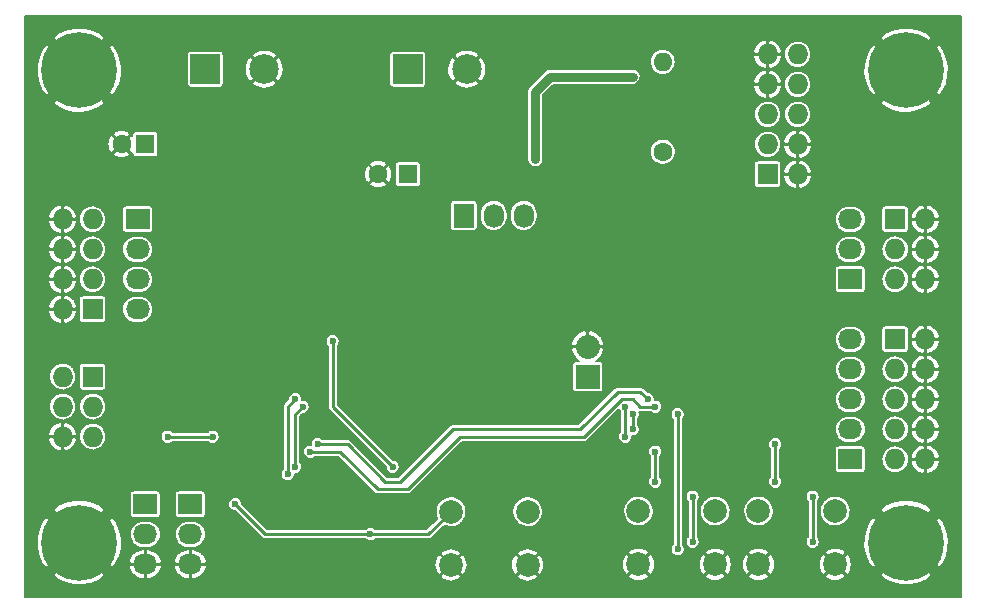
<source format=gbl>
G04 #@! TF.FileFunction,Copper,L2,Bot,Signal*
%FSLAX46Y46*%
G04 Gerber Fmt 4.6, Leading zero omitted, Abs format (unit mm)*
G04 Created by KiCad (PCBNEW 4.0.7) date Monday, 16 October 2017 'PMt' 16:50:29*
%MOMM*%
%LPD*%
G01*
G04 APERTURE LIST*
%ADD10C,0.100000*%
%ADD11C,0.600000*%
%ADD12C,6.400000*%
%ADD13R,1.727200X1.727200*%
%ADD14O,1.727200X1.727200*%
%ADD15R,1.727200X2.032000*%
%ADD16O,1.727200X2.032000*%
%ADD17R,2.032000X2.032000*%
%ADD18O,2.032000X2.032000*%
%ADD19R,2.032000X1.727200*%
%ADD20O,2.032000X1.727200*%
%ADD21R,2.500000X2.500000*%
%ADD22C,2.500000*%
%ADD23C,2.000000*%
%ADD24C,1.600000*%
%ADD25O,1.600000X1.600000*%
%ADD26R,1.600000X1.600000*%
%ADD27C,0.750000*%
%ADD28C,0.250000*%
%ADD29C,0.200000*%
G04 APERTURE END LIST*
D10*
D11*
X138430000Y-104140000D03*
X137795000Y-102235000D03*
X137795000Y-103505000D03*
X118040000Y-88180000D03*
X112325000Y-102150000D03*
X112325000Y-103420000D03*
X166300000Y-104690000D03*
X165030000Y-104690000D03*
X187890000Y-100880000D03*
X187890000Y-99610000D03*
X187890000Y-90720000D03*
X187890000Y-89450000D03*
X163760000Y-88180000D03*
X163760000Y-90720000D03*
X163760000Y-93260000D03*
X163760000Y-95800000D03*
X163760000Y-98340000D03*
X168205000Y-78020000D03*
X166935000Y-78020000D03*
X158045000Y-79290000D03*
X158045000Y-81830000D03*
X152965000Y-79925000D03*
X151695000Y-79925000D03*
X157410000Y-83100000D03*
X157410000Y-84370000D03*
X158045000Y-90720000D03*
X158045000Y-98340000D03*
X158045000Y-94530000D03*
X159315000Y-96435000D03*
X159315000Y-92625000D03*
X141440000Y-111675000D03*
X129016893Y-121653107D03*
X127492893Y-120129107D03*
X140265000Y-86910000D03*
X125660000Y-85005000D03*
X124390000Y-85005000D03*
X135185000Y-85005000D03*
X133280000Y-85005000D03*
X131375000Y-85005000D03*
X138360000Y-88815000D03*
X116840000Y-86275000D03*
X118040000Y-84370000D03*
X137160000Y-104140000D03*
X135185000Y-112945000D03*
X135185000Y-105325000D03*
X135185000Y-109770000D03*
X133915000Y-114215000D03*
X136455000Y-114215000D03*
X136455000Y-116755000D03*
X133915000Y-116755000D03*
X135185000Y-118025000D03*
X137725000Y-115485000D03*
X132645000Y-115485000D03*
D12*
X115000000Y-80000000D03*
D11*
X117400000Y-80000000D03*
X116697056Y-81697056D03*
X115000000Y-82400000D03*
X113302944Y-81697056D03*
X112600000Y-80000000D03*
X113302944Y-78302944D03*
X115000000Y-77600000D03*
X116697056Y-78302944D03*
D12*
X115000000Y-120000000D03*
D11*
X117400000Y-120000000D03*
X116697056Y-121697056D03*
X115000000Y-122400000D03*
X113302944Y-121697056D03*
X112600000Y-120000000D03*
X113302944Y-118302944D03*
X115000000Y-117600000D03*
X116697056Y-118302944D03*
D12*
X185000000Y-120000000D03*
D11*
X187400000Y-120000000D03*
X186697056Y-121697056D03*
X185000000Y-122400000D03*
X183302944Y-121697056D03*
X182600000Y-120000000D03*
X183302944Y-118302944D03*
X185000000Y-117600000D03*
X186697056Y-118302944D03*
D13*
X116135000Y-105960000D03*
D14*
X113595000Y-105960000D03*
X116135000Y-108500000D03*
X113595000Y-108500000D03*
X116135000Y-111040000D03*
X113595000Y-111040000D03*
D13*
X173285000Y-88815000D03*
D14*
X175825000Y-88815000D03*
X173285000Y-86275000D03*
X175825000Y-86275000D03*
X173285000Y-83735000D03*
X175825000Y-83735000D03*
X173285000Y-81195000D03*
X175825000Y-81195000D03*
X173285000Y-78655000D03*
X175825000Y-78655000D03*
D15*
X147555000Y-92310000D03*
D16*
X150095000Y-92310000D03*
X152635000Y-92310000D03*
D17*
X158045000Y-105960000D03*
D18*
X158045000Y-103420000D03*
D13*
X184080000Y-92625000D03*
D14*
X186620000Y-92625000D03*
X184080000Y-95165000D03*
X186620000Y-95165000D03*
X184080000Y-97705000D03*
X186620000Y-97705000D03*
D13*
X116135000Y-100245000D03*
D14*
X113595000Y-100245000D03*
X116135000Y-97705000D03*
X113595000Y-97705000D03*
X116135000Y-95165000D03*
X113595000Y-95165000D03*
X116135000Y-92625000D03*
X113595000Y-92625000D03*
D19*
X180270000Y-97705000D03*
D20*
X180270000Y-95165000D03*
X180270000Y-92625000D03*
D19*
X124390000Y-116755000D03*
D20*
X124390000Y-119295000D03*
X124390000Y-121835000D03*
D19*
X120580000Y-116755000D03*
D20*
X120580000Y-119295000D03*
X120580000Y-121835000D03*
D21*
X125660000Y-79925000D03*
D22*
X130660000Y-79925000D03*
D21*
X142805000Y-79925000D03*
D22*
X147805000Y-79925000D03*
D23*
X146465000Y-121890000D03*
X146465000Y-117390000D03*
X152965000Y-121890000D03*
X152965000Y-117390000D03*
X162340000Y-121835000D03*
X162340000Y-117335000D03*
X168840000Y-121835000D03*
X168840000Y-117335000D03*
X172500000Y-121835000D03*
X172500000Y-117335000D03*
X179000000Y-121835000D03*
X179000000Y-117335000D03*
D19*
X119945000Y-92625000D03*
D20*
X119945000Y-95165000D03*
X119945000Y-97705000D03*
X119945000Y-100245000D03*
D13*
X184080000Y-102785000D03*
D14*
X186620000Y-102785000D03*
X184080000Y-105325000D03*
X186620000Y-105325000D03*
X184080000Y-107865000D03*
X186620000Y-107865000D03*
X184080000Y-110405000D03*
X186620000Y-110405000D03*
X184080000Y-112945000D03*
X186620000Y-112945000D03*
D19*
X180270000Y-112945000D03*
D20*
X180270000Y-110405000D03*
X180270000Y-107865000D03*
X180270000Y-105325000D03*
X180270000Y-102785000D03*
D24*
X164395000Y-86910000D03*
D25*
X164395000Y-79290000D03*
D12*
X185000000Y-80000000D03*
D11*
X187400000Y-80000000D03*
X186697056Y-81697056D03*
X185000000Y-82400000D03*
X183302944Y-81697056D03*
X182600000Y-80000000D03*
X183302944Y-78302944D03*
X185000000Y-77600000D03*
X186697056Y-78302944D03*
X135185000Y-115485000D03*
D26*
X142805000Y-88815000D03*
D24*
X140305000Y-88815000D03*
D26*
X120580000Y-86275000D03*
D24*
X118580000Y-86275000D03*
D11*
X161855000Y-80560000D03*
X153600000Y-87545000D03*
X166935000Y-119930000D03*
X166935000Y-116120000D03*
X177095000Y-119930000D03*
X177095000Y-116120000D03*
X163125000Y-107865000D03*
X135185000Y-111675000D03*
X163760000Y-108500000D03*
X134550000Y-112310000D03*
X122485000Y-111040000D03*
X126295000Y-111040000D03*
X128200000Y-116755000D03*
X139630000Y-119295000D03*
X161220000Y-108500000D03*
X161220000Y-111040000D03*
X161855000Y-109135000D03*
X161855000Y-110405000D03*
X163760000Y-112310000D03*
X163760000Y-114850000D03*
X173920000Y-111675000D03*
X173920000Y-114850000D03*
X165665000Y-109135000D03*
X165665000Y-120565000D03*
X133280000Y-107865000D03*
X132645000Y-114215000D03*
X133915000Y-108500000D03*
X133280000Y-113580000D03*
X136455000Y-102946200D03*
X141535000Y-113580000D03*
D27*
X154870000Y-80560000D02*
X161855000Y-80560000D01*
X153600000Y-87545000D02*
X153600000Y-81830000D01*
X153600000Y-81830000D02*
X154870000Y-80560000D01*
D28*
X166935000Y-116120000D02*
X166935000Y-119930000D01*
X177095000Y-116120000D02*
X177095000Y-119930000D01*
X135185000Y-111675000D02*
X137725000Y-111675000D01*
X137725000Y-111675000D02*
X140900000Y-114850000D01*
X140900000Y-114850000D02*
X142170000Y-114850000D01*
X142170000Y-114850000D02*
X146615000Y-110405000D01*
X146615000Y-110405000D02*
X157408590Y-110405000D01*
X157408590Y-110405000D02*
X160583590Y-107230000D01*
X160583590Y-107230000D02*
X162490000Y-107230000D01*
X162490000Y-107230000D02*
X163125000Y-107865000D01*
X134550000Y-112310000D02*
X137090000Y-112310000D01*
X160929998Y-107865000D02*
X161855000Y-107865000D01*
X137090000Y-112310000D02*
X140265000Y-115485000D01*
X157754998Y-111040000D02*
X160929998Y-107865000D01*
X140265000Y-115485000D02*
X142805000Y-115485000D01*
X142805000Y-115485000D02*
X147250000Y-111040000D01*
X147250000Y-111040000D02*
X157754998Y-111040000D01*
X161855000Y-107865000D02*
X162490000Y-108500000D01*
X162490000Y-108500000D02*
X163760000Y-108500000D01*
X126295000Y-111040000D02*
X122485000Y-111040000D01*
X139630000Y-119295000D02*
X130740000Y-119295000D01*
X130740000Y-119295000D02*
X128200000Y-116755000D01*
X139630000Y-119295000D02*
X144560000Y-119295000D01*
X144560000Y-119295000D02*
X146465000Y-117390000D01*
X161220000Y-111040000D02*
X161220000Y-108500000D01*
X161855000Y-110405000D02*
X161855000Y-109135000D01*
X163760000Y-114850000D02*
X163760000Y-112310000D01*
X173920000Y-114850000D02*
X173920000Y-111675000D01*
X165665000Y-120565000D02*
X165665000Y-109135000D01*
X132645000Y-114215000D02*
X132645000Y-108500000D01*
X132645000Y-108500000D02*
X133280000Y-107865000D01*
X133280000Y-113580000D02*
X133280000Y-109135000D01*
X133280000Y-109135000D02*
X133915000Y-108500000D01*
X136455000Y-108500000D02*
X136455000Y-102946200D01*
X136455000Y-108500000D02*
X141535000Y-113580000D01*
D29*
G36*
X189625000Y-124625000D02*
X110375000Y-124625000D01*
X110375000Y-120258543D01*
X111391831Y-120258543D01*
X111511601Y-120957494D01*
X111765428Y-121619649D01*
X111856279Y-121789620D01*
X112246101Y-122188213D01*
X112702372Y-121731942D01*
X112702155Y-121747506D01*
X112723396Y-121863239D01*
X112766712Y-121972642D01*
X112830453Y-122071548D01*
X112912191Y-122156190D01*
X113008812Y-122223343D01*
X113116637Y-122270451D01*
X113231558Y-122295718D01*
X113269180Y-122296506D01*
X112811787Y-122753899D01*
X113210380Y-123143721D01*
X113858076Y-123432453D01*
X114549656Y-123589278D01*
X115258543Y-123608169D01*
X115957494Y-123488399D01*
X116619649Y-123234572D01*
X116789620Y-123143721D01*
X117188213Y-122753899D01*
X116732265Y-122297951D01*
X116743310Y-122298182D01*
X116859189Y-122277750D01*
X116968891Y-122235199D01*
X117068240Y-122172150D01*
X117153451Y-122091005D01*
X117221277Y-121994855D01*
X117269136Y-121887362D01*
X117295205Y-121772620D01*
X117295799Y-121730113D01*
X117753899Y-122188213D01*
X117857872Y-122081900D01*
X119188357Y-122081900D01*
X119241052Y-122272365D01*
X119349177Y-122495445D01*
X119498745Y-122693145D01*
X119684009Y-122857867D01*
X119897848Y-122983280D01*
X120132045Y-123064566D01*
X120377600Y-123098600D01*
X120530000Y-123098600D01*
X120530000Y-121885000D01*
X120630000Y-121885000D01*
X120630000Y-123098600D01*
X120782400Y-123098600D01*
X121027955Y-123064566D01*
X121262152Y-122983280D01*
X121475991Y-122857867D01*
X121661255Y-122693145D01*
X121810823Y-122495445D01*
X121918948Y-122272365D01*
X121971643Y-122081900D01*
X122998357Y-122081900D01*
X123051052Y-122272365D01*
X123159177Y-122495445D01*
X123308745Y-122693145D01*
X123494009Y-122857867D01*
X123707848Y-122983280D01*
X123942045Y-123064566D01*
X124187600Y-123098600D01*
X124340000Y-123098600D01*
X124340000Y-121885000D01*
X124440000Y-121885000D01*
X124440000Y-123098600D01*
X124592400Y-123098600D01*
X124837955Y-123064566D01*
X125072152Y-122983280D01*
X125285991Y-122857867D01*
X125296293Y-122848707D01*
X145577003Y-122848707D01*
X145679093Y-123056774D01*
X145921820Y-123187677D01*
X146185421Y-123268713D01*
X146459767Y-123296764D01*
X146734313Y-123270755D01*
X146998510Y-123191684D01*
X147242204Y-123062590D01*
X147250907Y-123056774D01*
X147352997Y-122848707D01*
X152077003Y-122848707D01*
X152179093Y-123056774D01*
X152421820Y-123187677D01*
X152685421Y-123268713D01*
X152959767Y-123296764D01*
X153234313Y-123270755D01*
X153498510Y-123191684D01*
X153742204Y-123062590D01*
X153750907Y-123056774D01*
X153852997Y-122848707D01*
X153797997Y-122793707D01*
X161452003Y-122793707D01*
X161554093Y-123001774D01*
X161796820Y-123132677D01*
X162060421Y-123213713D01*
X162334767Y-123241764D01*
X162609313Y-123215755D01*
X162873510Y-123136684D01*
X163117204Y-123007590D01*
X163125907Y-123001774D01*
X163227997Y-122793707D01*
X167952003Y-122793707D01*
X168054093Y-123001774D01*
X168296820Y-123132677D01*
X168560421Y-123213713D01*
X168834767Y-123241764D01*
X169109313Y-123215755D01*
X169373510Y-123136684D01*
X169617204Y-123007590D01*
X169625907Y-123001774D01*
X169727997Y-122793707D01*
X171612003Y-122793707D01*
X171714093Y-123001774D01*
X171956820Y-123132677D01*
X172220421Y-123213713D01*
X172494767Y-123241764D01*
X172769313Y-123215755D01*
X173033510Y-123136684D01*
X173277204Y-123007590D01*
X173285907Y-123001774D01*
X173387997Y-122793707D01*
X178112003Y-122793707D01*
X178214093Y-123001774D01*
X178456820Y-123132677D01*
X178720421Y-123213713D01*
X178994767Y-123241764D01*
X179269313Y-123215755D01*
X179533510Y-123136684D01*
X179777204Y-123007590D01*
X179785907Y-123001774D01*
X179887997Y-122793707D01*
X179000000Y-121905711D01*
X178112003Y-122793707D01*
X173387997Y-122793707D01*
X172500000Y-121905711D01*
X171612003Y-122793707D01*
X169727997Y-122793707D01*
X168840000Y-121905711D01*
X167952003Y-122793707D01*
X163227997Y-122793707D01*
X162340000Y-121905711D01*
X161452003Y-122793707D01*
X153797997Y-122793707D01*
X152965000Y-121960711D01*
X152077003Y-122848707D01*
X147352997Y-122848707D01*
X146465000Y-121960711D01*
X145577003Y-122848707D01*
X125296293Y-122848707D01*
X125471255Y-122693145D01*
X125620823Y-122495445D01*
X125728948Y-122272365D01*
X125781643Y-122081900D01*
X125704925Y-121885000D01*
X124440000Y-121885000D01*
X124340000Y-121885000D01*
X123075075Y-121885000D01*
X122998357Y-122081900D01*
X121971643Y-122081900D01*
X121894925Y-121885000D01*
X120630000Y-121885000D01*
X120530000Y-121885000D01*
X119265075Y-121885000D01*
X119188357Y-122081900D01*
X117857872Y-122081900D01*
X118050667Y-121884767D01*
X145058236Y-121884767D01*
X145084245Y-122159313D01*
X145163316Y-122423510D01*
X145292410Y-122667204D01*
X145298226Y-122675907D01*
X145506293Y-122777997D01*
X146394289Y-121890000D01*
X146535711Y-121890000D01*
X147423707Y-122777997D01*
X147631774Y-122675907D01*
X147762677Y-122433180D01*
X147843713Y-122169579D01*
X147871764Y-121895233D01*
X147870773Y-121884767D01*
X151558236Y-121884767D01*
X151584245Y-122159313D01*
X151663316Y-122423510D01*
X151792410Y-122667204D01*
X151798226Y-122675907D01*
X152006293Y-122777997D01*
X152894289Y-121890000D01*
X153035711Y-121890000D01*
X153923707Y-122777997D01*
X154131774Y-122675907D01*
X154262677Y-122433180D01*
X154343713Y-122169579D01*
X154371764Y-121895233D01*
X154365563Y-121829767D01*
X160933236Y-121829767D01*
X160959245Y-122104313D01*
X161038316Y-122368510D01*
X161167410Y-122612204D01*
X161173226Y-122620907D01*
X161381293Y-122722997D01*
X162269289Y-121835000D01*
X162410711Y-121835000D01*
X163298707Y-122722997D01*
X163506774Y-122620907D01*
X163637677Y-122378180D01*
X163718713Y-122114579D01*
X163746764Y-121840233D01*
X163745773Y-121829767D01*
X167433236Y-121829767D01*
X167459245Y-122104313D01*
X167538316Y-122368510D01*
X167667410Y-122612204D01*
X167673226Y-122620907D01*
X167881293Y-122722997D01*
X168769289Y-121835000D01*
X168910711Y-121835000D01*
X169798707Y-122722997D01*
X170006774Y-122620907D01*
X170137677Y-122378180D01*
X170218713Y-122114579D01*
X170246764Y-121840233D01*
X170245773Y-121829767D01*
X171093236Y-121829767D01*
X171119245Y-122104313D01*
X171198316Y-122368510D01*
X171327410Y-122612204D01*
X171333226Y-122620907D01*
X171541293Y-122722997D01*
X172429289Y-121835000D01*
X172570711Y-121835000D01*
X173458707Y-122722997D01*
X173666774Y-122620907D01*
X173797677Y-122378180D01*
X173878713Y-122114579D01*
X173906764Y-121840233D01*
X173905773Y-121829767D01*
X177593236Y-121829767D01*
X177619245Y-122104313D01*
X177698316Y-122368510D01*
X177827410Y-122612204D01*
X177833226Y-122620907D01*
X178041293Y-122722997D01*
X178929289Y-121835000D01*
X179070711Y-121835000D01*
X179958707Y-122722997D01*
X180166774Y-122620907D01*
X180297677Y-122378180D01*
X180378713Y-122114579D01*
X180406764Y-121840233D01*
X180380755Y-121565687D01*
X180301684Y-121301490D01*
X180172590Y-121057796D01*
X180166774Y-121049093D01*
X179958707Y-120947003D01*
X179070711Y-121835000D01*
X178929289Y-121835000D01*
X178041293Y-120947003D01*
X177833226Y-121049093D01*
X177702323Y-121291820D01*
X177621287Y-121555421D01*
X177593236Y-121829767D01*
X173905773Y-121829767D01*
X173880755Y-121565687D01*
X173801684Y-121301490D01*
X173672590Y-121057796D01*
X173666774Y-121049093D01*
X173458707Y-120947003D01*
X172570711Y-121835000D01*
X172429289Y-121835000D01*
X171541293Y-120947003D01*
X171333226Y-121049093D01*
X171202323Y-121291820D01*
X171121287Y-121555421D01*
X171093236Y-121829767D01*
X170245773Y-121829767D01*
X170220755Y-121565687D01*
X170141684Y-121301490D01*
X170012590Y-121057796D01*
X170006774Y-121049093D01*
X169798707Y-120947003D01*
X168910711Y-121835000D01*
X168769289Y-121835000D01*
X167881293Y-120947003D01*
X167673226Y-121049093D01*
X167542323Y-121291820D01*
X167461287Y-121555421D01*
X167433236Y-121829767D01*
X163745773Y-121829767D01*
X163720755Y-121565687D01*
X163641684Y-121301490D01*
X163512590Y-121057796D01*
X163506774Y-121049093D01*
X163298707Y-120947003D01*
X162410711Y-121835000D01*
X162269289Y-121835000D01*
X161381293Y-120947003D01*
X161173226Y-121049093D01*
X161042323Y-121291820D01*
X160961287Y-121555421D01*
X160933236Y-121829767D01*
X154365563Y-121829767D01*
X154345755Y-121620687D01*
X154266684Y-121356490D01*
X154137590Y-121112796D01*
X154131774Y-121104093D01*
X153923707Y-121002003D01*
X153035711Y-121890000D01*
X152894289Y-121890000D01*
X152006293Y-121002003D01*
X151798226Y-121104093D01*
X151667323Y-121346820D01*
X151586287Y-121610421D01*
X151558236Y-121884767D01*
X147870773Y-121884767D01*
X147845755Y-121620687D01*
X147766684Y-121356490D01*
X147637590Y-121112796D01*
X147631774Y-121104093D01*
X147423707Y-121002003D01*
X146535711Y-121890000D01*
X146394289Y-121890000D01*
X145506293Y-121002003D01*
X145298226Y-121104093D01*
X145167323Y-121346820D01*
X145086287Y-121610421D01*
X145058236Y-121884767D01*
X118050667Y-121884767D01*
X118143721Y-121789620D01*
X118233555Y-121588100D01*
X119188357Y-121588100D01*
X119265075Y-121785000D01*
X120530000Y-121785000D01*
X120530000Y-120571400D01*
X120630000Y-120571400D01*
X120630000Y-121785000D01*
X121894925Y-121785000D01*
X121971643Y-121588100D01*
X122998357Y-121588100D01*
X123075075Y-121785000D01*
X124340000Y-121785000D01*
X124340000Y-120571400D01*
X124440000Y-120571400D01*
X124440000Y-121785000D01*
X125704925Y-121785000D01*
X125781643Y-121588100D01*
X125728948Y-121397635D01*
X125620823Y-121174555D01*
X125471255Y-120976855D01*
X125420012Y-120931293D01*
X145577003Y-120931293D01*
X146465000Y-121819289D01*
X147352997Y-120931293D01*
X152077003Y-120931293D01*
X152965000Y-121819289D01*
X153852997Y-120931293D01*
X153826011Y-120876293D01*
X161452003Y-120876293D01*
X162340000Y-121764289D01*
X163227997Y-120876293D01*
X163125907Y-120668226D01*
X162883180Y-120537323D01*
X162619579Y-120456287D01*
X162345233Y-120428236D01*
X162070687Y-120454245D01*
X161806490Y-120533316D01*
X161562796Y-120662410D01*
X161554093Y-120668226D01*
X161452003Y-120876293D01*
X153826011Y-120876293D01*
X153750907Y-120723226D01*
X153508180Y-120592323D01*
X153244579Y-120511287D01*
X152970233Y-120483236D01*
X152695687Y-120509245D01*
X152431490Y-120588316D01*
X152187796Y-120717410D01*
X152179093Y-120723226D01*
X152077003Y-120931293D01*
X147352997Y-120931293D01*
X147250907Y-120723226D01*
X147008180Y-120592323D01*
X146744579Y-120511287D01*
X146470233Y-120483236D01*
X146195687Y-120509245D01*
X145931490Y-120588316D01*
X145687796Y-120717410D01*
X145679093Y-120723226D01*
X145577003Y-120931293D01*
X125420012Y-120931293D01*
X125285991Y-120812133D01*
X125072152Y-120686720D01*
X124837955Y-120605434D01*
X124592400Y-120571400D01*
X124440000Y-120571400D01*
X124340000Y-120571400D01*
X124187600Y-120571400D01*
X123942045Y-120605434D01*
X123707848Y-120686720D01*
X123494009Y-120812133D01*
X123308745Y-120976855D01*
X123159177Y-121174555D01*
X123051052Y-121397635D01*
X122998357Y-121588100D01*
X121971643Y-121588100D01*
X121918948Y-121397635D01*
X121810823Y-121174555D01*
X121661255Y-120976855D01*
X121475991Y-120812133D01*
X121262152Y-120686720D01*
X121027955Y-120605434D01*
X120782400Y-120571400D01*
X120630000Y-120571400D01*
X120530000Y-120571400D01*
X120377600Y-120571400D01*
X120132045Y-120605434D01*
X119897848Y-120686720D01*
X119684009Y-120812133D01*
X119498745Y-120976855D01*
X119349177Y-121174555D01*
X119241052Y-121397635D01*
X119188357Y-121588100D01*
X118233555Y-121588100D01*
X118432453Y-121141924D01*
X118589278Y-120450344D01*
X118608169Y-119741457D01*
X118530274Y-119286877D01*
X119257660Y-119286877D01*
X119278243Y-119513037D01*
X119342361Y-119730892D01*
X119447573Y-119932145D01*
X119589872Y-120109128D01*
X119763836Y-120255102D01*
X119962841Y-120364506D01*
X120179306Y-120433173D01*
X120404986Y-120458487D01*
X120421232Y-120458600D01*
X120738768Y-120458600D01*
X120964779Y-120436439D01*
X121182181Y-120370802D01*
X121382694Y-120264187D01*
X121558680Y-120120657D01*
X121703436Y-119945677D01*
X121811448Y-119745913D01*
X121878602Y-119528974D01*
X121902340Y-119303123D01*
X121900862Y-119286877D01*
X123067660Y-119286877D01*
X123088243Y-119513037D01*
X123152361Y-119730892D01*
X123257573Y-119932145D01*
X123399872Y-120109128D01*
X123573836Y-120255102D01*
X123772841Y-120364506D01*
X123989306Y-120433173D01*
X124214986Y-120458487D01*
X124231232Y-120458600D01*
X124548768Y-120458600D01*
X124774779Y-120436439D01*
X124992181Y-120370802D01*
X125192694Y-120264187D01*
X125368680Y-120120657D01*
X125513436Y-119945677D01*
X125621448Y-119745913D01*
X125688602Y-119528974D01*
X125712340Y-119303123D01*
X125691757Y-119076963D01*
X125627639Y-118859108D01*
X125522427Y-118657855D01*
X125380128Y-118480872D01*
X125206164Y-118334898D01*
X125007159Y-118225494D01*
X124790694Y-118156827D01*
X124565014Y-118131513D01*
X124548768Y-118131400D01*
X124231232Y-118131400D01*
X124005221Y-118153561D01*
X123787819Y-118219198D01*
X123587306Y-118325813D01*
X123411320Y-118469343D01*
X123266564Y-118644323D01*
X123158552Y-118844087D01*
X123091398Y-119061026D01*
X123067660Y-119286877D01*
X121900862Y-119286877D01*
X121881757Y-119076963D01*
X121817639Y-118859108D01*
X121712427Y-118657855D01*
X121570128Y-118480872D01*
X121396164Y-118334898D01*
X121197159Y-118225494D01*
X120980694Y-118156827D01*
X120755014Y-118131513D01*
X120738768Y-118131400D01*
X120421232Y-118131400D01*
X120195221Y-118153561D01*
X119977819Y-118219198D01*
X119777306Y-118325813D01*
X119601320Y-118469343D01*
X119456564Y-118644323D01*
X119348552Y-118844087D01*
X119281398Y-119061026D01*
X119257660Y-119286877D01*
X118530274Y-119286877D01*
X118488399Y-119042506D01*
X118234572Y-118380351D01*
X118143721Y-118210380D01*
X117753899Y-117811787D01*
X117296735Y-118268951D01*
X117297082Y-118244111D01*
X117274227Y-118128686D01*
X117229388Y-118019898D01*
X117164272Y-117921892D01*
X117081361Y-117838399D01*
X116983811Y-117772601D01*
X116875339Y-117727004D01*
X116760077Y-117703344D01*
X116731172Y-117703142D01*
X117188213Y-117246101D01*
X116789620Y-116856279D01*
X116141924Y-116567547D01*
X115450344Y-116410722D01*
X114741457Y-116391831D01*
X114042506Y-116511601D01*
X113380351Y-116765428D01*
X113210380Y-116856279D01*
X112811787Y-117246101D01*
X113268348Y-117702662D01*
X113248301Y-117702522D01*
X113132719Y-117724571D01*
X113023621Y-117768649D01*
X112925163Y-117833079D01*
X112841094Y-117915405D01*
X112774616Y-118012493D01*
X112728262Y-118120644D01*
X112703798Y-118235739D01*
X112703333Y-118269019D01*
X112246101Y-117811787D01*
X111856279Y-118210380D01*
X111567547Y-118858076D01*
X111410722Y-119549656D01*
X111391831Y-120258543D01*
X110375000Y-120258543D01*
X110375000Y-115891400D01*
X119262549Y-115891400D01*
X119262549Y-117618600D01*
X119266359Y-117666374D01*
X119291452Y-117747403D01*
X119338126Y-117818234D01*
X119402685Y-117873257D01*
X119480018Y-117908116D01*
X119564000Y-117920051D01*
X121596000Y-117920051D01*
X121643774Y-117916241D01*
X121724803Y-117891148D01*
X121795634Y-117844474D01*
X121850657Y-117779915D01*
X121885516Y-117702582D01*
X121897451Y-117618600D01*
X121897451Y-115891400D01*
X123072549Y-115891400D01*
X123072549Y-117618600D01*
X123076359Y-117666374D01*
X123101452Y-117747403D01*
X123148126Y-117818234D01*
X123212685Y-117873257D01*
X123290018Y-117908116D01*
X123374000Y-117920051D01*
X125406000Y-117920051D01*
X125453774Y-117916241D01*
X125534803Y-117891148D01*
X125605634Y-117844474D01*
X125660657Y-117779915D01*
X125695516Y-117702582D01*
X125707451Y-117618600D01*
X125707451Y-116805450D01*
X127599211Y-116805450D01*
X127620452Y-116921183D01*
X127663768Y-117030586D01*
X127727509Y-117129492D01*
X127809247Y-117214134D01*
X127905868Y-117281287D01*
X128013693Y-117328395D01*
X128128614Y-117353662D01*
X128199098Y-117355138D01*
X130439479Y-119595520D01*
X130469818Y-119620441D01*
X130499889Y-119645673D01*
X130501847Y-119646749D01*
X130503574Y-119648168D01*
X130538158Y-119666712D01*
X130572575Y-119685633D01*
X130574707Y-119686309D01*
X130576674Y-119687364D01*
X130614185Y-119698832D01*
X130651638Y-119710713D01*
X130653860Y-119710962D01*
X130655995Y-119711615D01*
X130695041Y-119715581D01*
X130734066Y-119719959D01*
X130738429Y-119719989D01*
X130738516Y-119719998D01*
X130738597Y-119719990D01*
X130740000Y-119720000D01*
X139206284Y-119720000D01*
X139239247Y-119754134D01*
X139335868Y-119821287D01*
X139443693Y-119868395D01*
X139558614Y-119893662D01*
X139676254Y-119896126D01*
X139792133Y-119875694D01*
X139901835Y-119833143D01*
X140001184Y-119770094D01*
X140053788Y-119720000D01*
X144560000Y-119720000D01*
X144599091Y-119716167D01*
X144638179Y-119712747D01*
X144640322Y-119712124D01*
X144642550Y-119711906D01*
X144680131Y-119700559D01*
X144717832Y-119689607D01*
X144719820Y-119688577D01*
X144721955Y-119687932D01*
X144756587Y-119669518D01*
X144791472Y-119651435D01*
X144793218Y-119650041D01*
X144795191Y-119648992D01*
X144825636Y-119624162D01*
X144856295Y-119599687D01*
X144859397Y-119596627D01*
X144859470Y-119596568D01*
X144859526Y-119596501D01*
X144860520Y-119595520D01*
X145895942Y-118560098D01*
X146061334Y-118632356D01*
X146310330Y-118687101D01*
X146565217Y-118692440D01*
X146816287Y-118648170D01*
X147053977Y-118555976D01*
X147269232Y-118419371D01*
X147453855Y-118243557D01*
X147600813Y-118035231D01*
X147704507Y-117802329D01*
X147760990Y-117553722D01*
X147761749Y-117499308D01*
X151663291Y-117499308D01*
X151709313Y-117750062D01*
X151803164Y-117987102D01*
X151941269Y-118201399D01*
X152118367Y-118384790D01*
X152327714Y-118530289D01*
X152561334Y-118632356D01*
X152810330Y-118687101D01*
X153065217Y-118692440D01*
X153316287Y-118648170D01*
X153553977Y-118555976D01*
X153769232Y-118419371D01*
X153953855Y-118243557D01*
X154100813Y-118035231D01*
X154204507Y-117802329D01*
X154260990Y-117553722D01*
X154262517Y-117444308D01*
X161038291Y-117444308D01*
X161084313Y-117695062D01*
X161178164Y-117932102D01*
X161316269Y-118146399D01*
X161493367Y-118329790D01*
X161702714Y-118475289D01*
X161936334Y-118577356D01*
X162185330Y-118632101D01*
X162440217Y-118637440D01*
X162691287Y-118593170D01*
X162928977Y-118500976D01*
X163144232Y-118364371D01*
X163328855Y-118188557D01*
X163475813Y-117980231D01*
X163579507Y-117747329D01*
X163635990Y-117498722D01*
X163640056Y-117207528D01*
X163590537Y-116957441D01*
X163493386Y-116721734D01*
X163352302Y-116509386D01*
X163172661Y-116328486D01*
X162961303Y-116185924D01*
X162726280Y-116087129D01*
X162476544Y-116035866D01*
X162221608Y-116034086D01*
X161971180Y-116081858D01*
X161734801Y-116177361D01*
X161521474Y-116316959D01*
X161339324Y-116495333D01*
X161195289Y-116705690D01*
X161094857Y-116940017D01*
X161041851Y-117189389D01*
X161038291Y-117444308D01*
X154262517Y-117444308D01*
X154265056Y-117262528D01*
X154215537Y-117012441D01*
X154118386Y-116776734D01*
X153977302Y-116564386D01*
X153797661Y-116383486D01*
X153586303Y-116240924D01*
X153351280Y-116142129D01*
X153101544Y-116090866D01*
X152846608Y-116089086D01*
X152596180Y-116136858D01*
X152359801Y-116232361D01*
X152146474Y-116371959D01*
X151964324Y-116550333D01*
X151820289Y-116760690D01*
X151719857Y-116995017D01*
X151666851Y-117244389D01*
X151663291Y-117499308D01*
X147761749Y-117499308D01*
X147765056Y-117262528D01*
X147715537Y-117012441D01*
X147618386Y-116776734D01*
X147477302Y-116564386D01*
X147297661Y-116383486D01*
X147086303Y-116240924D01*
X146851280Y-116142129D01*
X146601544Y-116090866D01*
X146346608Y-116089086D01*
X146096180Y-116136858D01*
X145859801Y-116232361D01*
X145646474Y-116371959D01*
X145464324Y-116550333D01*
X145320289Y-116760690D01*
X145219857Y-116995017D01*
X145166851Y-117244389D01*
X145163291Y-117499308D01*
X145209313Y-117750062D01*
X145292866Y-117961094D01*
X144383960Y-118870000D01*
X140053574Y-118870000D01*
X140014305Y-118830455D01*
X139916755Y-118764657D01*
X139808283Y-118719060D01*
X139693021Y-118695400D01*
X139575357Y-118694578D01*
X139459775Y-118716627D01*
X139350677Y-118760705D01*
X139252219Y-118825135D01*
X139206404Y-118870000D01*
X130916041Y-118870000D01*
X128799230Y-116753190D01*
X128800026Y-116696167D01*
X128777171Y-116580742D01*
X128732332Y-116471954D01*
X128667216Y-116373948D01*
X128584305Y-116290455D01*
X128486755Y-116224657D01*
X128378283Y-116179060D01*
X128263021Y-116155400D01*
X128145357Y-116154578D01*
X128029775Y-116176627D01*
X127920677Y-116220705D01*
X127822219Y-116285135D01*
X127738150Y-116367461D01*
X127671672Y-116464549D01*
X127625318Y-116572700D01*
X127600854Y-116687795D01*
X127599211Y-116805450D01*
X125707451Y-116805450D01*
X125707451Y-115891400D01*
X125703641Y-115843626D01*
X125678548Y-115762597D01*
X125631874Y-115691766D01*
X125567315Y-115636743D01*
X125489982Y-115601884D01*
X125406000Y-115589949D01*
X123374000Y-115589949D01*
X123326226Y-115593759D01*
X123245197Y-115618852D01*
X123174366Y-115665526D01*
X123119343Y-115730085D01*
X123084484Y-115807418D01*
X123072549Y-115891400D01*
X121897451Y-115891400D01*
X121893641Y-115843626D01*
X121868548Y-115762597D01*
X121821874Y-115691766D01*
X121757315Y-115636743D01*
X121679982Y-115601884D01*
X121596000Y-115589949D01*
X119564000Y-115589949D01*
X119516226Y-115593759D01*
X119435197Y-115618852D01*
X119364366Y-115665526D01*
X119309343Y-115730085D01*
X119274484Y-115807418D01*
X119262549Y-115891400D01*
X110375000Y-115891400D01*
X110375000Y-114265450D01*
X132044211Y-114265450D01*
X132065452Y-114381183D01*
X132108768Y-114490586D01*
X132172509Y-114589492D01*
X132254247Y-114674134D01*
X132350868Y-114741287D01*
X132458693Y-114788395D01*
X132573614Y-114813662D01*
X132691254Y-114816126D01*
X132807133Y-114795694D01*
X132916835Y-114753143D01*
X133016184Y-114690094D01*
X133101395Y-114608949D01*
X133169221Y-114512799D01*
X133217080Y-114405306D01*
X133243149Y-114290564D01*
X133244701Y-114179418D01*
X133326254Y-114181126D01*
X133442133Y-114160694D01*
X133551835Y-114118143D01*
X133651184Y-114055094D01*
X133736395Y-113973949D01*
X133804221Y-113877799D01*
X133852080Y-113770306D01*
X133878149Y-113655564D01*
X133880026Y-113521167D01*
X133857171Y-113405742D01*
X133812332Y-113296954D01*
X133747216Y-113198948D01*
X133705000Y-113156436D01*
X133705000Y-112360450D01*
X133949211Y-112360450D01*
X133970452Y-112476183D01*
X134013768Y-112585586D01*
X134077509Y-112684492D01*
X134159247Y-112769134D01*
X134255868Y-112836287D01*
X134363693Y-112883395D01*
X134478614Y-112908662D01*
X134596254Y-112911126D01*
X134712133Y-112890694D01*
X134821835Y-112848143D01*
X134921184Y-112785094D01*
X134973788Y-112735000D01*
X136913960Y-112735000D01*
X139964480Y-115785520D01*
X139994799Y-115810424D01*
X140024889Y-115835673D01*
X140026846Y-115836749D01*
X140028575Y-115838169D01*
X140063157Y-115856711D01*
X140097575Y-115875633D01*
X140099709Y-115876310D01*
X140101675Y-115877364D01*
X140139171Y-115888828D01*
X140176638Y-115900713D01*
X140178860Y-115900962D01*
X140180995Y-115901615D01*
X140220041Y-115905581D01*
X140259066Y-115909959D01*
X140263429Y-115909989D01*
X140263516Y-115909998D01*
X140263597Y-115909990D01*
X140265000Y-115910000D01*
X142805000Y-115910000D01*
X142844091Y-115906167D01*
X142883179Y-115902747D01*
X142885322Y-115902124D01*
X142887550Y-115901906D01*
X142925131Y-115890559D01*
X142962832Y-115879607D01*
X142964820Y-115878577D01*
X142966955Y-115877932D01*
X143001587Y-115859518D01*
X143036472Y-115841435D01*
X143038218Y-115840041D01*
X143040191Y-115838992D01*
X143070636Y-115814162D01*
X143101295Y-115789687D01*
X143104397Y-115786627D01*
X143104470Y-115786568D01*
X143104526Y-115786501D01*
X143105520Y-115785520D01*
X146530590Y-112360450D01*
X163159211Y-112360450D01*
X163180452Y-112476183D01*
X163223768Y-112585586D01*
X163287509Y-112684492D01*
X163335000Y-112733670D01*
X163335000Y-114426375D01*
X163298150Y-114462461D01*
X163231672Y-114559549D01*
X163185318Y-114667700D01*
X163160854Y-114782795D01*
X163159211Y-114900450D01*
X163180452Y-115016183D01*
X163223768Y-115125586D01*
X163287509Y-115224492D01*
X163369247Y-115309134D01*
X163465868Y-115376287D01*
X163573693Y-115423395D01*
X163688614Y-115448662D01*
X163806254Y-115451126D01*
X163922133Y-115430694D01*
X164031835Y-115388143D01*
X164131184Y-115325094D01*
X164216395Y-115243949D01*
X164284221Y-115147799D01*
X164332080Y-115040306D01*
X164358149Y-114925564D01*
X164360026Y-114791167D01*
X164337171Y-114675742D01*
X164292332Y-114566954D01*
X164227216Y-114468948D01*
X164185000Y-114426436D01*
X164185000Y-112733846D01*
X164216395Y-112703949D01*
X164284221Y-112607799D01*
X164332080Y-112500306D01*
X164358149Y-112385564D01*
X164360026Y-112251167D01*
X164337171Y-112135742D01*
X164292332Y-112026954D01*
X164227216Y-111928948D01*
X164144305Y-111845455D01*
X164046755Y-111779657D01*
X163938283Y-111734060D01*
X163823021Y-111710400D01*
X163705357Y-111709578D01*
X163589775Y-111731627D01*
X163480677Y-111775705D01*
X163382219Y-111840135D01*
X163298150Y-111922461D01*
X163231672Y-112019549D01*
X163185318Y-112127700D01*
X163160854Y-112242795D01*
X163159211Y-112360450D01*
X146530590Y-112360450D01*
X147426041Y-111465000D01*
X157754998Y-111465000D01*
X157794089Y-111461167D01*
X157833177Y-111457747D01*
X157835320Y-111457124D01*
X157837548Y-111456906D01*
X157875129Y-111445559D01*
X157912830Y-111434607D01*
X157914818Y-111433577D01*
X157916953Y-111432932D01*
X157951585Y-111414518D01*
X157986470Y-111396435D01*
X157988216Y-111395041D01*
X157990189Y-111393992D01*
X158020634Y-111369162D01*
X158051293Y-111344687D01*
X158054395Y-111341627D01*
X158054468Y-111341568D01*
X158054524Y-111341501D01*
X158055518Y-111340520D01*
X160665810Y-108730228D01*
X160683768Y-108775586D01*
X160747509Y-108874492D01*
X160795000Y-108923670D01*
X160795000Y-110616375D01*
X160758150Y-110652461D01*
X160691672Y-110749549D01*
X160645318Y-110857700D01*
X160620854Y-110972795D01*
X160619211Y-111090450D01*
X160640452Y-111206183D01*
X160683768Y-111315586D01*
X160747509Y-111414492D01*
X160829247Y-111499134D01*
X160925868Y-111566287D01*
X161033693Y-111613395D01*
X161148614Y-111638662D01*
X161266254Y-111641126D01*
X161382133Y-111620694D01*
X161491835Y-111578143D01*
X161591184Y-111515094D01*
X161676395Y-111433949D01*
X161744221Y-111337799D01*
X161792080Y-111230306D01*
X161818149Y-111115564D01*
X161819701Y-111004418D01*
X161901254Y-111006126D01*
X162017133Y-110985694D01*
X162126835Y-110943143D01*
X162226184Y-110880094D01*
X162311395Y-110798949D01*
X162379221Y-110702799D01*
X162427080Y-110595306D01*
X162453149Y-110480564D01*
X162455026Y-110346167D01*
X162432171Y-110230742D01*
X162387332Y-110121954D01*
X162322216Y-110023948D01*
X162280000Y-109981436D01*
X162280000Y-109558846D01*
X162311395Y-109528949D01*
X162379221Y-109432799D01*
X162427080Y-109325306D01*
X162453149Y-109210564D01*
X162453499Y-109185450D01*
X165064211Y-109185450D01*
X165085452Y-109301183D01*
X165128768Y-109410586D01*
X165192509Y-109509492D01*
X165240000Y-109558670D01*
X165240000Y-120141375D01*
X165203150Y-120177461D01*
X165136672Y-120274549D01*
X165090318Y-120382700D01*
X165065854Y-120497795D01*
X165064211Y-120615450D01*
X165085452Y-120731183D01*
X165128768Y-120840586D01*
X165192509Y-120939492D01*
X165274247Y-121024134D01*
X165370868Y-121091287D01*
X165478693Y-121138395D01*
X165593614Y-121163662D01*
X165711254Y-121166126D01*
X165827133Y-121145694D01*
X165936835Y-121103143D01*
X166036184Y-121040094D01*
X166121395Y-120958949D01*
X166179702Y-120876293D01*
X167952003Y-120876293D01*
X168840000Y-121764289D01*
X169727997Y-120876293D01*
X171612003Y-120876293D01*
X172500000Y-121764289D01*
X173387997Y-120876293D01*
X178112003Y-120876293D01*
X179000000Y-121764289D01*
X179887997Y-120876293D01*
X179785907Y-120668226D01*
X179543180Y-120537323D01*
X179279579Y-120456287D01*
X179005233Y-120428236D01*
X178730687Y-120454245D01*
X178466490Y-120533316D01*
X178222796Y-120662410D01*
X178214093Y-120668226D01*
X178112003Y-120876293D01*
X173387997Y-120876293D01*
X173285907Y-120668226D01*
X173043180Y-120537323D01*
X172779579Y-120456287D01*
X172505233Y-120428236D01*
X172230687Y-120454245D01*
X171966490Y-120533316D01*
X171722796Y-120662410D01*
X171714093Y-120668226D01*
X171612003Y-120876293D01*
X169727997Y-120876293D01*
X169625907Y-120668226D01*
X169383180Y-120537323D01*
X169119579Y-120456287D01*
X168845233Y-120428236D01*
X168570687Y-120454245D01*
X168306490Y-120533316D01*
X168062796Y-120662410D01*
X168054093Y-120668226D01*
X167952003Y-120876293D01*
X166179702Y-120876293D01*
X166189221Y-120862799D01*
X166237080Y-120755306D01*
X166263149Y-120640564D01*
X166265026Y-120506167D01*
X166242171Y-120390742D01*
X166197332Y-120281954D01*
X166132216Y-120183948D01*
X166090000Y-120141436D01*
X166090000Y-116170450D01*
X166334211Y-116170450D01*
X166355452Y-116286183D01*
X166398768Y-116395586D01*
X166462509Y-116494492D01*
X166510000Y-116543670D01*
X166510000Y-119506375D01*
X166473150Y-119542461D01*
X166406672Y-119639549D01*
X166360318Y-119747700D01*
X166335854Y-119862795D01*
X166334211Y-119980450D01*
X166355452Y-120096183D01*
X166398768Y-120205586D01*
X166462509Y-120304492D01*
X166544247Y-120389134D01*
X166640868Y-120456287D01*
X166748693Y-120503395D01*
X166863614Y-120528662D01*
X166981254Y-120531126D01*
X167097133Y-120510694D01*
X167206835Y-120468143D01*
X167306184Y-120405094D01*
X167391395Y-120323949D01*
X167459221Y-120227799D01*
X167507080Y-120120306D01*
X167533149Y-120005564D01*
X167535026Y-119871167D01*
X167512171Y-119755742D01*
X167467332Y-119646954D01*
X167402216Y-119548948D01*
X167360000Y-119506436D01*
X167360000Y-117444308D01*
X167538291Y-117444308D01*
X167584313Y-117695062D01*
X167678164Y-117932102D01*
X167816269Y-118146399D01*
X167993367Y-118329790D01*
X168202714Y-118475289D01*
X168436334Y-118577356D01*
X168685330Y-118632101D01*
X168940217Y-118637440D01*
X169191287Y-118593170D01*
X169428977Y-118500976D01*
X169644232Y-118364371D01*
X169828855Y-118188557D01*
X169975813Y-117980231D01*
X170079507Y-117747329D01*
X170135990Y-117498722D01*
X170136749Y-117444308D01*
X171198291Y-117444308D01*
X171244313Y-117695062D01*
X171338164Y-117932102D01*
X171476269Y-118146399D01*
X171653367Y-118329790D01*
X171862714Y-118475289D01*
X172096334Y-118577356D01*
X172345330Y-118632101D01*
X172600217Y-118637440D01*
X172851287Y-118593170D01*
X173088977Y-118500976D01*
X173304232Y-118364371D01*
X173488855Y-118188557D01*
X173635813Y-117980231D01*
X173739507Y-117747329D01*
X173795990Y-117498722D01*
X173800056Y-117207528D01*
X173750537Y-116957441D01*
X173653386Y-116721734D01*
X173512302Y-116509386D01*
X173332661Y-116328486D01*
X173121303Y-116185924D01*
X173084492Y-116170450D01*
X176494211Y-116170450D01*
X176515452Y-116286183D01*
X176558768Y-116395586D01*
X176622509Y-116494492D01*
X176670000Y-116543670D01*
X176670000Y-119506375D01*
X176633150Y-119542461D01*
X176566672Y-119639549D01*
X176520318Y-119747700D01*
X176495854Y-119862795D01*
X176494211Y-119980450D01*
X176515452Y-120096183D01*
X176558768Y-120205586D01*
X176622509Y-120304492D01*
X176704247Y-120389134D01*
X176800868Y-120456287D01*
X176908693Y-120503395D01*
X177023614Y-120528662D01*
X177141254Y-120531126D01*
X177257133Y-120510694D01*
X177366835Y-120468143D01*
X177466184Y-120405094D01*
X177551395Y-120323949D01*
X177597533Y-120258543D01*
X181391831Y-120258543D01*
X181511601Y-120957494D01*
X181765428Y-121619649D01*
X181856279Y-121789620D01*
X182246101Y-122188213D01*
X182702372Y-121731942D01*
X182702155Y-121747506D01*
X182723396Y-121863239D01*
X182766712Y-121972642D01*
X182830453Y-122071548D01*
X182912191Y-122156190D01*
X183008812Y-122223343D01*
X183116637Y-122270451D01*
X183231558Y-122295718D01*
X183269180Y-122296506D01*
X182811787Y-122753899D01*
X183210380Y-123143721D01*
X183858076Y-123432453D01*
X184549656Y-123589278D01*
X185258543Y-123608169D01*
X185957494Y-123488399D01*
X186619649Y-123234572D01*
X186789620Y-123143721D01*
X187188213Y-122753899D01*
X186732265Y-122297951D01*
X186743310Y-122298182D01*
X186859189Y-122277750D01*
X186968891Y-122235199D01*
X187068240Y-122172150D01*
X187153451Y-122091005D01*
X187221277Y-121994855D01*
X187269136Y-121887362D01*
X187295205Y-121772620D01*
X187295799Y-121730113D01*
X187753899Y-122188213D01*
X188143721Y-121789620D01*
X188432453Y-121141924D01*
X188589278Y-120450344D01*
X188608169Y-119741457D01*
X188488399Y-119042506D01*
X188234572Y-118380351D01*
X188143721Y-118210380D01*
X187753899Y-117811787D01*
X187296735Y-118268951D01*
X187297082Y-118244111D01*
X187274227Y-118128686D01*
X187229388Y-118019898D01*
X187164272Y-117921892D01*
X187081361Y-117838399D01*
X186983811Y-117772601D01*
X186875339Y-117727004D01*
X186760077Y-117703344D01*
X186731172Y-117703142D01*
X187188213Y-117246101D01*
X186789620Y-116856279D01*
X186141924Y-116567547D01*
X185450344Y-116410722D01*
X184741457Y-116391831D01*
X184042506Y-116511601D01*
X183380351Y-116765428D01*
X183210380Y-116856279D01*
X182811787Y-117246101D01*
X183268348Y-117702662D01*
X183248301Y-117702522D01*
X183132719Y-117724571D01*
X183023621Y-117768649D01*
X182925163Y-117833079D01*
X182841094Y-117915405D01*
X182774616Y-118012493D01*
X182728262Y-118120644D01*
X182703798Y-118235739D01*
X182703333Y-118269019D01*
X182246101Y-117811787D01*
X181856279Y-118210380D01*
X181567547Y-118858076D01*
X181410722Y-119549656D01*
X181391831Y-120258543D01*
X177597533Y-120258543D01*
X177619221Y-120227799D01*
X177667080Y-120120306D01*
X177693149Y-120005564D01*
X177695026Y-119871167D01*
X177672171Y-119755742D01*
X177627332Y-119646954D01*
X177562216Y-119548948D01*
X177520000Y-119506436D01*
X177520000Y-117444308D01*
X177698291Y-117444308D01*
X177744313Y-117695062D01*
X177838164Y-117932102D01*
X177976269Y-118146399D01*
X178153367Y-118329790D01*
X178362714Y-118475289D01*
X178596334Y-118577356D01*
X178845330Y-118632101D01*
X179100217Y-118637440D01*
X179351287Y-118593170D01*
X179588977Y-118500976D01*
X179804232Y-118364371D01*
X179988855Y-118188557D01*
X180135813Y-117980231D01*
X180239507Y-117747329D01*
X180295990Y-117498722D01*
X180300056Y-117207528D01*
X180250537Y-116957441D01*
X180153386Y-116721734D01*
X180012302Y-116509386D01*
X179832661Y-116328486D01*
X179621303Y-116185924D01*
X179386280Y-116087129D01*
X179136544Y-116035866D01*
X178881608Y-116034086D01*
X178631180Y-116081858D01*
X178394801Y-116177361D01*
X178181474Y-116316959D01*
X177999324Y-116495333D01*
X177855289Y-116705690D01*
X177754857Y-116940017D01*
X177701851Y-117189389D01*
X177698291Y-117444308D01*
X177520000Y-117444308D01*
X177520000Y-116543846D01*
X177551395Y-116513949D01*
X177619221Y-116417799D01*
X177667080Y-116310306D01*
X177693149Y-116195564D01*
X177695026Y-116061167D01*
X177672171Y-115945742D01*
X177627332Y-115836954D01*
X177562216Y-115738948D01*
X177479305Y-115655455D01*
X177381755Y-115589657D01*
X177273283Y-115544060D01*
X177158021Y-115520400D01*
X177040357Y-115519578D01*
X176924775Y-115541627D01*
X176815677Y-115585705D01*
X176717219Y-115650135D01*
X176633150Y-115732461D01*
X176566672Y-115829549D01*
X176520318Y-115937700D01*
X176495854Y-116052795D01*
X176494211Y-116170450D01*
X173084492Y-116170450D01*
X172886280Y-116087129D01*
X172636544Y-116035866D01*
X172381608Y-116034086D01*
X172131180Y-116081858D01*
X171894801Y-116177361D01*
X171681474Y-116316959D01*
X171499324Y-116495333D01*
X171355289Y-116705690D01*
X171254857Y-116940017D01*
X171201851Y-117189389D01*
X171198291Y-117444308D01*
X170136749Y-117444308D01*
X170140056Y-117207528D01*
X170090537Y-116957441D01*
X169993386Y-116721734D01*
X169852302Y-116509386D01*
X169672661Y-116328486D01*
X169461303Y-116185924D01*
X169226280Y-116087129D01*
X168976544Y-116035866D01*
X168721608Y-116034086D01*
X168471180Y-116081858D01*
X168234801Y-116177361D01*
X168021474Y-116316959D01*
X167839324Y-116495333D01*
X167695289Y-116705690D01*
X167594857Y-116940017D01*
X167541851Y-117189389D01*
X167538291Y-117444308D01*
X167360000Y-117444308D01*
X167360000Y-116543846D01*
X167391395Y-116513949D01*
X167459221Y-116417799D01*
X167507080Y-116310306D01*
X167533149Y-116195564D01*
X167535026Y-116061167D01*
X167512171Y-115945742D01*
X167467332Y-115836954D01*
X167402216Y-115738948D01*
X167319305Y-115655455D01*
X167221755Y-115589657D01*
X167113283Y-115544060D01*
X166998021Y-115520400D01*
X166880357Y-115519578D01*
X166764775Y-115541627D01*
X166655677Y-115585705D01*
X166557219Y-115650135D01*
X166473150Y-115732461D01*
X166406672Y-115829549D01*
X166360318Y-115937700D01*
X166335854Y-116052795D01*
X166334211Y-116170450D01*
X166090000Y-116170450D01*
X166090000Y-111725450D01*
X173319211Y-111725450D01*
X173340452Y-111841183D01*
X173383768Y-111950586D01*
X173447509Y-112049492D01*
X173495000Y-112098670D01*
X173495000Y-114426375D01*
X173458150Y-114462461D01*
X173391672Y-114559549D01*
X173345318Y-114667700D01*
X173320854Y-114782795D01*
X173319211Y-114900450D01*
X173340452Y-115016183D01*
X173383768Y-115125586D01*
X173447509Y-115224492D01*
X173529247Y-115309134D01*
X173625868Y-115376287D01*
X173733693Y-115423395D01*
X173848614Y-115448662D01*
X173966254Y-115451126D01*
X174082133Y-115430694D01*
X174191835Y-115388143D01*
X174291184Y-115325094D01*
X174376395Y-115243949D01*
X174444221Y-115147799D01*
X174492080Y-115040306D01*
X174518149Y-114925564D01*
X174520026Y-114791167D01*
X174497171Y-114675742D01*
X174452332Y-114566954D01*
X174387216Y-114468948D01*
X174345000Y-114426436D01*
X174345000Y-112098846D01*
X174363320Y-112081400D01*
X178952549Y-112081400D01*
X178952549Y-113808600D01*
X178956359Y-113856374D01*
X178981452Y-113937403D01*
X179028126Y-114008234D01*
X179092685Y-114063257D01*
X179170018Y-114098116D01*
X179254000Y-114110051D01*
X181286000Y-114110051D01*
X181333774Y-114106241D01*
X181414803Y-114081148D01*
X181485634Y-114034474D01*
X181540657Y-113969915D01*
X181575516Y-113892582D01*
X181587451Y-113808600D01*
X181587451Y-112939370D01*
X182916400Y-112939370D01*
X182916400Y-112950630D01*
X182938561Y-113176641D01*
X183004198Y-113394043D01*
X183110813Y-113594556D01*
X183254343Y-113770542D01*
X183429323Y-113915298D01*
X183629087Y-114023310D01*
X183846026Y-114090464D01*
X184071877Y-114114202D01*
X184298037Y-114093619D01*
X184515892Y-114029501D01*
X184717145Y-113924289D01*
X184894128Y-113781990D01*
X185040102Y-113608026D01*
X185149506Y-113409021D01*
X185218173Y-113192556D01*
X185218246Y-113191901D01*
X185380754Y-113191901D01*
X185452734Y-113428922D01*
X185569571Y-113647346D01*
X185726776Y-113838779D01*
X185918307Y-113995865D01*
X186136803Y-114112566D01*
X186373100Y-114184243D01*
X186570000Y-114107525D01*
X186570000Y-112995000D01*
X186670000Y-112995000D01*
X186670000Y-114107525D01*
X186866900Y-114184243D01*
X187103197Y-114112566D01*
X187321693Y-113995865D01*
X187513224Y-113838779D01*
X187670429Y-113647346D01*
X187787266Y-113428922D01*
X187859246Y-113191901D01*
X187782613Y-112995000D01*
X186670000Y-112995000D01*
X186570000Y-112995000D01*
X185457387Y-112995000D01*
X185380754Y-113191901D01*
X185218246Y-113191901D01*
X185243487Y-112966876D01*
X185243600Y-112950630D01*
X185243600Y-112939370D01*
X185221439Y-112713359D01*
X185216832Y-112698099D01*
X185380754Y-112698099D01*
X185457387Y-112895000D01*
X186570000Y-112895000D01*
X186570000Y-111782475D01*
X186670000Y-111782475D01*
X186670000Y-112895000D01*
X187782613Y-112895000D01*
X187859246Y-112698099D01*
X187787266Y-112461078D01*
X187670429Y-112242654D01*
X187513224Y-112051221D01*
X187321693Y-111894135D01*
X187103197Y-111777434D01*
X186866900Y-111705757D01*
X186670000Y-111782475D01*
X186570000Y-111782475D01*
X186373100Y-111705757D01*
X186136803Y-111777434D01*
X185918307Y-111894135D01*
X185726776Y-112051221D01*
X185569571Y-112242654D01*
X185452734Y-112461078D01*
X185380754Y-112698099D01*
X185216832Y-112698099D01*
X185155802Y-112495957D01*
X185049187Y-112295444D01*
X184905657Y-112119458D01*
X184730677Y-111974702D01*
X184530913Y-111866690D01*
X184313974Y-111799536D01*
X184088123Y-111775798D01*
X183861963Y-111796381D01*
X183644108Y-111860499D01*
X183442855Y-111965711D01*
X183265872Y-112108010D01*
X183119898Y-112281974D01*
X183010494Y-112480979D01*
X182941827Y-112697444D01*
X182916513Y-112923124D01*
X182916400Y-112939370D01*
X181587451Y-112939370D01*
X181587451Y-112081400D01*
X181583641Y-112033626D01*
X181558548Y-111952597D01*
X181511874Y-111881766D01*
X181447315Y-111826743D01*
X181369982Y-111791884D01*
X181286000Y-111779949D01*
X179254000Y-111779949D01*
X179206226Y-111783759D01*
X179125197Y-111808852D01*
X179054366Y-111855526D01*
X178999343Y-111920085D01*
X178964484Y-111997418D01*
X178952549Y-112081400D01*
X174363320Y-112081400D01*
X174376395Y-112068949D01*
X174444221Y-111972799D01*
X174492080Y-111865306D01*
X174518149Y-111750564D01*
X174520026Y-111616167D01*
X174497171Y-111500742D01*
X174452332Y-111391954D01*
X174387216Y-111293948D01*
X174304305Y-111210455D01*
X174206755Y-111144657D01*
X174098283Y-111099060D01*
X173983021Y-111075400D01*
X173865357Y-111074578D01*
X173749775Y-111096627D01*
X173640677Y-111140705D01*
X173542219Y-111205135D01*
X173458150Y-111287461D01*
X173391672Y-111384549D01*
X173345318Y-111492700D01*
X173320854Y-111607795D01*
X173319211Y-111725450D01*
X166090000Y-111725450D01*
X166090000Y-110396877D01*
X178947660Y-110396877D01*
X178968243Y-110623037D01*
X179032361Y-110840892D01*
X179137573Y-111042145D01*
X179279872Y-111219128D01*
X179453836Y-111365102D01*
X179652841Y-111474506D01*
X179869306Y-111543173D01*
X180094986Y-111568487D01*
X180111232Y-111568600D01*
X180428768Y-111568600D01*
X180654779Y-111546439D01*
X180872181Y-111480802D01*
X181072694Y-111374187D01*
X181248680Y-111230657D01*
X181393436Y-111055677D01*
X181501448Y-110855913D01*
X181568602Y-110638974D01*
X181592340Y-110413123D01*
X181591089Y-110399370D01*
X182916400Y-110399370D01*
X182916400Y-110410630D01*
X182938561Y-110636641D01*
X183004198Y-110854043D01*
X183110813Y-111054556D01*
X183254343Y-111230542D01*
X183429323Y-111375298D01*
X183629087Y-111483310D01*
X183846026Y-111550464D01*
X184071877Y-111574202D01*
X184298037Y-111553619D01*
X184515892Y-111489501D01*
X184717145Y-111384289D01*
X184894128Y-111241990D01*
X185040102Y-111068026D01*
X185149506Y-110869021D01*
X185218173Y-110652556D01*
X185218246Y-110651901D01*
X185380754Y-110651901D01*
X185452734Y-110888922D01*
X185569571Y-111107346D01*
X185726776Y-111298779D01*
X185918307Y-111455865D01*
X186136803Y-111572566D01*
X186373100Y-111644243D01*
X186570000Y-111567525D01*
X186570000Y-110455000D01*
X186670000Y-110455000D01*
X186670000Y-111567525D01*
X186866900Y-111644243D01*
X187103197Y-111572566D01*
X187321693Y-111455865D01*
X187513224Y-111298779D01*
X187670429Y-111107346D01*
X187787266Y-110888922D01*
X187859246Y-110651901D01*
X187782613Y-110455000D01*
X186670000Y-110455000D01*
X186570000Y-110455000D01*
X185457387Y-110455000D01*
X185380754Y-110651901D01*
X185218246Y-110651901D01*
X185243487Y-110426876D01*
X185243600Y-110410630D01*
X185243600Y-110399370D01*
X185221439Y-110173359D01*
X185216832Y-110158099D01*
X185380754Y-110158099D01*
X185457387Y-110355000D01*
X186570000Y-110355000D01*
X186570000Y-109242475D01*
X186670000Y-109242475D01*
X186670000Y-110355000D01*
X187782613Y-110355000D01*
X187859246Y-110158099D01*
X187787266Y-109921078D01*
X187670429Y-109702654D01*
X187513224Y-109511221D01*
X187321693Y-109354135D01*
X187103197Y-109237434D01*
X186866900Y-109165757D01*
X186670000Y-109242475D01*
X186570000Y-109242475D01*
X186373100Y-109165757D01*
X186136803Y-109237434D01*
X185918307Y-109354135D01*
X185726776Y-109511221D01*
X185569571Y-109702654D01*
X185452734Y-109921078D01*
X185380754Y-110158099D01*
X185216832Y-110158099D01*
X185155802Y-109955957D01*
X185049187Y-109755444D01*
X184905657Y-109579458D01*
X184730677Y-109434702D01*
X184530913Y-109326690D01*
X184313974Y-109259536D01*
X184088123Y-109235798D01*
X183861963Y-109256381D01*
X183644108Y-109320499D01*
X183442855Y-109425711D01*
X183265872Y-109568010D01*
X183119898Y-109741974D01*
X183010494Y-109940979D01*
X182941827Y-110157444D01*
X182916513Y-110383124D01*
X182916400Y-110399370D01*
X181591089Y-110399370D01*
X181571757Y-110186963D01*
X181507639Y-109969108D01*
X181402427Y-109767855D01*
X181260128Y-109590872D01*
X181086164Y-109444898D01*
X180887159Y-109335494D01*
X180670694Y-109266827D01*
X180445014Y-109241513D01*
X180428768Y-109241400D01*
X180111232Y-109241400D01*
X179885221Y-109263561D01*
X179667819Y-109329198D01*
X179467306Y-109435813D01*
X179291320Y-109579343D01*
X179146564Y-109754323D01*
X179038552Y-109954087D01*
X178971398Y-110171026D01*
X178947660Y-110396877D01*
X166090000Y-110396877D01*
X166090000Y-109558846D01*
X166121395Y-109528949D01*
X166189221Y-109432799D01*
X166237080Y-109325306D01*
X166263149Y-109210564D01*
X166265026Y-109076167D01*
X166242171Y-108960742D01*
X166197332Y-108851954D01*
X166132216Y-108753948D01*
X166049305Y-108670455D01*
X165951755Y-108604657D01*
X165843283Y-108559060D01*
X165728021Y-108535400D01*
X165610357Y-108534578D01*
X165494775Y-108556627D01*
X165385677Y-108600705D01*
X165287219Y-108665135D01*
X165203150Y-108747461D01*
X165136672Y-108844549D01*
X165090318Y-108952700D01*
X165065854Y-109067795D01*
X165064211Y-109185450D01*
X162453499Y-109185450D01*
X162455026Y-109076167D01*
X162432171Y-108960742D01*
X162414333Y-108917463D01*
X162445086Y-108920587D01*
X162484066Y-108924959D01*
X162488430Y-108924989D01*
X162488517Y-108924998D01*
X162488598Y-108924990D01*
X162490000Y-108925000D01*
X163336284Y-108925000D01*
X163369247Y-108959134D01*
X163465868Y-109026287D01*
X163573693Y-109073395D01*
X163688614Y-109098662D01*
X163806254Y-109101126D01*
X163922133Y-109080694D01*
X164031835Y-109038143D01*
X164131184Y-108975094D01*
X164216395Y-108893949D01*
X164284221Y-108797799D01*
X164332080Y-108690306D01*
X164358149Y-108575564D01*
X164360026Y-108441167D01*
X164337171Y-108325742D01*
X164292332Y-108216954D01*
X164227216Y-108118948D01*
X164144305Y-108035455D01*
X164046755Y-107969657D01*
X163938283Y-107924060D01*
X163823021Y-107900400D01*
X163723720Y-107899706D01*
X163724317Y-107856877D01*
X178947660Y-107856877D01*
X178968243Y-108083037D01*
X179032361Y-108300892D01*
X179137573Y-108502145D01*
X179279872Y-108679128D01*
X179453836Y-108825102D01*
X179652841Y-108934506D01*
X179869306Y-109003173D01*
X180094986Y-109028487D01*
X180111232Y-109028600D01*
X180428768Y-109028600D01*
X180654779Y-109006439D01*
X180872181Y-108940802D01*
X181072694Y-108834187D01*
X181248680Y-108690657D01*
X181393436Y-108515677D01*
X181501448Y-108315913D01*
X181568602Y-108098974D01*
X181592340Y-107873123D01*
X181591089Y-107859370D01*
X182916400Y-107859370D01*
X182916400Y-107870630D01*
X182938561Y-108096641D01*
X183004198Y-108314043D01*
X183110813Y-108514556D01*
X183254343Y-108690542D01*
X183429323Y-108835298D01*
X183629087Y-108943310D01*
X183846026Y-109010464D01*
X184071877Y-109034202D01*
X184298037Y-109013619D01*
X184515892Y-108949501D01*
X184717145Y-108844289D01*
X184894128Y-108701990D01*
X185040102Y-108528026D01*
X185149506Y-108329021D01*
X185218173Y-108112556D01*
X185218246Y-108111901D01*
X185380754Y-108111901D01*
X185452734Y-108348922D01*
X185569571Y-108567346D01*
X185726776Y-108758779D01*
X185918307Y-108915865D01*
X186136803Y-109032566D01*
X186373100Y-109104243D01*
X186570000Y-109027525D01*
X186570000Y-107915000D01*
X186670000Y-107915000D01*
X186670000Y-109027525D01*
X186866900Y-109104243D01*
X187103197Y-109032566D01*
X187321693Y-108915865D01*
X187513224Y-108758779D01*
X187670429Y-108567346D01*
X187787266Y-108348922D01*
X187859246Y-108111901D01*
X187782613Y-107915000D01*
X186670000Y-107915000D01*
X186570000Y-107915000D01*
X185457387Y-107915000D01*
X185380754Y-108111901D01*
X185218246Y-108111901D01*
X185243487Y-107886876D01*
X185243600Y-107870630D01*
X185243600Y-107859370D01*
X185221439Y-107633359D01*
X185216832Y-107618099D01*
X185380754Y-107618099D01*
X185457387Y-107815000D01*
X186570000Y-107815000D01*
X186570000Y-106702475D01*
X186670000Y-106702475D01*
X186670000Y-107815000D01*
X187782613Y-107815000D01*
X187859246Y-107618099D01*
X187787266Y-107381078D01*
X187670429Y-107162654D01*
X187513224Y-106971221D01*
X187321693Y-106814135D01*
X187103197Y-106697434D01*
X186866900Y-106625757D01*
X186670000Y-106702475D01*
X186570000Y-106702475D01*
X186373100Y-106625757D01*
X186136803Y-106697434D01*
X185918307Y-106814135D01*
X185726776Y-106971221D01*
X185569571Y-107162654D01*
X185452734Y-107381078D01*
X185380754Y-107618099D01*
X185216832Y-107618099D01*
X185155802Y-107415957D01*
X185049187Y-107215444D01*
X184905657Y-107039458D01*
X184730677Y-106894702D01*
X184530913Y-106786690D01*
X184313974Y-106719536D01*
X184088123Y-106695798D01*
X183861963Y-106716381D01*
X183644108Y-106780499D01*
X183442855Y-106885711D01*
X183265872Y-107028010D01*
X183119898Y-107201974D01*
X183010494Y-107400979D01*
X182941827Y-107617444D01*
X182916513Y-107843124D01*
X182916400Y-107859370D01*
X181591089Y-107859370D01*
X181571757Y-107646963D01*
X181507639Y-107429108D01*
X181402427Y-107227855D01*
X181260128Y-107050872D01*
X181086164Y-106904898D01*
X180887159Y-106795494D01*
X180670694Y-106726827D01*
X180445014Y-106701513D01*
X180428768Y-106701400D01*
X180111232Y-106701400D01*
X179885221Y-106723561D01*
X179667819Y-106789198D01*
X179467306Y-106895813D01*
X179291320Y-107039343D01*
X179146564Y-107214323D01*
X179038552Y-107414087D01*
X178971398Y-107631026D01*
X178947660Y-107856877D01*
X163724317Y-107856877D01*
X163725026Y-107806167D01*
X163702171Y-107690742D01*
X163657332Y-107581954D01*
X163592216Y-107483948D01*
X163509305Y-107400455D01*
X163411755Y-107334657D01*
X163303283Y-107289060D01*
X163188021Y-107265400D01*
X163126007Y-107264967D01*
X162790520Y-106929480D01*
X162760201Y-106904576D01*
X162730111Y-106879327D01*
X162728154Y-106878251D01*
X162726425Y-106876831D01*
X162691843Y-106858289D01*
X162657425Y-106839367D01*
X162655291Y-106838690D01*
X162653325Y-106837636D01*
X162615829Y-106826172D01*
X162578362Y-106814287D01*
X162576140Y-106814038D01*
X162574005Y-106813385D01*
X162534959Y-106809419D01*
X162495934Y-106805041D01*
X162491571Y-106805011D01*
X162491484Y-106805002D01*
X162491403Y-106805010D01*
X162490000Y-106805000D01*
X160583590Y-106805000D01*
X160544503Y-106808832D01*
X160505411Y-106812253D01*
X160503268Y-106812876D01*
X160501040Y-106813094D01*
X160463459Y-106824441D01*
X160425758Y-106835393D01*
X160423770Y-106836423D01*
X160421635Y-106837068D01*
X160387003Y-106855482D01*
X160352118Y-106873565D01*
X160350372Y-106874959D01*
X160348399Y-106876008D01*
X160317954Y-106900838D01*
X160287295Y-106925313D01*
X160284193Y-106928373D01*
X160284120Y-106928432D01*
X160284064Y-106928499D01*
X160283070Y-106929480D01*
X157232550Y-109980000D01*
X146615000Y-109980000D01*
X146575913Y-109983832D01*
X146536821Y-109987253D01*
X146534678Y-109987876D01*
X146532450Y-109988094D01*
X146494822Y-109999455D01*
X146457168Y-110010394D01*
X146455185Y-110011422D01*
X146453045Y-110012068D01*
X146418378Y-110030501D01*
X146383528Y-110048565D01*
X146381781Y-110049959D01*
X146379809Y-110051008D01*
X146349388Y-110075818D01*
X146318704Y-110100313D01*
X146315597Y-110103377D01*
X146315530Y-110103432D01*
X146315479Y-110103494D01*
X146314479Y-110104480D01*
X141993960Y-114425000D01*
X141076040Y-114425000D01*
X138025520Y-111374480D01*
X137995201Y-111349576D01*
X137965111Y-111324327D01*
X137963154Y-111323251D01*
X137961425Y-111321831D01*
X137926843Y-111303289D01*
X137892425Y-111284367D01*
X137890291Y-111283690D01*
X137888325Y-111282636D01*
X137850829Y-111271172D01*
X137813362Y-111259287D01*
X137811140Y-111259038D01*
X137809005Y-111258385D01*
X137769959Y-111254419D01*
X137730934Y-111250041D01*
X137726571Y-111250011D01*
X137726484Y-111250002D01*
X137726403Y-111250010D01*
X137725000Y-111250000D01*
X135608574Y-111250000D01*
X135569305Y-111210455D01*
X135471755Y-111144657D01*
X135363283Y-111099060D01*
X135248021Y-111075400D01*
X135130357Y-111074578D01*
X135014775Y-111096627D01*
X134905677Y-111140705D01*
X134807219Y-111205135D01*
X134723150Y-111287461D01*
X134656672Y-111384549D01*
X134610318Y-111492700D01*
X134585854Y-111607795D01*
X134584424Y-111710200D01*
X134495357Y-111709578D01*
X134379775Y-111731627D01*
X134270677Y-111775705D01*
X134172219Y-111840135D01*
X134088150Y-111922461D01*
X134021672Y-112019549D01*
X133975318Y-112127700D01*
X133950854Y-112242795D01*
X133949211Y-112360450D01*
X133705000Y-112360450D01*
X133705000Y-109311040D01*
X133915865Y-109100175D01*
X133961254Y-109101126D01*
X134077133Y-109080694D01*
X134186835Y-109038143D01*
X134286184Y-108975094D01*
X134371395Y-108893949D01*
X134439221Y-108797799D01*
X134487080Y-108690306D01*
X134513149Y-108575564D01*
X134515026Y-108441167D01*
X134492171Y-108325742D01*
X134447332Y-108216954D01*
X134382216Y-108118948D01*
X134299305Y-108035455D01*
X134201755Y-107969657D01*
X134093283Y-107924060D01*
X133978021Y-107900400D01*
X133878720Y-107899706D01*
X133880026Y-107806167D01*
X133857171Y-107690742D01*
X133812332Y-107581954D01*
X133747216Y-107483948D01*
X133664305Y-107400455D01*
X133566755Y-107334657D01*
X133458283Y-107289060D01*
X133343021Y-107265400D01*
X133225357Y-107264578D01*
X133109775Y-107286627D01*
X133000677Y-107330705D01*
X132902219Y-107395135D01*
X132818150Y-107477461D01*
X132751672Y-107574549D01*
X132705318Y-107682700D01*
X132680854Y-107797795D01*
X132679929Y-107864030D01*
X132344480Y-108199480D01*
X132319576Y-108229799D01*
X132294327Y-108259889D01*
X132293251Y-108261846D01*
X132291831Y-108263575D01*
X132273289Y-108298157D01*
X132254367Y-108332575D01*
X132253690Y-108334709D01*
X132252636Y-108336675D01*
X132241172Y-108374171D01*
X132229287Y-108411638D01*
X132229038Y-108413860D01*
X132228385Y-108415995D01*
X132224419Y-108455041D01*
X132220041Y-108494066D01*
X132220011Y-108498429D01*
X132220002Y-108498516D01*
X132220010Y-108498597D01*
X132220000Y-108500000D01*
X132220000Y-113791375D01*
X132183150Y-113827461D01*
X132116672Y-113924549D01*
X132070318Y-114032700D01*
X132045854Y-114147795D01*
X132044211Y-114265450D01*
X110375000Y-114265450D01*
X110375000Y-111286900D01*
X112355757Y-111286900D01*
X112427434Y-111523197D01*
X112544135Y-111741693D01*
X112701221Y-111933224D01*
X112892654Y-112090429D01*
X113111078Y-112207266D01*
X113348099Y-112279246D01*
X113545000Y-112202613D01*
X113545000Y-111090000D01*
X113645000Y-111090000D01*
X113645000Y-112202613D01*
X113841901Y-112279246D01*
X114078922Y-112207266D01*
X114297346Y-112090429D01*
X114488779Y-111933224D01*
X114645865Y-111741693D01*
X114762566Y-111523197D01*
X114834243Y-111286900D01*
X114757525Y-111090000D01*
X113645000Y-111090000D01*
X113545000Y-111090000D01*
X112432475Y-111090000D01*
X112355757Y-111286900D01*
X110375000Y-111286900D01*
X110375000Y-111031877D01*
X114965798Y-111031877D01*
X114986381Y-111258037D01*
X115050499Y-111475892D01*
X115155711Y-111677145D01*
X115298010Y-111854128D01*
X115471974Y-112000102D01*
X115670979Y-112109506D01*
X115887444Y-112178173D01*
X116113124Y-112203487D01*
X116129370Y-112203600D01*
X116140630Y-112203600D01*
X116366641Y-112181439D01*
X116584043Y-112115802D01*
X116784556Y-112009187D01*
X116960542Y-111865657D01*
X117105298Y-111690677D01*
X117213310Y-111490913D01*
X117280464Y-111273974D01*
X117299753Y-111090450D01*
X121884211Y-111090450D01*
X121905452Y-111206183D01*
X121948768Y-111315586D01*
X122012509Y-111414492D01*
X122094247Y-111499134D01*
X122190868Y-111566287D01*
X122298693Y-111613395D01*
X122413614Y-111638662D01*
X122531254Y-111641126D01*
X122647133Y-111620694D01*
X122756835Y-111578143D01*
X122856184Y-111515094D01*
X122908788Y-111465000D01*
X125871284Y-111465000D01*
X125904247Y-111499134D01*
X126000868Y-111566287D01*
X126108693Y-111613395D01*
X126223614Y-111638662D01*
X126341254Y-111641126D01*
X126457133Y-111620694D01*
X126566835Y-111578143D01*
X126666184Y-111515094D01*
X126751395Y-111433949D01*
X126819221Y-111337799D01*
X126867080Y-111230306D01*
X126893149Y-111115564D01*
X126895026Y-110981167D01*
X126872171Y-110865742D01*
X126827332Y-110756954D01*
X126762216Y-110658948D01*
X126679305Y-110575455D01*
X126581755Y-110509657D01*
X126473283Y-110464060D01*
X126358021Y-110440400D01*
X126240357Y-110439578D01*
X126124775Y-110461627D01*
X126015677Y-110505705D01*
X125917219Y-110570135D01*
X125871404Y-110615000D01*
X122908574Y-110615000D01*
X122869305Y-110575455D01*
X122771755Y-110509657D01*
X122663283Y-110464060D01*
X122548021Y-110440400D01*
X122430357Y-110439578D01*
X122314775Y-110461627D01*
X122205677Y-110505705D01*
X122107219Y-110570135D01*
X122023150Y-110652461D01*
X121956672Y-110749549D01*
X121910318Y-110857700D01*
X121885854Y-110972795D01*
X121884211Y-111090450D01*
X117299753Y-111090450D01*
X117304202Y-111048123D01*
X117283619Y-110821963D01*
X117219501Y-110604108D01*
X117114289Y-110402855D01*
X116971990Y-110225872D01*
X116798026Y-110079898D01*
X116599021Y-109970494D01*
X116382556Y-109901827D01*
X116156876Y-109876513D01*
X116140630Y-109876400D01*
X116129370Y-109876400D01*
X115903359Y-109898561D01*
X115685957Y-109964198D01*
X115485444Y-110070813D01*
X115309458Y-110214343D01*
X115164702Y-110389323D01*
X115056690Y-110589087D01*
X114989536Y-110806026D01*
X114965798Y-111031877D01*
X110375000Y-111031877D01*
X110375000Y-110793100D01*
X112355757Y-110793100D01*
X112432475Y-110990000D01*
X113545000Y-110990000D01*
X113545000Y-109877387D01*
X113645000Y-109877387D01*
X113645000Y-110990000D01*
X114757525Y-110990000D01*
X114834243Y-110793100D01*
X114762566Y-110556803D01*
X114645865Y-110338307D01*
X114488779Y-110146776D01*
X114297346Y-109989571D01*
X114078922Y-109872734D01*
X113841901Y-109800754D01*
X113645000Y-109877387D01*
X113545000Y-109877387D01*
X113348099Y-109800754D01*
X113111078Y-109872734D01*
X112892654Y-109989571D01*
X112701221Y-110146776D01*
X112544135Y-110338307D01*
X112427434Y-110556803D01*
X112355757Y-110793100D01*
X110375000Y-110793100D01*
X110375000Y-108491877D01*
X112425798Y-108491877D01*
X112446381Y-108718037D01*
X112510499Y-108935892D01*
X112615711Y-109137145D01*
X112758010Y-109314128D01*
X112931974Y-109460102D01*
X113130979Y-109569506D01*
X113347444Y-109638173D01*
X113573124Y-109663487D01*
X113589370Y-109663600D01*
X113600630Y-109663600D01*
X113826641Y-109641439D01*
X114044043Y-109575802D01*
X114244556Y-109469187D01*
X114420542Y-109325657D01*
X114565298Y-109150677D01*
X114673310Y-108950913D01*
X114740464Y-108733974D01*
X114764202Y-108508123D01*
X114762724Y-108491877D01*
X114965798Y-108491877D01*
X114986381Y-108718037D01*
X115050499Y-108935892D01*
X115155711Y-109137145D01*
X115298010Y-109314128D01*
X115471974Y-109460102D01*
X115670979Y-109569506D01*
X115887444Y-109638173D01*
X116113124Y-109663487D01*
X116129370Y-109663600D01*
X116140630Y-109663600D01*
X116366641Y-109641439D01*
X116584043Y-109575802D01*
X116784556Y-109469187D01*
X116960542Y-109325657D01*
X117105298Y-109150677D01*
X117213310Y-108950913D01*
X117280464Y-108733974D01*
X117304202Y-108508123D01*
X117283619Y-108281963D01*
X117219501Y-108064108D01*
X117114289Y-107862855D01*
X116971990Y-107685872D01*
X116798026Y-107539898D01*
X116599021Y-107430494D01*
X116382556Y-107361827D01*
X116156876Y-107336513D01*
X116140630Y-107336400D01*
X116129370Y-107336400D01*
X115903359Y-107358561D01*
X115685957Y-107424198D01*
X115485444Y-107530813D01*
X115309458Y-107674343D01*
X115164702Y-107849323D01*
X115056690Y-108049087D01*
X114989536Y-108266026D01*
X114965798Y-108491877D01*
X114762724Y-108491877D01*
X114743619Y-108281963D01*
X114679501Y-108064108D01*
X114574289Y-107862855D01*
X114431990Y-107685872D01*
X114258026Y-107539898D01*
X114059021Y-107430494D01*
X113842556Y-107361827D01*
X113616876Y-107336513D01*
X113600630Y-107336400D01*
X113589370Y-107336400D01*
X113363359Y-107358561D01*
X113145957Y-107424198D01*
X112945444Y-107530813D01*
X112769458Y-107674343D01*
X112624702Y-107849323D01*
X112516690Y-108049087D01*
X112449536Y-108266026D01*
X112425798Y-108491877D01*
X110375000Y-108491877D01*
X110375000Y-105951877D01*
X112425798Y-105951877D01*
X112446381Y-106178037D01*
X112510499Y-106395892D01*
X112615711Y-106597145D01*
X112758010Y-106774128D01*
X112931974Y-106920102D01*
X113130979Y-107029506D01*
X113347444Y-107098173D01*
X113573124Y-107123487D01*
X113589370Y-107123600D01*
X113600630Y-107123600D01*
X113826641Y-107101439D01*
X114044043Y-107035802D01*
X114244556Y-106929187D01*
X114420542Y-106785657D01*
X114565298Y-106610677D01*
X114673310Y-106410913D01*
X114740464Y-106193974D01*
X114764202Y-105968123D01*
X114743619Y-105741963D01*
X114679501Y-105524108D01*
X114574289Y-105322855D01*
X114431990Y-105145872D01*
X114373032Y-105096400D01*
X114969949Y-105096400D01*
X114969949Y-106823600D01*
X114973759Y-106871374D01*
X114998852Y-106952403D01*
X115045526Y-107023234D01*
X115110085Y-107078257D01*
X115187418Y-107113116D01*
X115271400Y-107125051D01*
X116998600Y-107125051D01*
X117046374Y-107121241D01*
X117127403Y-107096148D01*
X117198234Y-107049474D01*
X117253257Y-106984915D01*
X117288116Y-106907582D01*
X117300051Y-106823600D01*
X117300051Y-105096400D01*
X117296241Y-105048626D01*
X117271148Y-104967597D01*
X117224474Y-104896766D01*
X117159915Y-104841743D01*
X117082582Y-104806884D01*
X116998600Y-104794949D01*
X115271400Y-104794949D01*
X115223626Y-104798759D01*
X115142597Y-104823852D01*
X115071766Y-104870526D01*
X115016743Y-104935085D01*
X114981884Y-105012418D01*
X114969949Y-105096400D01*
X114373032Y-105096400D01*
X114258026Y-104999898D01*
X114059021Y-104890494D01*
X113842556Y-104821827D01*
X113616876Y-104796513D01*
X113600630Y-104796400D01*
X113589370Y-104796400D01*
X113363359Y-104818561D01*
X113145957Y-104884198D01*
X112945444Y-104990813D01*
X112769458Y-105134343D01*
X112624702Y-105309323D01*
X112516690Y-105509087D01*
X112449536Y-105726026D01*
X112425798Y-105951877D01*
X110375000Y-105951877D01*
X110375000Y-102996650D01*
X135854211Y-102996650D01*
X135875452Y-103112383D01*
X135918768Y-103221786D01*
X135982509Y-103320692D01*
X136030000Y-103369870D01*
X136030000Y-108500000D01*
X136033833Y-108539091D01*
X136037253Y-108578179D01*
X136037876Y-108580322D01*
X136038094Y-108582550D01*
X136049441Y-108620131D01*
X136060393Y-108657832D01*
X136061423Y-108659820D01*
X136062068Y-108661955D01*
X136080482Y-108696587D01*
X136098565Y-108731472D01*
X136099959Y-108733218D01*
X136101008Y-108735191D01*
X136125838Y-108765636D01*
X136150313Y-108796295D01*
X136153373Y-108799397D01*
X136153432Y-108799470D01*
X136153499Y-108799526D01*
X136154480Y-108800520D01*
X140934902Y-113580942D01*
X140934211Y-113630450D01*
X140955452Y-113746183D01*
X140998768Y-113855586D01*
X141062509Y-113954492D01*
X141144247Y-114039134D01*
X141240868Y-114106287D01*
X141348693Y-114153395D01*
X141463614Y-114178662D01*
X141581254Y-114181126D01*
X141697133Y-114160694D01*
X141806835Y-114118143D01*
X141906184Y-114055094D01*
X141991395Y-113973949D01*
X142059221Y-113877799D01*
X142107080Y-113770306D01*
X142133149Y-113655564D01*
X142135026Y-113521167D01*
X142112171Y-113405742D01*
X142067332Y-113296954D01*
X142002216Y-113198948D01*
X141919305Y-113115455D01*
X141821755Y-113049657D01*
X141713283Y-113004060D01*
X141598021Y-112980400D01*
X141536007Y-112979967D01*
X136880000Y-108323960D01*
X136880000Y-103690757D01*
X156655127Y-103690757D01*
X156657308Y-103701735D01*
X156738936Y-103967047D01*
X156870755Y-104211336D01*
X157047700Y-104425214D01*
X157262970Y-104600463D01*
X157342461Y-104642549D01*
X157029000Y-104642549D01*
X156981226Y-104646359D01*
X156900197Y-104671452D01*
X156829366Y-104718126D01*
X156774343Y-104782685D01*
X156739484Y-104860018D01*
X156727549Y-104944000D01*
X156727549Y-106976000D01*
X156731359Y-107023774D01*
X156756452Y-107104803D01*
X156803126Y-107175634D01*
X156867685Y-107230657D01*
X156945018Y-107265516D01*
X157029000Y-107277451D01*
X159061000Y-107277451D01*
X159108774Y-107273641D01*
X159189803Y-107248548D01*
X159260634Y-107201874D01*
X159315657Y-107137315D01*
X159350516Y-107059982D01*
X159362451Y-106976000D01*
X159362451Y-105316877D01*
X178947660Y-105316877D01*
X178968243Y-105543037D01*
X179032361Y-105760892D01*
X179137573Y-105962145D01*
X179279872Y-106139128D01*
X179453836Y-106285102D01*
X179652841Y-106394506D01*
X179869306Y-106463173D01*
X180094986Y-106488487D01*
X180111232Y-106488600D01*
X180428768Y-106488600D01*
X180654779Y-106466439D01*
X180872181Y-106400802D01*
X181072694Y-106294187D01*
X181248680Y-106150657D01*
X181393436Y-105975677D01*
X181501448Y-105775913D01*
X181568602Y-105558974D01*
X181592340Y-105333123D01*
X181591089Y-105319370D01*
X182916400Y-105319370D01*
X182916400Y-105330630D01*
X182938561Y-105556641D01*
X183004198Y-105774043D01*
X183110813Y-105974556D01*
X183254343Y-106150542D01*
X183429323Y-106295298D01*
X183629087Y-106403310D01*
X183846026Y-106470464D01*
X184071877Y-106494202D01*
X184298037Y-106473619D01*
X184515892Y-106409501D01*
X184717145Y-106304289D01*
X184894128Y-106161990D01*
X185040102Y-105988026D01*
X185149506Y-105789021D01*
X185218173Y-105572556D01*
X185218246Y-105571901D01*
X185380754Y-105571901D01*
X185452734Y-105808922D01*
X185569571Y-106027346D01*
X185726776Y-106218779D01*
X185918307Y-106375865D01*
X186136803Y-106492566D01*
X186373100Y-106564243D01*
X186570000Y-106487525D01*
X186570000Y-105375000D01*
X186670000Y-105375000D01*
X186670000Y-106487525D01*
X186866900Y-106564243D01*
X187103197Y-106492566D01*
X187321693Y-106375865D01*
X187513224Y-106218779D01*
X187670429Y-106027346D01*
X187787266Y-105808922D01*
X187859246Y-105571901D01*
X187782613Y-105375000D01*
X186670000Y-105375000D01*
X186570000Y-105375000D01*
X185457387Y-105375000D01*
X185380754Y-105571901D01*
X185218246Y-105571901D01*
X185243487Y-105346876D01*
X185243600Y-105330630D01*
X185243600Y-105319370D01*
X185221439Y-105093359D01*
X185216832Y-105078099D01*
X185380754Y-105078099D01*
X185457387Y-105275000D01*
X186570000Y-105275000D01*
X186570000Y-104162475D01*
X186670000Y-104162475D01*
X186670000Y-105275000D01*
X187782613Y-105275000D01*
X187859246Y-105078099D01*
X187787266Y-104841078D01*
X187670429Y-104622654D01*
X187513224Y-104431221D01*
X187321693Y-104274135D01*
X187103197Y-104157434D01*
X186866900Y-104085757D01*
X186670000Y-104162475D01*
X186570000Y-104162475D01*
X186373100Y-104085757D01*
X186136803Y-104157434D01*
X185918307Y-104274135D01*
X185726776Y-104431221D01*
X185569571Y-104622654D01*
X185452734Y-104841078D01*
X185380754Y-105078099D01*
X185216832Y-105078099D01*
X185155802Y-104875957D01*
X185049187Y-104675444D01*
X184905657Y-104499458D01*
X184730677Y-104354702D01*
X184530913Y-104246690D01*
X184313974Y-104179536D01*
X184088123Y-104155798D01*
X183861963Y-104176381D01*
X183644108Y-104240499D01*
X183442855Y-104345711D01*
X183265872Y-104488010D01*
X183119898Y-104661974D01*
X183010494Y-104860979D01*
X182941827Y-105077444D01*
X182916513Y-105303124D01*
X182916400Y-105319370D01*
X181591089Y-105319370D01*
X181571757Y-105106963D01*
X181507639Y-104889108D01*
X181402427Y-104687855D01*
X181260128Y-104510872D01*
X181086164Y-104364898D01*
X180887159Y-104255494D01*
X180670694Y-104186827D01*
X180445014Y-104161513D01*
X180428768Y-104161400D01*
X180111232Y-104161400D01*
X179885221Y-104183561D01*
X179667819Y-104249198D01*
X179467306Y-104355813D01*
X179291320Y-104499343D01*
X179146564Y-104674323D01*
X179038552Y-104874087D01*
X178971398Y-105091026D01*
X178947660Y-105316877D01*
X159362451Y-105316877D01*
X159362451Y-104944000D01*
X159358641Y-104896226D01*
X159333548Y-104815197D01*
X159286874Y-104744366D01*
X159222315Y-104689343D01*
X159144982Y-104654484D01*
X159061000Y-104642549D01*
X158747539Y-104642549D01*
X158827030Y-104600463D01*
X159042300Y-104425214D01*
X159219245Y-104211336D01*
X159351064Y-103967047D01*
X159432692Y-103701735D01*
X159434873Y-103690757D01*
X159360050Y-103470000D01*
X158095000Y-103470000D01*
X158095000Y-103490000D01*
X157995000Y-103490000D01*
X157995000Y-103470000D01*
X156729950Y-103470000D01*
X156655127Y-103690757D01*
X136880000Y-103690757D01*
X136880000Y-103370046D01*
X136911395Y-103340149D01*
X136979221Y-103243999D01*
X137021409Y-103149243D01*
X156655127Y-103149243D01*
X156729950Y-103370000D01*
X157995000Y-103370000D01*
X157995000Y-102104881D01*
X158095000Y-102104881D01*
X158095000Y-103370000D01*
X159360050Y-103370000D01*
X159434873Y-103149243D01*
X159432692Y-103138265D01*
X159351064Y-102872953D01*
X159299222Y-102776877D01*
X178947660Y-102776877D01*
X178968243Y-103003037D01*
X179032361Y-103220892D01*
X179137573Y-103422145D01*
X179279872Y-103599128D01*
X179453836Y-103745102D01*
X179652841Y-103854506D01*
X179869306Y-103923173D01*
X180094986Y-103948487D01*
X180111232Y-103948600D01*
X180428768Y-103948600D01*
X180654779Y-103926439D01*
X180872181Y-103860802D01*
X181072694Y-103754187D01*
X181248680Y-103610657D01*
X181393436Y-103435677D01*
X181501448Y-103235913D01*
X181568602Y-103018974D01*
X181592340Y-102793123D01*
X181571757Y-102566963D01*
X181507639Y-102349108D01*
X181402427Y-102147855D01*
X181260128Y-101970872D01*
X181201170Y-101921400D01*
X182914949Y-101921400D01*
X182914949Y-103648600D01*
X182918759Y-103696374D01*
X182943852Y-103777403D01*
X182990526Y-103848234D01*
X183055085Y-103903257D01*
X183132418Y-103938116D01*
X183216400Y-103950051D01*
X184943600Y-103950051D01*
X184991374Y-103946241D01*
X185072403Y-103921148D01*
X185143234Y-103874474D01*
X185198257Y-103809915D01*
X185233116Y-103732582D01*
X185245051Y-103648600D01*
X185245051Y-103031901D01*
X185380754Y-103031901D01*
X185452734Y-103268922D01*
X185569571Y-103487346D01*
X185726776Y-103678779D01*
X185918307Y-103835865D01*
X186136803Y-103952566D01*
X186373100Y-104024243D01*
X186570000Y-103947525D01*
X186570000Y-102835000D01*
X186670000Y-102835000D01*
X186670000Y-103947525D01*
X186866900Y-104024243D01*
X187103197Y-103952566D01*
X187321693Y-103835865D01*
X187513224Y-103678779D01*
X187670429Y-103487346D01*
X187787266Y-103268922D01*
X187859246Y-103031901D01*
X187782613Y-102835000D01*
X186670000Y-102835000D01*
X186570000Y-102835000D01*
X185457387Y-102835000D01*
X185380754Y-103031901D01*
X185245051Y-103031901D01*
X185245051Y-102538099D01*
X185380754Y-102538099D01*
X185457387Y-102735000D01*
X186570000Y-102735000D01*
X186570000Y-101622475D01*
X186670000Y-101622475D01*
X186670000Y-102735000D01*
X187782613Y-102735000D01*
X187859246Y-102538099D01*
X187787266Y-102301078D01*
X187670429Y-102082654D01*
X187513224Y-101891221D01*
X187321693Y-101734135D01*
X187103197Y-101617434D01*
X186866900Y-101545757D01*
X186670000Y-101622475D01*
X186570000Y-101622475D01*
X186373100Y-101545757D01*
X186136803Y-101617434D01*
X185918307Y-101734135D01*
X185726776Y-101891221D01*
X185569571Y-102082654D01*
X185452734Y-102301078D01*
X185380754Y-102538099D01*
X185245051Y-102538099D01*
X185245051Y-101921400D01*
X185241241Y-101873626D01*
X185216148Y-101792597D01*
X185169474Y-101721766D01*
X185104915Y-101666743D01*
X185027582Y-101631884D01*
X184943600Y-101619949D01*
X183216400Y-101619949D01*
X183168626Y-101623759D01*
X183087597Y-101648852D01*
X183016766Y-101695526D01*
X182961743Y-101760085D01*
X182926884Y-101837418D01*
X182914949Y-101921400D01*
X181201170Y-101921400D01*
X181086164Y-101824898D01*
X180887159Y-101715494D01*
X180670694Y-101646827D01*
X180445014Y-101621513D01*
X180428768Y-101621400D01*
X180111232Y-101621400D01*
X179885221Y-101643561D01*
X179667819Y-101709198D01*
X179467306Y-101815813D01*
X179291320Y-101959343D01*
X179146564Y-102134323D01*
X179038552Y-102334087D01*
X178971398Y-102551026D01*
X178947660Y-102776877D01*
X159299222Y-102776877D01*
X159219245Y-102628664D01*
X159042300Y-102414786D01*
X158827030Y-102239537D01*
X158581707Y-102109653D01*
X158315758Y-102030125D01*
X158095000Y-102104881D01*
X157995000Y-102104881D01*
X157774242Y-102030125D01*
X157508293Y-102109653D01*
X157262970Y-102239537D01*
X157047700Y-102414786D01*
X156870755Y-102628664D01*
X156738936Y-102872953D01*
X156657308Y-103138265D01*
X156655127Y-103149243D01*
X137021409Y-103149243D01*
X137027080Y-103136506D01*
X137053149Y-103021764D01*
X137055026Y-102887367D01*
X137032171Y-102771942D01*
X136987332Y-102663154D01*
X136922216Y-102565148D01*
X136839305Y-102481655D01*
X136741755Y-102415857D01*
X136633283Y-102370260D01*
X136518021Y-102346600D01*
X136400357Y-102345778D01*
X136284775Y-102367827D01*
X136175677Y-102411905D01*
X136077219Y-102476335D01*
X135993150Y-102558661D01*
X135926672Y-102655749D01*
X135880318Y-102763900D01*
X135855854Y-102878995D01*
X135854211Y-102996650D01*
X110375000Y-102996650D01*
X110375000Y-100491901D01*
X112355754Y-100491901D01*
X112427734Y-100728922D01*
X112544571Y-100947346D01*
X112701776Y-101138779D01*
X112893307Y-101295865D01*
X113111803Y-101412566D01*
X113348100Y-101484243D01*
X113545000Y-101407525D01*
X113545000Y-100295000D01*
X113645000Y-100295000D01*
X113645000Y-101407525D01*
X113841900Y-101484243D01*
X114078197Y-101412566D01*
X114296693Y-101295865D01*
X114488224Y-101138779D01*
X114645429Y-100947346D01*
X114762266Y-100728922D01*
X114834246Y-100491901D01*
X114757613Y-100295000D01*
X113645000Y-100295000D01*
X113545000Y-100295000D01*
X112432387Y-100295000D01*
X112355754Y-100491901D01*
X110375000Y-100491901D01*
X110375000Y-99998099D01*
X112355754Y-99998099D01*
X112432387Y-100195000D01*
X113545000Y-100195000D01*
X113545000Y-99082475D01*
X113645000Y-99082475D01*
X113645000Y-100195000D01*
X114757613Y-100195000D01*
X114834246Y-99998099D01*
X114762266Y-99761078D01*
X114645429Y-99542654D01*
X114513008Y-99381400D01*
X114969949Y-99381400D01*
X114969949Y-101108600D01*
X114973759Y-101156374D01*
X114998852Y-101237403D01*
X115045526Y-101308234D01*
X115110085Y-101363257D01*
X115187418Y-101398116D01*
X115271400Y-101410051D01*
X116998600Y-101410051D01*
X117046374Y-101406241D01*
X117127403Y-101381148D01*
X117198234Y-101334474D01*
X117253257Y-101269915D01*
X117288116Y-101192582D01*
X117300051Y-101108600D01*
X117300051Y-100236877D01*
X118622660Y-100236877D01*
X118643243Y-100463037D01*
X118707361Y-100680892D01*
X118812573Y-100882145D01*
X118954872Y-101059128D01*
X119128836Y-101205102D01*
X119327841Y-101314506D01*
X119544306Y-101383173D01*
X119769986Y-101408487D01*
X119786232Y-101408600D01*
X120103768Y-101408600D01*
X120329779Y-101386439D01*
X120547181Y-101320802D01*
X120747694Y-101214187D01*
X120923680Y-101070657D01*
X121068436Y-100895677D01*
X121176448Y-100695913D01*
X121243602Y-100478974D01*
X121267340Y-100253123D01*
X121246757Y-100026963D01*
X121182639Y-99809108D01*
X121077427Y-99607855D01*
X120935128Y-99430872D01*
X120761164Y-99284898D01*
X120562159Y-99175494D01*
X120345694Y-99106827D01*
X120120014Y-99081513D01*
X120103768Y-99081400D01*
X119786232Y-99081400D01*
X119560221Y-99103561D01*
X119342819Y-99169198D01*
X119142306Y-99275813D01*
X118966320Y-99419343D01*
X118821564Y-99594323D01*
X118713552Y-99794087D01*
X118646398Y-100011026D01*
X118622660Y-100236877D01*
X117300051Y-100236877D01*
X117300051Y-99381400D01*
X117296241Y-99333626D01*
X117271148Y-99252597D01*
X117224474Y-99181766D01*
X117159915Y-99126743D01*
X117082582Y-99091884D01*
X116998600Y-99079949D01*
X115271400Y-99079949D01*
X115223626Y-99083759D01*
X115142597Y-99108852D01*
X115071766Y-99155526D01*
X115016743Y-99220085D01*
X114981884Y-99297418D01*
X114969949Y-99381400D01*
X114513008Y-99381400D01*
X114488224Y-99351221D01*
X114296693Y-99194135D01*
X114078197Y-99077434D01*
X113841900Y-99005757D01*
X113645000Y-99082475D01*
X113545000Y-99082475D01*
X113348100Y-99005757D01*
X113111803Y-99077434D01*
X112893307Y-99194135D01*
X112701776Y-99351221D01*
X112544571Y-99542654D01*
X112427734Y-99761078D01*
X112355754Y-99998099D01*
X110375000Y-99998099D01*
X110375000Y-97951901D01*
X112355754Y-97951901D01*
X112427734Y-98188922D01*
X112544571Y-98407346D01*
X112701776Y-98598779D01*
X112893307Y-98755865D01*
X113111803Y-98872566D01*
X113348100Y-98944243D01*
X113545000Y-98867525D01*
X113545000Y-97755000D01*
X113645000Y-97755000D01*
X113645000Y-98867525D01*
X113841900Y-98944243D01*
X114078197Y-98872566D01*
X114296693Y-98755865D01*
X114488224Y-98598779D01*
X114645429Y-98407346D01*
X114762266Y-98188922D01*
X114834246Y-97951901D01*
X114757613Y-97755000D01*
X113645000Y-97755000D01*
X113545000Y-97755000D01*
X112432387Y-97755000D01*
X112355754Y-97951901D01*
X110375000Y-97951901D01*
X110375000Y-97699370D01*
X114971400Y-97699370D01*
X114971400Y-97710630D01*
X114993561Y-97936641D01*
X115059198Y-98154043D01*
X115165813Y-98354556D01*
X115309343Y-98530542D01*
X115484323Y-98675298D01*
X115684087Y-98783310D01*
X115901026Y-98850464D01*
X116126877Y-98874202D01*
X116353037Y-98853619D01*
X116570892Y-98789501D01*
X116772145Y-98684289D01*
X116949128Y-98541990D01*
X117095102Y-98368026D01*
X117204506Y-98169021D01*
X117273173Y-97952556D01*
X117298487Y-97726876D01*
X117298600Y-97710630D01*
X117298600Y-97699370D01*
X117298356Y-97696877D01*
X118622660Y-97696877D01*
X118643243Y-97923037D01*
X118707361Y-98140892D01*
X118812573Y-98342145D01*
X118954872Y-98519128D01*
X119128836Y-98665102D01*
X119327841Y-98774506D01*
X119544306Y-98843173D01*
X119769986Y-98868487D01*
X119786232Y-98868600D01*
X120103768Y-98868600D01*
X120329779Y-98846439D01*
X120547181Y-98780802D01*
X120747694Y-98674187D01*
X120923680Y-98530657D01*
X121068436Y-98355677D01*
X121176448Y-98155913D01*
X121243602Y-97938974D01*
X121267340Y-97713123D01*
X121246757Y-97486963D01*
X121182639Y-97269108D01*
X121077427Y-97067855D01*
X120935128Y-96890872D01*
X120876170Y-96841400D01*
X178952549Y-96841400D01*
X178952549Y-98568600D01*
X178956359Y-98616374D01*
X178981452Y-98697403D01*
X179028126Y-98768234D01*
X179092685Y-98823257D01*
X179170018Y-98858116D01*
X179254000Y-98870051D01*
X181286000Y-98870051D01*
X181333774Y-98866241D01*
X181414803Y-98841148D01*
X181485634Y-98794474D01*
X181540657Y-98729915D01*
X181575516Y-98652582D01*
X181587451Y-98568600D01*
X181587451Y-97699370D01*
X182916400Y-97699370D01*
X182916400Y-97710630D01*
X182938561Y-97936641D01*
X183004198Y-98154043D01*
X183110813Y-98354556D01*
X183254343Y-98530542D01*
X183429323Y-98675298D01*
X183629087Y-98783310D01*
X183846026Y-98850464D01*
X184071877Y-98874202D01*
X184298037Y-98853619D01*
X184515892Y-98789501D01*
X184717145Y-98684289D01*
X184894128Y-98541990D01*
X185040102Y-98368026D01*
X185149506Y-98169021D01*
X185218173Y-97952556D01*
X185218246Y-97951901D01*
X185380754Y-97951901D01*
X185452734Y-98188922D01*
X185569571Y-98407346D01*
X185726776Y-98598779D01*
X185918307Y-98755865D01*
X186136803Y-98872566D01*
X186373100Y-98944243D01*
X186570000Y-98867525D01*
X186570000Y-97755000D01*
X186670000Y-97755000D01*
X186670000Y-98867525D01*
X186866900Y-98944243D01*
X187103197Y-98872566D01*
X187321693Y-98755865D01*
X187513224Y-98598779D01*
X187670429Y-98407346D01*
X187787266Y-98188922D01*
X187859246Y-97951901D01*
X187782613Y-97755000D01*
X186670000Y-97755000D01*
X186570000Y-97755000D01*
X185457387Y-97755000D01*
X185380754Y-97951901D01*
X185218246Y-97951901D01*
X185243487Y-97726876D01*
X185243600Y-97710630D01*
X185243600Y-97699370D01*
X185221439Y-97473359D01*
X185216832Y-97458099D01*
X185380754Y-97458099D01*
X185457387Y-97655000D01*
X186570000Y-97655000D01*
X186570000Y-96542475D01*
X186670000Y-96542475D01*
X186670000Y-97655000D01*
X187782613Y-97655000D01*
X187859246Y-97458099D01*
X187787266Y-97221078D01*
X187670429Y-97002654D01*
X187513224Y-96811221D01*
X187321693Y-96654135D01*
X187103197Y-96537434D01*
X186866900Y-96465757D01*
X186670000Y-96542475D01*
X186570000Y-96542475D01*
X186373100Y-96465757D01*
X186136803Y-96537434D01*
X185918307Y-96654135D01*
X185726776Y-96811221D01*
X185569571Y-97002654D01*
X185452734Y-97221078D01*
X185380754Y-97458099D01*
X185216832Y-97458099D01*
X185155802Y-97255957D01*
X185049187Y-97055444D01*
X184905657Y-96879458D01*
X184730677Y-96734702D01*
X184530913Y-96626690D01*
X184313974Y-96559536D01*
X184088123Y-96535798D01*
X183861963Y-96556381D01*
X183644108Y-96620499D01*
X183442855Y-96725711D01*
X183265872Y-96868010D01*
X183119898Y-97041974D01*
X183010494Y-97240979D01*
X182941827Y-97457444D01*
X182916513Y-97683124D01*
X182916400Y-97699370D01*
X181587451Y-97699370D01*
X181587451Y-96841400D01*
X181583641Y-96793626D01*
X181558548Y-96712597D01*
X181511874Y-96641766D01*
X181447315Y-96586743D01*
X181369982Y-96551884D01*
X181286000Y-96539949D01*
X179254000Y-96539949D01*
X179206226Y-96543759D01*
X179125197Y-96568852D01*
X179054366Y-96615526D01*
X178999343Y-96680085D01*
X178964484Y-96757418D01*
X178952549Y-96841400D01*
X120876170Y-96841400D01*
X120761164Y-96744898D01*
X120562159Y-96635494D01*
X120345694Y-96566827D01*
X120120014Y-96541513D01*
X120103768Y-96541400D01*
X119786232Y-96541400D01*
X119560221Y-96563561D01*
X119342819Y-96629198D01*
X119142306Y-96735813D01*
X118966320Y-96879343D01*
X118821564Y-97054323D01*
X118713552Y-97254087D01*
X118646398Y-97471026D01*
X118622660Y-97696877D01*
X117298356Y-97696877D01*
X117276439Y-97473359D01*
X117210802Y-97255957D01*
X117104187Y-97055444D01*
X116960657Y-96879458D01*
X116785677Y-96734702D01*
X116585913Y-96626690D01*
X116368974Y-96559536D01*
X116143123Y-96535798D01*
X115916963Y-96556381D01*
X115699108Y-96620499D01*
X115497855Y-96725711D01*
X115320872Y-96868010D01*
X115174898Y-97041974D01*
X115065494Y-97240979D01*
X114996827Y-97457444D01*
X114971513Y-97683124D01*
X114971400Y-97699370D01*
X110375000Y-97699370D01*
X110375000Y-97458099D01*
X112355754Y-97458099D01*
X112432387Y-97655000D01*
X113545000Y-97655000D01*
X113545000Y-96542475D01*
X113645000Y-96542475D01*
X113645000Y-97655000D01*
X114757613Y-97655000D01*
X114834246Y-97458099D01*
X114762266Y-97221078D01*
X114645429Y-97002654D01*
X114488224Y-96811221D01*
X114296693Y-96654135D01*
X114078197Y-96537434D01*
X113841900Y-96465757D01*
X113645000Y-96542475D01*
X113545000Y-96542475D01*
X113348100Y-96465757D01*
X113111803Y-96537434D01*
X112893307Y-96654135D01*
X112701776Y-96811221D01*
X112544571Y-97002654D01*
X112427734Y-97221078D01*
X112355754Y-97458099D01*
X110375000Y-97458099D01*
X110375000Y-95411901D01*
X112355754Y-95411901D01*
X112427734Y-95648922D01*
X112544571Y-95867346D01*
X112701776Y-96058779D01*
X112893307Y-96215865D01*
X113111803Y-96332566D01*
X113348100Y-96404243D01*
X113545000Y-96327525D01*
X113545000Y-95215000D01*
X113645000Y-95215000D01*
X113645000Y-96327525D01*
X113841900Y-96404243D01*
X114078197Y-96332566D01*
X114296693Y-96215865D01*
X114488224Y-96058779D01*
X114645429Y-95867346D01*
X114762266Y-95648922D01*
X114834246Y-95411901D01*
X114757613Y-95215000D01*
X113645000Y-95215000D01*
X113545000Y-95215000D01*
X112432387Y-95215000D01*
X112355754Y-95411901D01*
X110375000Y-95411901D01*
X110375000Y-95159370D01*
X114971400Y-95159370D01*
X114971400Y-95170630D01*
X114993561Y-95396641D01*
X115059198Y-95614043D01*
X115165813Y-95814556D01*
X115309343Y-95990542D01*
X115484323Y-96135298D01*
X115684087Y-96243310D01*
X115901026Y-96310464D01*
X116126877Y-96334202D01*
X116353037Y-96313619D01*
X116570892Y-96249501D01*
X116772145Y-96144289D01*
X116949128Y-96001990D01*
X117095102Y-95828026D01*
X117204506Y-95629021D01*
X117273173Y-95412556D01*
X117298487Y-95186876D01*
X117298600Y-95170630D01*
X117298600Y-95159370D01*
X117298356Y-95156877D01*
X118622660Y-95156877D01*
X118643243Y-95383037D01*
X118707361Y-95600892D01*
X118812573Y-95802145D01*
X118954872Y-95979128D01*
X119128836Y-96125102D01*
X119327841Y-96234506D01*
X119544306Y-96303173D01*
X119769986Y-96328487D01*
X119786232Y-96328600D01*
X120103768Y-96328600D01*
X120329779Y-96306439D01*
X120547181Y-96240802D01*
X120747694Y-96134187D01*
X120923680Y-95990657D01*
X121068436Y-95815677D01*
X121176448Y-95615913D01*
X121243602Y-95398974D01*
X121267340Y-95173123D01*
X121265862Y-95156877D01*
X178947660Y-95156877D01*
X178968243Y-95383037D01*
X179032361Y-95600892D01*
X179137573Y-95802145D01*
X179279872Y-95979128D01*
X179453836Y-96125102D01*
X179652841Y-96234506D01*
X179869306Y-96303173D01*
X180094986Y-96328487D01*
X180111232Y-96328600D01*
X180428768Y-96328600D01*
X180654779Y-96306439D01*
X180872181Y-96240802D01*
X181072694Y-96134187D01*
X181248680Y-95990657D01*
X181393436Y-95815677D01*
X181501448Y-95615913D01*
X181568602Y-95398974D01*
X181592340Y-95173123D01*
X181591089Y-95159370D01*
X182916400Y-95159370D01*
X182916400Y-95170630D01*
X182938561Y-95396641D01*
X183004198Y-95614043D01*
X183110813Y-95814556D01*
X183254343Y-95990542D01*
X183429323Y-96135298D01*
X183629087Y-96243310D01*
X183846026Y-96310464D01*
X184071877Y-96334202D01*
X184298037Y-96313619D01*
X184515892Y-96249501D01*
X184717145Y-96144289D01*
X184894128Y-96001990D01*
X185040102Y-95828026D01*
X185149506Y-95629021D01*
X185218173Y-95412556D01*
X185218246Y-95411901D01*
X185380754Y-95411901D01*
X185452734Y-95648922D01*
X185569571Y-95867346D01*
X185726776Y-96058779D01*
X185918307Y-96215865D01*
X186136803Y-96332566D01*
X186373100Y-96404243D01*
X186570000Y-96327525D01*
X186570000Y-95215000D01*
X186670000Y-95215000D01*
X186670000Y-96327525D01*
X186866900Y-96404243D01*
X187103197Y-96332566D01*
X187321693Y-96215865D01*
X187513224Y-96058779D01*
X187670429Y-95867346D01*
X187787266Y-95648922D01*
X187859246Y-95411901D01*
X187782613Y-95215000D01*
X186670000Y-95215000D01*
X186570000Y-95215000D01*
X185457387Y-95215000D01*
X185380754Y-95411901D01*
X185218246Y-95411901D01*
X185243487Y-95186876D01*
X185243600Y-95170630D01*
X185243600Y-95159370D01*
X185221439Y-94933359D01*
X185216832Y-94918099D01*
X185380754Y-94918099D01*
X185457387Y-95115000D01*
X186570000Y-95115000D01*
X186570000Y-94002475D01*
X186670000Y-94002475D01*
X186670000Y-95115000D01*
X187782613Y-95115000D01*
X187859246Y-94918099D01*
X187787266Y-94681078D01*
X187670429Y-94462654D01*
X187513224Y-94271221D01*
X187321693Y-94114135D01*
X187103197Y-93997434D01*
X186866900Y-93925757D01*
X186670000Y-94002475D01*
X186570000Y-94002475D01*
X186373100Y-93925757D01*
X186136803Y-93997434D01*
X185918307Y-94114135D01*
X185726776Y-94271221D01*
X185569571Y-94462654D01*
X185452734Y-94681078D01*
X185380754Y-94918099D01*
X185216832Y-94918099D01*
X185155802Y-94715957D01*
X185049187Y-94515444D01*
X184905657Y-94339458D01*
X184730677Y-94194702D01*
X184530913Y-94086690D01*
X184313974Y-94019536D01*
X184088123Y-93995798D01*
X183861963Y-94016381D01*
X183644108Y-94080499D01*
X183442855Y-94185711D01*
X183265872Y-94328010D01*
X183119898Y-94501974D01*
X183010494Y-94700979D01*
X182941827Y-94917444D01*
X182916513Y-95143124D01*
X182916400Y-95159370D01*
X181591089Y-95159370D01*
X181571757Y-94946963D01*
X181507639Y-94729108D01*
X181402427Y-94527855D01*
X181260128Y-94350872D01*
X181086164Y-94204898D01*
X180887159Y-94095494D01*
X180670694Y-94026827D01*
X180445014Y-94001513D01*
X180428768Y-94001400D01*
X180111232Y-94001400D01*
X179885221Y-94023561D01*
X179667819Y-94089198D01*
X179467306Y-94195813D01*
X179291320Y-94339343D01*
X179146564Y-94514323D01*
X179038552Y-94714087D01*
X178971398Y-94931026D01*
X178947660Y-95156877D01*
X121265862Y-95156877D01*
X121246757Y-94946963D01*
X121182639Y-94729108D01*
X121077427Y-94527855D01*
X120935128Y-94350872D01*
X120761164Y-94204898D01*
X120562159Y-94095494D01*
X120345694Y-94026827D01*
X120120014Y-94001513D01*
X120103768Y-94001400D01*
X119786232Y-94001400D01*
X119560221Y-94023561D01*
X119342819Y-94089198D01*
X119142306Y-94195813D01*
X118966320Y-94339343D01*
X118821564Y-94514323D01*
X118713552Y-94714087D01*
X118646398Y-94931026D01*
X118622660Y-95156877D01*
X117298356Y-95156877D01*
X117276439Y-94933359D01*
X117210802Y-94715957D01*
X117104187Y-94515444D01*
X116960657Y-94339458D01*
X116785677Y-94194702D01*
X116585913Y-94086690D01*
X116368974Y-94019536D01*
X116143123Y-93995798D01*
X115916963Y-94016381D01*
X115699108Y-94080499D01*
X115497855Y-94185711D01*
X115320872Y-94328010D01*
X115174898Y-94501974D01*
X115065494Y-94700979D01*
X114996827Y-94917444D01*
X114971513Y-95143124D01*
X114971400Y-95159370D01*
X110375000Y-95159370D01*
X110375000Y-94918099D01*
X112355754Y-94918099D01*
X112432387Y-95115000D01*
X113545000Y-95115000D01*
X113545000Y-94002475D01*
X113645000Y-94002475D01*
X113645000Y-95115000D01*
X114757613Y-95115000D01*
X114834246Y-94918099D01*
X114762266Y-94681078D01*
X114645429Y-94462654D01*
X114488224Y-94271221D01*
X114296693Y-94114135D01*
X114078197Y-93997434D01*
X113841900Y-93925757D01*
X113645000Y-94002475D01*
X113545000Y-94002475D01*
X113348100Y-93925757D01*
X113111803Y-93997434D01*
X112893307Y-94114135D01*
X112701776Y-94271221D01*
X112544571Y-94462654D01*
X112427734Y-94681078D01*
X112355754Y-94918099D01*
X110375000Y-94918099D01*
X110375000Y-92871901D01*
X112355754Y-92871901D01*
X112427734Y-93108922D01*
X112544571Y-93327346D01*
X112701776Y-93518779D01*
X112893307Y-93675865D01*
X113111803Y-93792566D01*
X113348100Y-93864243D01*
X113545000Y-93787525D01*
X113545000Y-92675000D01*
X113645000Y-92675000D01*
X113645000Y-93787525D01*
X113841900Y-93864243D01*
X114078197Y-93792566D01*
X114296693Y-93675865D01*
X114488224Y-93518779D01*
X114645429Y-93327346D01*
X114762266Y-93108922D01*
X114834246Y-92871901D01*
X114757613Y-92675000D01*
X113645000Y-92675000D01*
X113545000Y-92675000D01*
X112432387Y-92675000D01*
X112355754Y-92871901D01*
X110375000Y-92871901D01*
X110375000Y-92619370D01*
X114971400Y-92619370D01*
X114971400Y-92630630D01*
X114993561Y-92856641D01*
X115059198Y-93074043D01*
X115165813Y-93274556D01*
X115309343Y-93450542D01*
X115484323Y-93595298D01*
X115684087Y-93703310D01*
X115901026Y-93770464D01*
X116126877Y-93794202D01*
X116353037Y-93773619D01*
X116570892Y-93709501D01*
X116772145Y-93604289D01*
X116949128Y-93461990D01*
X117095102Y-93288026D01*
X117204506Y-93089021D01*
X117273173Y-92872556D01*
X117298487Y-92646876D01*
X117298600Y-92630630D01*
X117298600Y-92619370D01*
X117276439Y-92393359D01*
X117210802Y-92175957D01*
X117104187Y-91975444D01*
X116960657Y-91799458D01*
X116914653Y-91761400D01*
X118627549Y-91761400D01*
X118627549Y-93488600D01*
X118631359Y-93536374D01*
X118656452Y-93617403D01*
X118703126Y-93688234D01*
X118767685Y-93743257D01*
X118845018Y-93778116D01*
X118929000Y-93790051D01*
X120961000Y-93790051D01*
X121008774Y-93786241D01*
X121089803Y-93761148D01*
X121160634Y-93714474D01*
X121215657Y-93649915D01*
X121250516Y-93572582D01*
X121262451Y-93488600D01*
X121262451Y-91761400D01*
X121258641Y-91713626D01*
X121233548Y-91632597D01*
X121186874Y-91561766D01*
X121122315Y-91506743D01*
X121044982Y-91471884D01*
X120961000Y-91459949D01*
X118929000Y-91459949D01*
X118881226Y-91463759D01*
X118800197Y-91488852D01*
X118729366Y-91535526D01*
X118674343Y-91600085D01*
X118639484Y-91677418D01*
X118627549Y-91761400D01*
X116914653Y-91761400D01*
X116785677Y-91654702D01*
X116585913Y-91546690D01*
X116368974Y-91479536D01*
X116143123Y-91455798D01*
X115916963Y-91476381D01*
X115699108Y-91540499D01*
X115497855Y-91645711D01*
X115320872Y-91788010D01*
X115174898Y-91961974D01*
X115065494Y-92160979D01*
X114996827Y-92377444D01*
X114971513Y-92603124D01*
X114971400Y-92619370D01*
X110375000Y-92619370D01*
X110375000Y-92378099D01*
X112355754Y-92378099D01*
X112432387Y-92575000D01*
X113545000Y-92575000D01*
X113545000Y-91462475D01*
X113645000Y-91462475D01*
X113645000Y-92575000D01*
X114757613Y-92575000D01*
X114834246Y-92378099D01*
X114762266Y-92141078D01*
X114645429Y-91922654D01*
X114488224Y-91731221D01*
X114296693Y-91574135D01*
X114078197Y-91457434D01*
X113841900Y-91385757D01*
X113645000Y-91462475D01*
X113545000Y-91462475D01*
X113348100Y-91385757D01*
X113111803Y-91457434D01*
X112893307Y-91574135D01*
X112701776Y-91731221D01*
X112544571Y-91922654D01*
X112427734Y-92141078D01*
X112355754Y-92378099D01*
X110375000Y-92378099D01*
X110375000Y-91294000D01*
X146389949Y-91294000D01*
X146389949Y-93326000D01*
X146393759Y-93373774D01*
X146418852Y-93454803D01*
X146465526Y-93525634D01*
X146530085Y-93580657D01*
X146607418Y-93615516D01*
X146691400Y-93627451D01*
X148418600Y-93627451D01*
X148466374Y-93623641D01*
X148547403Y-93598548D01*
X148618234Y-93551874D01*
X148673257Y-93487315D01*
X148708116Y-93409982D01*
X148720051Y-93326000D01*
X148720051Y-92151232D01*
X148931400Y-92151232D01*
X148931400Y-92468768D01*
X148953561Y-92694779D01*
X149019198Y-92912181D01*
X149125813Y-93112694D01*
X149269343Y-93288680D01*
X149444323Y-93433436D01*
X149644087Y-93541448D01*
X149861026Y-93608602D01*
X150086877Y-93632340D01*
X150313037Y-93611757D01*
X150530892Y-93547639D01*
X150732145Y-93442427D01*
X150909128Y-93300128D01*
X151055102Y-93126164D01*
X151164506Y-92927159D01*
X151233173Y-92710694D01*
X151258487Y-92485014D01*
X151258600Y-92468768D01*
X151258600Y-92151232D01*
X151471400Y-92151232D01*
X151471400Y-92468768D01*
X151493561Y-92694779D01*
X151559198Y-92912181D01*
X151665813Y-93112694D01*
X151809343Y-93288680D01*
X151984323Y-93433436D01*
X152184087Y-93541448D01*
X152401026Y-93608602D01*
X152626877Y-93632340D01*
X152853037Y-93611757D01*
X153070892Y-93547639D01*
X153272145Y-93442427D01*
X153449128Y-93300128D01*
X153595102Y-93126164D01*
X153704506Y-92927159D01*
X153773173Y-92710694D01*
X153783696Y-92616877D01*
X178947660Y-92616877D01*
X178968243Y-92843037D01*
X179032361Y-93060892D01*
X179137573Y-93262145D01*
X179279872Y-93439128D01*
X179453836Y-93585102D01*
X179652841Y-93694506D01*
X179869306Y-93763173D01*
X180094986Y-93788487D01*
X180111232Y-93788600D01*
X180428768Y-93788600D01*
X180654779Y-93766439D01*
X180872181Y-93700802D01*
X181072694Y-93594187D01*
X181248680Y-93450657D01*
X181393436Y-93275677D01*
X181501448Y-93075913D01*
X181568602Y-92858974D01*
X181592340Y-92633123D01*
X181571757Y-92406963D01*
X181507639Y-92189108D01*
X181402427Y-91987855D01*
X181260128Y-91810872D01*
X181201170Y-91761400D01*
X182914949Y-91761400D01*
X182914949Y-93488600D01*
X182918759Y-93536374D01*
X182943852Y-93617403D01*
X182990526Y-93688234D01*
X183055085Y-93743257D01*
X183132418Y-93778116D01*
X183216400Y-93790051D01*
X184943600Y-93790051D01*
X184991374Y-93786241D01*
X185072403Y-93761148D01*
X185143234Y-93714474D01*
X185198257Y-93649915D01*
X185233116Y-93572582D01*
X185245051Y-93488600D01*
X185245051Y-92871901D01*
X185380754Y-92871901D01*
X185452734Y-93108922D01*
X185569571Y-93327346D01*
X185726776Y-93518779D01*
X185918307Y-93675865D01*
X186136803Y-93792566D01*
X186373100Y-93864243D01*
X186570000Y-93787525D01*
X186570000Y-92675000D01*
X186670000Y-92675000D01*
X186670000Y-93787525D01*
X186866900Y-93864243D01*
X187103197Y-93792566D01*
X187321693Y-93675865D01*
X187513224Y-93518779D01*
X187670429Y-93327346D01*
X187787266Y-93108922D01*
X187859246Y-92871901D01*
X187782613Y-92675000D01*
X186670000Y-92675000D01*
X186570000Y-92675000D01*
X185457387Y-92675000D01*
X185380754Y-92871901D01*
X185245051Y-92871901D01*
X185245051Y-92378099D01*
X185380754Y-92378099D01*
X185457387Y-92575000D01*
X186570000Y-92575000D01*
X186570000Y-91462475D01*
X186670000Y-91462475D01*
X186670000Y-92575000D01*
X187782613Y-92575000D01*
X187859246Y-92378099D01*
X187787266Y-92141078D01*
X187670429Y-91922654D01*
X187513224Y-91731221D01*
X187321693Y-91574135D01*
X187103197Y-91457434D01*
X186866900Y-91385757D01*
X186670000Y-91462475D01*
X186570000Y-91462475D01*
X186373100Y-91385757D01*
X186136803Y-91457434D01*
X185918307Y-91574135D01*
X185726776Y-91731221D01*
X185569571Y-91922654D01*
X185452734Y-92141078D01*
X185380754Y-92378099D01*
X185245051Y-92378099D01*
X185245051Y-91761400D01*
X185241241Y-91713626D01*
X185216148Y-91632597D01*
X185169474Y-91561766D01*
X185104915Y-91506743D01*
X185027582Y-91471884D01*
X184943600Y-91459949D01*
X183216400Y-91459949D01*
X183168626Y-91463759D01*
X183087597Y-91488852D01*
X183016766Y-91535526D01*
X182961743Y-91600085D01*
X182926884Y-91677418D01*
X182914949Y-91761400D01*
X181201170Y-91761400D01*
X181086164Y-91664898D01*
X180887159Y-91555494D01*
X180670694Y-91486827D01*
X180445014Y-91461513D01*
X180428768Y-91461400D01*
X180111232Y-91461400D01*
X179885221Y-91483561D01*
X179667819Y-91549198D01*
X179467306Y-91655813D01*
X179291320Y-91799343D01*
X179146564Y-91974323D01*
X179038552Y-92174087D01*
X178971398Y-92391026D01*
X178947660Y-92616877D01*
X153783696Y-92616877D01*
X153798487Y-92485014D01*
X153798600Y-92468768D01*
X153798600Y-92151232D01*
X153776439Y-91925221D01*
X153710802Y-91707819D01*
X153604187Y-91507306D01*
X153460657Y-91331320D01*
X153285677Y-91186564D01*
X153085913Y-91078552D01*
X152868974Y-91011398D01*
X152643123Y-90987660D01*
X152416963Y-91008243D01*
X152199108Y-91072361D01*
X151997855Y-91177573D01*
X151820872Y-91319872D01*
X151674898Y-91493836D01*
X151565494Y-91692841D01*
X151496827Y-91909306D01*
X151471513Y-92134986D01*
X151471400Y-92151232D01*
X151258600Y-92151232D01*
X151236439Y-91925221D01*
X151170802Y-91707819D01*
X151064187Y-91507306D01*
X150920657Y-91331320D01*
X150745677Y-91186564D01*
X150545913Y-91078552D01*
X150328974Y-91011398D01*
X150103123Y-90987660D01*
X149876963Y-91008243D01*
X149659108Y-91072361D01*
X149457855Y-91177573D01*
X149280872Y-91319872D01*
X149134898Y-91493836D01*
X149025494Y-91692841D01*
X148956827Y-91909306D01*
X148931513Y-92134986D01*
X148931400Y-92151232D01*
X148720051Y-92151232D01*
X148720051Y-91294000D01*
X148716241Y-91246226D01*
X148691148Y-91165197D01*
X148644474Y-91094366D01*
X148579915Y-91039343D01*
X148502582Y-91004484D01*
X148418600Y-90992549D01*
X146691400Y-90992549D01*
X146643626Y-90996359D01*
X146562597Y-91021452D01*
X146491766Y-91068126D01*
X146436743Y-91132685D01*
X146401884Y-91210018D01*
X146389949Y-91294000D01*
X110375000Y-91294000D01*
X110375000Y-89631479D01*
X139559232Y-89631479D01*
X139637305Y-89819068D01*
X139846019Y-89930036D01*
X140072371Y-89998153D01*
X140307663Y-90020802D01*
X140542852Y-89997114D01*
X140768900Y-89927997D01*
X140972695Y-89819068D01*
X141050768Y-89631479D01*
X140305000Y-88885711D01*
X139559232Y-89631479D01*
X110375000Y-89631479D01*
X110375000Y-88817663D01*
X139099198Y-88817663D01*
X139122886Y-89052852D01*
X139192003Y-89278900D01*
X139300932Y-89482695D01*
X139488521Y-89560768D01*
X140234289Y-88815000D01*
X140375711Y-88815000D01*
X141121479Y-89560768D01*
X141309068Y-89482695D01*
X141420036Y-89273981D01*
X141488153Y-89047629D01*
X141510802Y-88812337D01*
X141487114Y-88577148D01*
X141417997Y-88351100D01*
X141309068Y-88147305D01*
X141121479Y-88069232D01*
X140375711Y-88815000D01*
X140234289Y-88815000D01*
X139488521Y-88069232D01*
X139300932Y-88147305D01*
X139189964Y-88356019D01*
X139121847Y-88582371D01*
X139099198Y-88817663D01*
X110375000Y-88817663D01*
X110375000Y-87998521D01*
X139559232Y-87998521D01*
X140305000Y-88744289D01*
X141034289Y-88015000D01*
X141703549Y-88015000D01*
X141703549Y-89615000D01*
X141707359Y-89662774D01*
X141732452Y-89743803D01*
X141779126Y-89814634D01*
X141843685Y-89869657D01*
X141921018Y-89904516D01*
X142005000Y-89916451D01*
X143605000Y-89916451D01*
X143652774Y-89912641D01*
X143733803Y-89887548D01*
X143804634Y-89840874D01*
X143859657Y-89776315D01*
X143894516Y-89698982D01*
X143906451Y-89615000D01*
X143906451Y-88015000D01*
X143902641Y-87967226D01*
X143877548Y-87886197D01*
X143830874Y-87815366D01*
X143766315Y-87760343D01*
X143688982Y-87725484D01*
X143605000Y-87713549D01*
X142005000Y-87713549D01*
X141957226Y-87717359D01*
X141876197Y-87742452D01*
X141805366Y-87789126D01*
X141750343Y-87853685D01*
X141715484Y-87931018D01*
X141703549Y-88015000D01*
X141034289Y-88015000D01*
X141050768Y-87998521D01*
X140972695Y-87810932D01*
X140763981Y-87699964D01*
X140537629Y-87631847D01*
X140302337Y-87609198D01*
X140067148Y-87632886D01*
X139841100Y-87702003D01*
X139637305Y-87810932D01*
X139559232Y-87998521D01*
X110375000Y-87998521D01*
X110375000Y-87091479D01*
X117834232Y-87091479D01*
X117912305Y-87279068D01*
X118121019Y-87390036D01*
X118347371Y-87458153D01*
X118582663Y-87480802D01*
X118817852Y-87457114D01*
X119043900Y-87387997D01*
X119247695Y-87279068D01*
X119325768Y-87091479D01*
X118580000Y-86345711D01*
X117834232Y-87091479D01*
X110375000Y-87091479D01*
X110375000Y-86277663D01*
X117374198Y-86277663D01*
X117397886Y-86512852D01*
X117467003Y-86738900D01*
X117575932Y-86942695D01*
X117763521Y-87020768D01*
X118509289Y-86275000D01*
X118650711Y-86275000D01*
X119396479Y-87020768D01*
X119478549Y-86986611D01*
X119478549Y-87075000D01*
X119482359Y-87122774D01*
X119507452Y-87203803D01*
X119554126Y-87274634D01*
X119618685Y-87329657D01*
X119696018Y-87364516D01*
X119780000Y-87376451D01*
X121380000Y-87376451D01*
X121427774Y-87372641D01*
X121508803Y-87347548D01*
X121579634Y-87300874D01*
X121634657Y-87236315D01*
X121669516Y-87158982D01*
X121681451Y-87075000D01*
X121681451Y-85475000D01*
X121677641Y-85427226D01*
X121652548Y-85346197D01*
X121605874Y-85275366D01*
X121541315Y-85220343D01*
X121463982Y-85185484D01*
X121380000Y-85173549D01*
X119780000Y-85173549D01*
X119732226Y-85177359D01*
X119651197Y-85202452D01*
X119580366Y-85249126D01*
X119525343Y-85313685D01*
X119490484Y-85391018D01*
X119478549Y-85475000D01*
X119478549Y-85563389D01*
X119396479Y-85529232D01*
X118650711Y-86275000D01*
X118509289Y-86275000D01*
X117763521Y-85529232D01*
X117575932Y-85607305D01*
X117464964Y-85816019D01*
X117396847Y-86042371D01*
X117374198Y-86277663D01*
X110375000Y-86277663D01*
X110375000Y-85458521D01*
X117834232Y-85458521D01*
X118580000Y-86204289D01*
X119325768Y-85458521D01*
X119247695Y-85270932D01*
X119038981Y-85159964D01*
X118812629Y-85091847D01*
X118577337Y-85069198D01*
X118342148Y-85092886D01*
X118116100Y-85162003D01*
X117912305Y-85270932D01*
X117834232Y-85458521D01*
X110375000Y-85458521D01*
X110375000Y-80258543D01*
X111391831Y-80258543D01*
X111511601Y-80957494D01*
X111765428Y-81619649D01*
X111856279Y-81789620D01*
X112246101Y-82188213D01*
X112702372Y-81731942D01*
X112702155Y-81747506D01*
X112723396Y-81863239D01*
X112766712Y-81972642D01*
X112830453Y-82071548D01*
X112912191Y-82156190D01*
X113008812Y-82223343D01*
X113116637Y-82270451D01*
X113231558Y-82295718D01*
X113269180Y-82296506D01*
X112811787Y-82753899D01*
X113210380Y-83143721D01*
X113858076Y-83432453D01*
X114549656Y-83589278D01*
X115258543Y-83608169D01*
X115957494Y-83488399D01*
X116619649Y-83234572D01*
X116789620Y-83143721D01*
X117188213Y-82753899D01*
X116732265Y-82297951D01*
X116743310Y-82298182D01*
X116859189Y-82277750D01*
X116968891Y-82235199D01*
X117068240Y-82172150D01*
X117153451Y-82091005D01*
X117221277Y-81994855D01*
X117269136Y-81887362D01*
X117295205Y-81772620D01*
X117295799Y-81730113D01*
X117753899Y-82188213D01*
X118104229Y-81830000D01*
X152925000Y-81830000D01*
X152925000Y-87545000D01*
X152937855Y-87676108D01*
X152975931Y-87802223D01*
X153037778Y-87918539D01*
X153121040Y-88020628D01*
X153222545Y-88104600D01*
X153338427Y-88167258D01*
X153464272Y-88206213D01*
X153595288Y-88219984D01*
X153726482Y-88208044D01*
X153852859Y-88170849D01*
X153969605Y-88109816D01*
X154072273Y-88027269D01*
X154156952Y-87926353D01*
X154220416Y-87810911D01*
X154260250Y-87685340D01*
X154274934Y-87554424D01*
X154275000Y-87545000D01*
X154275000Y-87002491D01*
X163293555Y-87002491D01*
X163332496Y-87214668D01*
X163411909Y-87415240D01*
X163528766Y-87596568D01*
X163678619Y-87751745D01*
X163855758Y-87874860D01*
X164053437Y-87961224D01*
X164264125Y-88007547D01*
X164479799Y-88012064D01*
X164692243Y-87974605D01*
X164752069Y-87951400D01*
X172119949Y-87951400D01*
X172119949Y-89678600D01*
X172123759Y-89726374D01*
X172148852Y-89807403D01*
X172195526Y-89878234D01*
X172260085Y-89933257D01*
X172337418Y-89968116D01*
X172421400Y-89980051D01*
X174148600Y-89980051D01*
X174196374Y-89976241D01*
X174277403Y-89951148D01*
X174348234Y-89904474D01*
X174403257Y-89839915D01*
X174438116Y-89762582D01*
X174450051Y-89678600D01*
X174450051Y-89061900D01*
X174585757Y-89061900D01*
X174657434Y-89298197D01*
X174774135Y-89516693D01*
X174931221Y-89708224D01*
X175122654Y-89865429D01*
X175341078Y-89982266D01*
X175578099Y-90054246D01*
X175775000Y-89977613D01*
X175775000Y-88865000D01*
X175875000Y-88865000D01*
X175875000Y-89977613D01*
X176071901Y-90054246D01*
X176308922Y-89982266D01*
X176527346Y-89865429D01*
X176718779Y-89708224D01*
X176875865Y-89516693D01*
X176992566Y-89298197D01*
X177064243Y-89061900D01*
X176987525Y-88865000D01*
X175875000Y-88865000D01*
X175775000Y-88865000D01*
X174662475Y-88865000D01*
X174585757Y-89061900D01*
X174450051Y-89061900D01*
X174450051Y-88568100D01*
X174585757Y-88568100D01*
X174662475Y-88765000D01*
X175775000Y-88765000D01*
X175775000Y-87652387D01*
X175875000Y-87652387D01*
X175875000Y-88765000D01*
X176987525Y-88765000D01*
X177064243Y-88568100D01*
X176992566Y-88331803D01*
X176875865Y-88113307D01*
X176718779Y-87921776D01*
X176527346Y-87764571D01*
X176308922Y-87647734D01*
X176071901Y-87575754D01*
X175875000Y-87652387D01*
X175775000Y-87652387D01*
X175578099Y-87575754D01*
X175341078Y-87647734D01*
X175122654Y-87764571D01*
X174931221Y-87921776D01*
X174774135Y-88113307D01*
X174657434Y-88331803D01*
X174585757Y-88568100D01*
X174450051Y-88568100D01*
X174450051Y-87951400D01*
X174446241Y-87903626D01*
X174421148Y-87822597D01*
X174374474Y-87751766D01*
X174309915Y-87696743D01*
X174232582Y-87661884D01*
X174148600Y-87649949D01*
X172421400Y-87649949D01*
X172373626Y-87653759D01*
X172292597Y-87678852D01*
X172221766Y-87725526D01*
X172166743Y-87790085D01*
X172131884Y-87867418D01*
X172119949Y-87951400D01*
X164752069Y-87951400D01*
X164893365Y-87896595D01*
X165075504Y-87781006D01*
X165231723Y-87632240D01*
X165356072Y-87455965D01*
X165443814Y-87258894D01*
X165491606Y-87048534D01*
X165495047Y-86802139D01*
X165453146Y-86590527D01*
X165370941Y-86391083D01*
X165288420Y-86266877D01*
X172115798Y-86266877D01*
X172136381Y-86493037D01*
X172200499Y-86710892D01*
X172305711Y-86912145D01*
X172448010Y-87089128D01*
X172621974Y-87235102D01*
X172820979Y-87344506D01*
X173037444Y-87413173D01*
X173263124Y-87438487D01*
X173279370Y-87438600D01*
X173290630Y-87438600D01*
X173516641Y-87416439D01*
X173734043Y-87350802D01*
X173934556Y-87244187D01*
X174110542Y-87100657D01*
X174255298Y-86925677D01*
X174363310Y-86725913D01*
X174426462Y-86521900D01*
X174585757Y-86521900D01*
X174657434Y-86758197D01*
X174774135Y-86976693D01*
X174931221Y-87168224D01*
X175122654Y-87325429D01*
X175341078Y-87442266D01*
X175578099Y-87514246D01*
X175775000Y-87437613D01*
X175775000Y-86325000D01*
X175875000Y-86325000D01*
X175875000Y-87437613D01*
X176071901Y-87514246D01*
X176308922Y-87442266D01*
X176527346Y-87325429D01*
X176718779Y-87168224D01*
X176875865Y-86976693D01*
X176992566Y-86758197D01*
X177064243Y-86521900D01*
X176987525Y-86325000D01*
X175875000Y-86325000D01*
X175775000Y-86325000D01*
X174662475Y-86325000D01*
X174585757Y-86521900D01*
X174426462Y-86521900D01*
X174430464Y-86508974D01*
X174454202Y-86283123D01*
X174433619Y-86056963D01*
X174425125Y-86028100D01*
X174585757Y-86028100D01*
X174662475Y-86225000D01*
X175775000Y-86225000D01*
X175775000Y-85112387D01*
X175875000Y-85112387D01*
X175875000Y-86225000D01*
X176987525Y-86225000D01*
X177064243Y-86028100D01*
X176992566Y-85791803D01*
X176875865Y-85573307D01*
X176718779Y-85381776D01*
X176527346Y-85224571D01*
X176308922Y-85107734D01*
X176071901Y-85035754D01*
X175875000Y-85112387D01*
X175775000Y-85112387D01*
X175578099Y-85035754D01*
X175341078Y-85107734D01*
X175122654Y-85224571D01*
X174931221Y-85381776D01*
X174774135Y-85573307D01*
X174657434Y-85791803D01*
X174585757Y-86028100D01*
X174425125Y-86028100D01*
X174369501Y-85839108D01*
X174264289Y-85637855D01*
X174121990Y-85460872D01*
X173948026Y-85314898D01*
X173749021Y-85205494D01*
X173532556Y-85136827D01*
X173306876Y-85111513D01*
X173290630Y-85111400D01*
X173279370Y-85111400D01*
X173053359Y-85133561D01*
X172835957Y-85199198D01*
X172635444Y-85305813D01*
X172459458Y-85449343D01*
X172314702Y-85624323D01*
X172206690Y-85824087D01*
X172139536Y-86041026D01*
X172115798Y-86266877D01*
X165288420Y-86266877D01*
X165251563Y-86211404D01*
X165099559Y-86058335D01*
X164920718Y-85937705D01*
X164721853Y-85854110D01*
X164510538Y-85810733D01*
X164294822Y-85809227D01*
X164082922Y-85849649D01*
X163882909Y-85930460D01*
X163702401Y-86048581D01*
X163548274Y-86199513D01*
X163426399Y-86377507D01*
X163341417Y-86575784D01*
X163296566Y-86786791D01*
X163293555Y-87002491D01*
X154275000Y-87002491D01*
X154275000Y-83726877D01*
X172115798Y-83726877D01*
X172136381Y-83953037D01*
X172200499Y-84170892D01*
X172305711Y-84372145D01*
X172448010Y-84549128D01*
X172621974Y-84695102D01*
X172820979Y-84804506D01*
X173037444Y-84873173D01*
X173263124Y-84898487D01*
X173279370Y-84898600D01*
X173290630Y-84898600D01*
X173516641Y-84876439D01*
X173734043Y-84810802D01*
X173934556Y-84704187D01*
X174110542Y-84560657D01*
X174255298Y-84385677D01*
X174363310Y-84185913D01*
X174430464Y-83968974D01*
X174454202Y-83743123D01*
X174452724Y-83726877D01*
X174655798Y-83726877D01*
X174676381Y-83953037D01*
X174740499Y-84170892D01*
X174845711Y-84372145D01*
X174988010Y-84549128D01*
X175161974Y-84695102D01*
X175360979Y-84804506D01*
X175577444Y-84873173D01*
X175803124Y-84898487D01*
X175819370Y-84898600D01*
X175830630Y-84898600D01*
X176056641Y-84876439D01*
X176274043Y-84810802D01*
X176474556Y-84704187D01*
X176650542Y-84560657D01*
X176795298Y-84385677D01*
X176903310Y-84185913D01*
X176970464Y-83968974D01*
X176994202Y-83743123D01*
X176973619Y-83516963D01*
X176909501Y-83299108D01*
X176804289Y-83097855D01*
X176661990Y-82920872D01*
X176488026Y-82774898D01*
X176289021Y-82665494D01*
X176072556Y-82596827D01*
X175846876Y-82571513D01*
X175830630Y-82571400D01*
X175819370Y-82571400D01*
X175593359Y-82593561D01*
X175375957Y-82659198D01*
X175175444Y-82765813D01*
X174999458Y-82909343D01*
X174854702Y-83084323D01*
X174746690Y-83284087D01*
X174679536Y-83501026D01*
X174655798Y-83726877D01*
X174452724Y-83726877D01*
X174433619Y-83516963D01*
X174369501Y-83299108D01*
X174264289Y-83097855D01*
X174121990Y-82920872D01*
X173948026Y-82774898D01*
X173749021Y-82665494D01*
X173532556Y-82596827D01*
X173306876Y-82571513D01*
X173290630Y-82571400D01*
X173279370Y-82571400D01*
X173053359Y-82593561D01*
X172835957Y-82659198D01*
X172635444Y-82765813D01*
X172459458Y-82909343D01*
X172314702Y-83084323D01*
X172206690Y-83284087D01*
X172139536Y-83501026D01*
X172115798Y-83726877D01*
X154275000Y-83726877D01*
X154275000Y-82109594D01*
X154942694Y-81441900D01*
X172045757Y-81441900D01*
X172117434Y-81678197D01*
X172234135Y-81896693D01*
X172391221Y-82088224D01*
X172582654Y-82245429D01*
X172801078Y-82362266D01*
X173038099Y-82434246D01*
X173235000Y-82357613D01*
X173235000Y-81245000D01*
X173335000Y-81245000D01*
X173335000Y-82357613D01*
X173531901Y-82434246D01*
X173768922Y-82362266D01*
X173987346Y-82245429D01*
X174178779Y-82088224D01*
X174335865Y-81896693D01*
X174452566Y-81678197D01*
X174524243Y-81441900D01*
X174447525Y-81245000D01*
X173335000Y-81245000D01*
X173235000Y-81245000D01*
X172122475Y-81245000D01*
X172045757Y-81441900D01*
X154942694Y-81441900D01*
X155149594Y-81235000D01*
X161855000Y-81235000D01*
X161986108Y-81222145D01*
X162102922Y-81186877D01*
X174655798Y-81186877D01*
X174676381Y-81413037D01*
X174740499Y-81630892D01*
X174845711Y-81832145D01*
X174988010Y-82009128D01*
X175161974Y-82155102D01*
X175360979Y-82264506D01*
X175577444Y-82333173D01*
X175803124Y-82358487D01*
X175819370Y-82358600D01*
X175830630Y-82358600D01*
X176056641Y-82336439D01*
X176274043Y-82270802D01*
X176474556Y-82164187D01*
X176650542Y-82020657D01*
X176795298Y-81845677D01*
X176903310Y-81645913D01*
X176970464Y-81428974D01*
X176994202Y-81203123D01*
X176973619Y-80976963D01*
X176909501Y-80759108D01*
X176804289Y-80557855D01*
X176661990Y-80380872D01*
X176516205Y-80258543D01*
X181391831Y-80258543D01*
X181511601Y-80957494D01*
X181765428Y-81619649D01*
X181856279Y-81789620D01*
X182246101Y-82188213D01*
X182702372Y-81731942D01*
X182702155Y-81747506D01*
X182723396Y-81863239D01*
X182766712Y-81972642D01*
X182830453Y-82071548D01*
X182912191Y-82156190D01*
X183008812Y-82223343D01*
X183116637Y-82270451D01*
X183231558Y-82295718D01*
X183269180Y-82296506D01*
X182811787Y-82753899D01*
X183210380Y-83143721D01*
X183858076Y-83432453D01*
X184549656Y-83589278D01*
X185258543Y-83608169D01*
X185957494Y-83488399D01*
X186619649Y-83234572D01*
X186789620Y-83143721D01*
X187188213Y-82753899D01*
X186732265Y-82297951D01*
X186743310Y-82298182D01*
X186859189Y-82277750D01*
X186968891Y-82235199D01*
X187068240Y-82172150D01*
X187153451Y-82091005D01*
X187221277Y-81994855D01*
X187269136Y-81887362D01*
X187295205Y-81772620D01*
X187295799Y-81730113D01*
X187753899Y-82188213D01*
X188143721Y-81789620D01*
X188432453Y-81141924D01*
X188589278Y-80450344D01*
X188608169Y-79741457D01*
X188488399Y-79042506D01*
X188234572Y-78380351D01*
X188143721Y-78210380D01*
X187753899Y-77811787D01*
X187296735Y-78268951D01*
X187297082Y-78244111D01*
X187274227Y-78128686D01*
X187229388Y-78019898D01*
X187164272Y-77921892D01*
X187081361Y-77838399D01*
X186983811Y-77772601D01*
X186875339Y-77727004D01*
X186760077Y-77703344D01*
X186731172Y-77703142D01*
X187188213Y-77246101D01*
X186789620Y-76856279D01*
X186141924Y-76567547D01*
X185450344Y-76410722D01*
X184741457Y-76391831D01*
X184042506Y-76511601D01*
X183380351Y-76765428D01*
X183210380Y-76856279D01*
X182811787Y-77246101D01*
X183268348Y-77702662D01*
X183248301Y-77702522D01*
X183132719Y-77724571D01*
X183023621Y-77768649D01*
X182925163Y-77833079D01*
X182841094Y-77915405D01*
X182774616Y-78012493D01*
X182728262Y-78120644D01*
X182703798Y-78235739D01*
X182703333Y-78269019D01*
X182246101Y-77811787D01*
X181856279Y-78210380D01*
X181567547Y-78858076D01*
X181410722Y-79549656D01*
X181391831Y-80258543D01*
X176516205Y-80258543D01*
X176488026Y-80234898D01*
X176289021Y-80125494D01*
X176072556Y-80056827D01*
X175846876Y-80031513D01*
X175830630Y-80031400D01*
X175819370Y-80031400D01*
X175593359Y-80053561D01*
X175375957Y-80119198D01*
X175175444Y-80225813D01*
X174999458Y-80369343D01*
X174854702Y-80544323D01*
X174746690Y-80744087D01*
X174679536Y-80961026D01*
X174655798Y-81186877D01*
X162102922Y-81186877D01*
X162112223Y-81184069D01*
X162228539Y-81122222D01*
X162330628Y-81038960D01*
X162405793Y-80948100D01*
X172045757Y-80948100D01*
X172122475Y-81145000D01*
X173235000Y-81145000D01*
X173235000Y-80032387D01*
X173335000Y-80032387D01*
X173335000Y-81145000D01*
X174447525Y-81145000D01*
X174524243Y-80948100D01*
X174452566Y-80711803D01*
X174335865Y-80493307D01*
X174178779Y-80301776D01*
X173987346Y-80144571D01*
X173768922Y-80027734D01*
X173531901Y-79955754D01*
X173335000Y-80032387D01*
X173235000Y-80032387D01*
X173038099Y-79955754D01*
X172801078Y-80027734D01*
X172582654Y-80144571D01*
X172391221Y-80301776D01*
X172234135Y-80493307D01*
X172117434Y-80711803D01*
X172045757Y-80948100D01*
X162405793Y-80948100D01*
X162414600Y-80937455D01*
X162477258Y-80821573D01*
X162516213Y-80695728D01*
X162529984Y-80564712D01*
X162518044Y-80433518D01*
X162480849Y-80307141D01*
X162419816Y-80190395D01*
X162337269Y-80087727D01*
X162236353Y-80003048D01*
X162120911Y-79939584D01*
X161995340Y-79899750D01*
X161864424Y-79885066D01*
X161855000Y-79885000D01*
X154870000Y-79885000D01*
X154807969Y-79891082D01*
X154745833Y-79896518D01*
X154742423Y-79897509D01*
X154738892Y-79897855D01*
X154679192Y-79915879D01*
X154619327Y-79933272D01*
X154616178Y-79934904D01*
X154612777Y-79935931D01*
X154557683Y-79965225D01*
X154502368Y-79993898D01*
X154499595Y-79996111D01*
X154496461Y-79997778D01*
X154448144Y-80037185D01*
X154399413Y-80076086D01*
X154394472Y-80080958D01*
X154394372Y-80081040D01*
X154394295Y-80081133D01*
X154392703Y-80082703D01*
X153122703Y-81352703D01*
X153083130Y-81400879D01*
X153043048Y-81448647D01*
X153041339Y-81451757D01*
X153039085Y-81454500D01*
X153009593Y-81509502D01*
X152979584Y-81564089D01*
X152978512Y-81567467D01*
X152976832Y-81570601D01*
X152958588Y-81630275D01*
X152939750Y-81689660D01*
X152939354Y-81693188D01*
X152938317Y-81696581D01*
X152932016Y-81758615D01*
X152925066Y-81820576D01*
X152925017Y-81827512D01*
X152925004Y-81827644D01*
X152925016Y-81827767D01*
X152925000Y-81830000D01*
X118104229Y-81830000D01*
X118143721Y-81789620D01*
X118432453Y-81141924D01*
X118589278Y-80450344D01*
X118608169Y-79741457D01*
X118488399Y-79042506D01*
X118347522Y-78675000D01*
X124108549Y-78675000D01*
X124108549Y-81175000D01*
X124112359Y-81222774D01*
X124137452Y-81303803D01*
X124184126Y-81374634D01*
X124248685Y-81429657D01*
X124326018Y-81464516D01*
X124410000Y-81476451D01*
X126910000Y-81476451D01*
X126957774Y-81472641D01*
X127038803Y-81447548D01*
X127109634Y-81400874D01*
X127164657Y-81336315D01*
X127199516Y-81258982D01*
X127211451Y-81175000D01*
X127211451Y-81061449D01*
X129594262Y-81061449D01*
X129726355Y-81295116D01*
X130011592Y-81450935D01*
X130321746Y-81548113D01*
X130644899Y-81582915D01*
X130968632Y-81554004D01*
X131280505Y-81462493D01*
X131568533Y-81311896D01*
X131593645Y-81295116D01*
X131725738Y-81061449D01*
X130660000Y-79995711D01*
X129594262Y-81061449D01*
X127211451Y-81061449D01*
X127211451Y-79909899D01*
X129002085Y-79909899D01*
X129030996Y-80233632D01*
X129122507Y-80545505D01*
X129273104Y-80833533D01*
X129289884Y-80858645D01*
X129523551Y-80990738D01*
X130589289Y-79925000D01*
X130730711Y-79925000D01*
X131796449Y-80990738D01*
X132030116Y-80858645D01*
X132185935Y-80573408D01*
X132283113Y-80263254D01*
X132317915Y-79940101D01*
X132289004Y-79616368D01*
X132197493Y-79304495D01*
X132046896Y-79016467D01*
X132030116Y-78991355D01*
X131796449Y-78859262D01*
X130730711Y-79925000D01*
X130589289Y-79925000D01*
X129523551Y-78859262D01*
X129289884Y-78991355D01*
X129134065Y-79276592D01*
X129036887Y-79586746D01*
X129002085Y-79909899D01*
X127211451Y-79909899D01*
X127211451Y-78788551D01*
X129594262Y-78788551D01*
X130660000Y-79854289D01*
X131725738Y-78788551D01*
X131661548Y-78675000D01*
X141253549Y-78675000D01*
X141253549Y-81175000D01*
X141257359Y-81222774D01*
X141282452Y-81303803D01*
X141329126Y-81374634D01*
X141393685Y-81429657D01*
X141471018Y-81464516D01*
X141555000Y-81476451D01*
X144055000Y-81476451D01*
X144102774Y-81472641D01*
X144183803Y-81447548D01*
X144254634Y-81400874D01*
X144309657Y-81336315D01*
X144344516Y-81258982D01*
X144356451Y-81175000D01*
X144356451Y-81061449D01*
X146739262Y-81061449D01*
X146871355Y-81295116D01*
X147156592Y-81450935D01*
X147466746Y-81548113D01*
X147789899Y-81582915D01*
X148113632Y-81554004D01*
X148425505Y-81462493D01*
X148713533Y-81311896D01*
X148738645Y-81295116D01*
X148870738Y-81061449D01*
X147805000Y-79995711D01*
X146739262Y-81061449D01*
X144356451Y-81061449D01*
X144356451Y-79909899D01*
X146147085Y-79909899D01*
X146175996Y-80233632D01*
X146267507Y-80545505D01*
X146418104Y-80833533D01*
X146434884Y-80858645D01*
X146668551Y-80990738D01*
X147734289Y-79925000D01*
X147875711Y-79925000D01*
X148941449Y-80990738D01*
X149175116Y-80858645D01*
X149330935Y-80573408D01*
X149428113Y-80263254D01*
X149462915Y-79940101D01*
X149434004Y-79616368D01*
X149342493Y-79304495D01*
X149332132Y-79284678D01*
X163295000Y-79284678D01*
X163295000Y-79295322D01*
X163315949Y-79508980D01*
X163377999Y-79714499D01*
X163478787Y-79904053D01*
X163614472Y-80070420D01*
X163779888Y-80207263D01*
X163968733Y-80309371D01*
X164173814Y-80372855D01*
X164387321Y-80395295D01*
X164601119Y-80375838D01*
X164807067Y-80315224D01*
X164997320Y-80215763D01*
X165164630Y-80081242D01*
X165302625Y-79916786D01*
X165406049Y-79728658D01*
X165470962Y-79524025D01*
X165494893Y-79310680D01*
X165495000Y-79295322D01*
X165495000Y-79284678D01*
X165474051Y-79071020D01*
X165422991Y-78901900D01*
X172045757Y-78901900D01*
X172117434Y-79138197D01*
X172234135Y-79356693D01*
X172391221Y-79548224D01*
X172582654Y-79705429D01*
X172801078Y-79822266D01*
X173038099Y-79894246D01*
X173235000Y-79817613D01*
X173235000Y-78705000D01*
X173335000Y-78705000D01*
X173335000Y-79817613D01*
X173531901Y-79894246D01*
X173768922Y-79822266D01*
X173987346Y-79705429D01*
X174178779Y-79548224D01*
X174335865Y-79356693D01*
X174452566Y-79138197D01*
X174524243Y-78901900D01*
X174447525Y-78705000D01*
X173335000Y-78705000D01*
X173235000Y-78705000D01*
X172122475Y-78705000D01*
X172045757Y-78901900D01*
X165422991Y-78901900D01*
X165412001Y-78865501D01*
X165311213Y-78675947D01*
X165287505Y-78646877D01*
X174655798Y-78646877D01*
X174676381Y-78873037D01*
X174740499Y-79090892D01*
X174845711Y-79292145D01*
X174988010Y-79469128D01*
X175161974Y-79615102D01*
X175360979Y-79724506D01*
X175577444Y-79793173D01*
X175803124Y-79818487D01*
X175819370Y-79818600D01*
X175830630Y-79818600D01*
X176056641Y-79796439D01*
X176274043Y-79730802D01*
X176474556Y-79624187D01*
X176650542Y-79480657D01*
X176795298Y-79305677D01*
X176903310Y-79105913D01*
X176970464Y-78888974D01*
X176994202Y-78663123D01*
X176973619Y-78436963D01*
X176909501Y-78219108D01*
X176804289Y-78017855D01*
X176661990Y-77840872D01*
X176488026Y-77694898D01*
X176289021Y-77585494D01*
X176072556Y-77516827D01*
X175846876Y-77491513D01*
X175830630Y-77491400D01*
X175819370Y-77491400D01*
X175593359Y-77513561D01*
X175375957Y-77579198D01*
X175175444Y-77685813D01*
X174999458Y-77829343D01*
X174854702Y-78004323D01*
X174746690Y-78204087D01*
X174679536Y-78421026D01*
X174655798Y-78646877D01*
X165287505Y-78646877D01*
X165175528Y-78509580D01*
X165052859Y-78408100D01*
X172045757Y-78408100D01*
X172122475Y-78605000D01*
X173235000Y-78605000D01*
X173235000Y-77492387D01*
X173335000Y-77492387D01*
X173335000Y-78605000D01*
X174447525Y-78605000D01*
X174524243Y-78408100D01*
X174452566Y-78171803D01*
X174335865Y-77953307D01*
X174178779Y-77761776D01*
X173987346Y-77604571D01*
X173768922Y-77487734D01*
X173531901Y-77415754D01*
X173335000Y-77492387D01*
X173235000Y-77492387D01*
X173038099Y-77415754D01*
X172801078Y-77487734D01*
X172582654Y-77604571D01*
X172391221Y-77761776D01*
X172234135Y-77953307D01*
X172117434Y-78171803D01*
X172045757Y-78408100D01*
X165052859Y-78408100D01*
X165010112Y-78372737D01*
X164821267Y-78270629D01*
X164616186Y-78207145D01*
X164402679Y-78184705D01*
X164188881Y-78204162D01*
X163982933Y-78264776D01*
X163792680Y-78364237D01*
X163625370Y-78498758D01*
X163487375Y-78663214D01*
X163383951Y-78851342D01*
X163319038Y-79055975D01*
X163295107Y-79269320D01*
X163295000Y-79284678D01*
X149332132Y-79284678D01*
X149191896Y-79016467D01*
X149175116Y-78991355D01*
X148941449Y-78859262D01*
X147875711Y-79925000D01*
X147734289Y-79925000D01*
X146668551Y-78859262D01*
X146434884Y-78991355D01*
X146279065Y-79276592D01*
X146181887Y-79586746D01*
X146147085Y-79909899D01*
X144356451Y-79909899D01*
X144356451Y-78788551D01*
X146739262Y-78788551D01*
X147805000Y-79854289D01*
X148870738Y-78788551D01*
X148738645Y-78554884D01*
X148453408Y-78399065D01*
X148143254Y-78301887D01*
X147820101Y-78267085D01*
X147496368Y-78295996D01*
X147184495Y-78387507D01*
X146896467Y-78538104D01*
X146871355Y-78554884D01*
X146739262Y-78788551D01*
X144356451Y-78788551D01*
X144356451Y-78675000D01*
X144352641Y-78627226D01*
X144327548Y-78546197D01*
X144280874Y-78475366D01*
X144216315Y-78420343D01*
X144138982Y-78385484D01*
X144055000Y-78373549D01*
X141555000Y-78373549D01*
X141507226Y-78377359D01*
X141426197Y-78402452D01*
X141355366Y-78449126D01*
X141300343Y-78513685D01*
X141265484Y-78591018D01*
X141253549Y-78675000D01*
X131661548Y-78675000D01*
X131593645Y-78554884D01*
X131308408Y-78399065D01*
X130998254Y-78301887D01*
X130675101Y-78267085D01*
X130351368Y-78295996D01*
X130039495Y-78387507D01*
X129751467Y-78538104D01*
X129726355Y-78554884D01*
X129594262Y-78788551D01*
X127211451Y-78788551D01*
X127211451Y-78675000D01*
X127207641Y-78627226D01*
X127182548Y-78546197D01*
X127135874Y-78475366D01*
X127071315Y-78420343D01*
X126993982Y-78385484D01*
X126910000Y-78373549D01*
X124410000Y-78373549D01*
X124362226Y-78377359D01*
X124281197Y-78402452D01*
X124210366Y-78449126D01*
X124155343Y-78513685D01*
X124120484Y-78591018D01*
X124108549Y-78675000D01*
X118347522Y-78675000D01*
X118234572Y-78380351D01*
X118143721Y-78210380D01*
X117753899Y-77811787D01*
X117296735Y-78268951D01*
X117297082Y-78244111D01*
X117274227Y-78128686D01*
X117229388Y-78019898D01*
X117164272Y-77921892D01*
X117081361Y-77838399D01*
X116983811Y-77772601D01*
X116875339Y-77727004D01*
X116760077Y-77703344D01*
X116731172Y-77703142D01*
X117188213Y-77246101D01*
X116789620Y-76856279D01*
X116141924Y-76567547D01*
X115450344Y-76410722D01*
X114741457Y-76391831D01*
X114042506Y-76511601D01*
X113380351Y-76765428D01*
X113210380Y-76856279D01*
X112811787Y-77246101D01*
X113268348Y-77702662D01*
X113248301Y-77702522D01*
X113132719Y-77724571D01*
X113023621Y-77768649D01*
X112925163Y-77833079D01*
X112841094Y-77915405D01*
X112774616Y-78012493D01*
X112728262Y-78120644D01*
X112703798Y-78235739D01*
X112703333Y-78269019D01*
X112246101Y-77811787D01*
X111856279Y-78210380D01*
X111567547Y-78858076D01*
X111410722Y-79549656D01*
X111391831Y-80258543D01*
X110375000Y-80258543D01*
X110375000Y-75375000D01*
X189625000Y-75375000D01*
X189625000Y-124625000D01*
X189625000Y-124625000D01*
G37*
X189625000Y-124625000D02*
X110375000Y-124625000D01*
X110375000Y-120258543D01*
X111391831Y-120258543D01*
X111511601Y-120957494D01*
X111765428Y-121619649D01*
X111856279Y-121789620D01*
X112246101Y-122188213D01*
X112702372Y-121731942D01*
X112702155Y-121747506D01*
X112723396Y-121863239D01*
X112766712Y-121972642D01*
X112830453Y-122071548D01*
X112912191Y-122156190D01*
X113008812Y-122223343D01*
X113116637Y-122270451D01*
X113231558Y-122295718D01*
X113269180Y-122296506D01*
X112811787Y-122753899D01*
X113210380Y-123143721D01*
X113858076Y-123432453D01*
X114549656Y-123589278D01*
X115258543Y-123608169D01*
X115957494Y-123488399D01*
X116619649Y-123234572D01*
X116789620Y-123143721D01*
X117188213Y-122753899D01*
X116732265Y-122297951D01*
X116743310Y-122298182D01*
X116859189Y-122277750D01*
X116968891Y-122235199D01*
X117068240Y-122172150D01*
X117153451Y-122091005D01*
X117221277Y-121994855D01*
X117269136Y-121887362D01*
X117295205Y-121772620D01*
X117295799Y-121730113D01*
X117753899Y-122188213D01*
X117857872Y-122081900D01*
X119188357Y-122081900D01*
X119241052Y-122272365D01*
X119349177Y-122495445D01*
X119498745Y-122693145D01*
X119684009Y-122857867D01*
X119897848Y-122983280D01*
X120132045Y-123064566D01*
X120377600Y-123098600D01*
X120530000Y-123098600D01*
X120530000Y-121885000D01*
X120630000Y-121885000D01*
X120630000Y-123098600D01*
X120782400Y-123098600D01*
X121027955Y-123064566D01*
X121262152Y-122983280D01*
X121475991Y-122857867D01*
X121661255Y-122693145D01*
X121810823Y-122495445D01*
X121918948Y-122272365D01*
X121971643Y-122081900D01*
X122998357Y-122081900D01*
X123051052Y-122272365D01*
X123159177Y-122495445D01*
X123308745Y-122693145D01*
X123494009Y-122857867D01*
X123707848Y-122983280D01*
X123942045Y-123064566D01*
X124187600Y-123098600D01*
X124340000Y-123098600D01*
X124340000Y-121885000D01*
X124440000Y-121885000D01*
X124440000Y-123098600D01*
X124592400Y-123098600D01*
X124837955Y-123064566D01*
X125072152Y-122983280D01*
X125285991Y-122857867D01*
X125296293Y-122848707D01*
X145577003Y-122848707D01*
X145679093Y-123056774D01*
X145921820Y-123187677D01*
X146185421Y-123268713D01*
X146459767Y-123296764D01*
X146734313Y-123270755D01*
X146998510Y-123191684D01*
X147242204Y-123062590D01*
X147250907Y-123056774D01*
X147352997Y-122848707D01*
X152077003Y-122848707D01*
X152179093Y-123056774D01*
X152421820Y-123187677D01*
X152685421Y-123268713D01*
X152959767Y-123296764D01*
X153234313Y-123270755D01*
X153498510Y-123191684D01*
X153742204Y-123062590D01*
X153750907Y-123056774D01*
X153852997Y-122848707D01*
X153797997Y-122793707D01*
X161452003Y-122793707D01*
X161554093Y-123001774D01*
X161796820Y-123132677D01*
X162060421Y-123213713D01*
X162334767Y-123241764D01*
X162609313Y-123215755D01*
X162873510Y-123136684D01*
X163117204Y-123007590D01*
X163125907Y-123001774D01*
X163227997Y-122793707D01*
X167952003Y-122793707D01*
X168054093Y-123001774D01*
X168296820Y-123132677D01*
X168560421Y-123213713D01*
X168834767Y-123241764D01*
X169109313Y-123215755D01*
X169373510Y-123136684D01*
X169617204Y-123007590D01*
X169625907Y-123001774D01*
X169727997Y-122793707D01*
X171612003Y-122793707D01*
X171714093Y-123001774D01*
X171956820Y-123132677D01*
X172220421Y-123213713D01*
X172494767Y-123241764D01*
X172769313Y-123215755D01*
X173033510Y-123136684D01*
X173277204Y-123007590D01*
X173285907Y-123001774D01*
X173387997Y-122793707D01*
X178112003Y-122793707D01*
X178214093Y-123001774D01*
X178456820Y-123132677D01*
X178720421Y-123213713D01*
X178994767Y-123241764D01*
X179269313Y-123215755D01*
X179533510Y-123136684D01*
X179777204Y-123007590D01*
X179785907Y-123001774D01*
X179887997Y-122793707D01*
X179000000Y-121905711D01*
X178112003Y-122793707D01*
X173387997Y-122793707D01*
X172500000Y-121905711D01*
X171612003Y-122793707D01*
X169727997Y-122793707D01*
X168840000Y-121905711D01*
X167952003Y-122793707D01*
X163227997Y-122793707D01*
X162340000Y-121905711D01*
X161452003Y-122793707D01*
X153797997Y-122793707D01*
X152965000Y-121960711D01*
X152077003Y-122848707D01*
X147352997Y-122848707D01*
X146465000Y-121960711D01*
X145577003Y-122848707D01*
X125296293Y-122848707D01*
X125471255Y-122693145D01*
X125620823Y-122495445D01*
X125728948Y-122272365D01*
X125781643Y-122081900D01*
X125704925Y-121885000D01*
X124440000Y-121885000D01*
X124340000Y-121885000D01*
X123075075Y-121885000D01*
X122998357Y-122081900D01*
X121971643Y-122081900D01*
X121894925Y-121885000D01*
X120630000Y-121885000D01*
X120530000Y-121885000D01*
X119265075Y-121885000D01*
X119188357Y-122081900D01*
X117857872Y-122081900D01*
X118050667Y-121884767D01*
X145058236Y-121884767D01*
X145084245Y-122159313D01*
X145163316Y-122423510D01*
X145292410Y-122667204D01*
X145298226Y-122675907D01*
X145506293Y-122777997D01*
X146394289Y-121890000D01*
X146535711Y-121890000D01*
X147423707Y-122777997D01*
X147631774Y-122675907D01*
X147762677Y-122433180D01*
X147843713Y-122169579D01*
X147871764Y-121895233D01*
X147870773Y-121884767D01*
X151558236Y-121884767D01*
X151584245Y-122159313D01*
X151663316Y-122423510D01*
X151792410Y-122667204D01*
X151798226Y-122675907D01*
X152006293Y-122777997D01*
X152894289Y-121890000D01*
X153035711Y-121890000D01*
X153923707Y-122777997D01*
X154131774Y-122675907D01*
X154262677Y-122433180D01*
X154343713Y-122169579D01*
X154371764Y-121895233D01*
X154365563Y-121829767D01*
X160933236Y-121829767D01*
X160959245Y-122104313D01*
X161038316Y-122368510D01*
X161167410Y-122612204D01*
X161173226Y-122620907D01*
X161381293Y-122722997D01*
X162269289Y-121835000D01*
X162410711Y-121835000D01*
X163298707Y-122722997D01*
X163506774Y-122620907D01*
X163637677Y-122378180D01*
X163718713Y-122114579D01*
X163746764Y-121840233D01*
X163745773Y-121829767D01*
X167433236Y-121829767D01*
X167459245Y-122104313D01*
X167538316Y-122368510D01*
X167667410Y-122612204D01*
X167673226Y-122620907D01*
X167881293Y-122722997D01*
X168769289Y-121835000D01*
X168910711Y-121835000D01*
X169798707Y-122722997D01*
X170006774Y-122620907D01*
X170137677Y-122378180D01*
X170218713Y-122114579D01*
X170246764Y-121840233D01*
X170245773Y-121829767D01*
X171093236Y-121829767D01*
X171119245Y-122104313D01*
X171198316Y-122368510D01*
X171327410Y-122612204D01*
X171333226Y-122620907D01*
X171541293Y-122722997D01*
X172429289Y-121835000D01*
X172570711Y-121835000D01*
X173458707Y-122722997D01*
X173666774Y-122620907D01*
X173797677Y-122378180D01*
X173878713Y-122114579D01*
X173906764Y-121840233D01*
X173905773Y-121829767D01*
X177593236Y-121829767D01*
X177619245Y-122104313D01*
X177698316Y-122368510D01*
X177827410Y-122612204D01*
X177833226Y-122620907D01*
X178041293Y-122722997D01*
X178929289Y-121835000D01*
X179070711Y-121835000D01*
X179958707Y-122722997D01*
X180166774Y-122620907D01*
X180297677Y-122378180D01*
X180378713Y-122114579D01*
X180406764Y-121840233D01*
X180380755Y-121565687D01*
X180301684Y-121301490D01*
X180172590Y-121057796D01*
X180166774Y-121049093D01*
X179958707Y-120947003D01*
X179070711Y-121835000D01*
X178929289Y-121835000D01*
X178041293Y-120947003D01*
X177833226Y-121049093D01*
X177702323Y-121291820D01*
X177621287Y-121555421D01*
X177593236Y-121829767D01*
X173905773Y-121829767D01*
X173880755Y-121565687D01*
X173801684Y-121301490D01*
X173672590Y-121057796D01*
X173666774Y-121049093D01*
X173458707Y-120947003D01*
X172570711Y-121835000D01*
X172429289Y-121835000D01*
X171541293Y-120947003D01*
X171333226Y-121049093D01*
X171202323Y-121291820D01*
X171121287Y-121555421D01*
X171093236Y-121829767D01*
X170245773Y-121829767D01*
X170220755Y-121565687D01*
X170141684Y-121301490D01*
X170012590Y-121057796D01*
X170006774Y-121049093D01*
X169798707Y-120947003D01*
X168910711Y-121835000D01*
X168769289Y-121835000D01*
X167881293Y-120947003D01*
X167673226Y-121049093D01*
X167542323Y-121291820D01*
X167461287Y-121555421D01*
X167433236Y-121829767D01*
X163745773Y-121829767D01*
X163720755Y-121565687D01*
X163641684Y-121301490D01*
X163512590Y-121057796D01*
X163506774Y-121049093D01*
X163298707Y-120947003D01*
X162410711Y-121835000D01*
X162269289Y-121835000D01*
X161381293Y-120947003D01*
X161173226Y-121049093D01*
X161042323Y-121291820D01*
X160961287Y-121555421D01*
X160933236Y-121829767D01*
X154365563Y-121829767D01*
X154345755Y-121620687D01*
X154266684Y-121356490D01*
X154137590Y-121112796D01*
X154131774Y-121104093D01*
X153923707Y-121002003D01*
X153035711Y-121890000D01*
X152894289Y-121890000D01*
X152006293Y-121002003D01*
X151798226Y-121104093D01*
X151667323Y-121346820D01*
X151586287Y-121610421D01*
X151558236Y-121884767D01*
X147870773Y-121884767D01*
X147845755Y-121620687D01*
X147766684Y-121356490D01*
X147637590Y-121112796D01*
X147631774Y-121104093D01*
X147423707Y-121002003D01*
X146535711Y-121890000D01*
X146394289Y-121890000D01*
X145506293Y-121002003D01*
X145298226Y-121104093D01*
X145167323Y-121346820D01*
X145086287Y-121610421D01*
X145058236Y-121884767D01*
X118050667Y-121884767D01*
X118143721Y-121789620D01*
X118233555Y-121588100D01*
X119188357Y-121588100D01*
X119265075Y-121785000D01*
X120530000Y-121785000D01*
X120530000Y-120571400D01*
X120630000Y-120571400D01*
X120630000Y-121785000D01*
X121894925Y-121785000D01*
X121971643Y-121588100D01*
X122998357Y-121588100D01*
X123075075Y-121785000D01*
X124340000Y-121785000D01*
X124340000Y-120571400D01*
X124440000Y-120571400D01*
X124440000Y-121785000D01*
X125704925Y-121785000D01*
X125781643Y-121588100D01*
X125728948Y-121397635D01*
X125620823Y-121174555D01*
X125471255Y-120976855D01*
X125420012Y-120931293D01*
X145577003Y-120931293D01*
X146465000Y-121819289D01*
X147352997Y-120931293D01*
X152077003Y-120931293D01*
X152965000Y-121819289D01*
X153852997Y-120931293D01*
X153826011Y-120876293D01*
X161452003Y-120876293D01*
X162340000Y-121764289D01*
X163227997Y-120876293D01*
X163125907Y-120668226D01*
X162883180Y-120537323D01*
X162619579Y-120456287D01*
X162345233Y-120428236D01*
X162070687Y-120454245D01*
X161806490Y-120533316D01*
X161562796Y-120662410D01*
X161554093Y-120668226D01*
X161452003Y-120876293D01*
X153826011Y-120876293D01*
X153750907Y-120723226D01*
X153508180Y-120592323D01*
X153244579Y-120511287D01*
X152970233Y-120483236D01*
X152695687Y-120509245D01*
X152431490Y-120588316D01*
X152187796Y-120717410D01*
X152179093Y-120723226D01*
X152077003Y-120931293D01*
X147352997Y-120931293D01*
X147250907Y-120723226D01*
X147008180Y-120592323D01*
X146744579Y-120511287D01*
X146470233Y-120483236D01*
X146195687Y-120509245D01*
X145931490Y-120588316D01*
X145687796Y-120717410D01*
X145679093Y-120723226D01*
X145577003Y-120931293D01*
X125420012Y-120931293D01*
X125285991Y-120812133D01*
X125072152Y-120686720D01*
X124837955Y-120605434D01*
X124592400Y-120571400D01*
X124440000Y-120571400D01*
X124340000Y-120571400D01*
X124187600Y-120571400D01*
X123942045Y-120605434D01*
X123707848Y-120686720D01*
X123494009Y-120812133D01*
X123308745Y-120976855D01*
X123159177Y-121174555D01*
X123051052Y-121397635D01*
X122998357Y-121588100D01*
X121971643Y-121588100D01*
X121918948Y-121397635D01*
X121810823Y-121174555D01*
X121661255Y-120976855D01*
X121475991Y-120812133D01*
X121262152Y-120686720D01*
X121027955Y-120605434D01*
X120782400Y-120571400D01*
X120630000Y-120571400D01*
X120530000Y-120571400D01*
X120377600Y-120571400D01*
X120132045Y-120605434D01*
X119897848Y-120686720D01*
X119684009Y-120812133D01*
X119498745Y-120976855D01*
X119349177Y-121174555D01*
X119241052Y-121397635D01*
X119188357Y-121588100D01*
X118233555Y-121588100D01*
X118432453Y-121141924D01*
X118589278Y-120450344D01*
X118608169Y-119741457D01*
X118530274Y-119286877D01*
X119257660Y-119286877D01*
X119278243Y-119513037D01*
X119342361Y-119730892D01*
X119447573Y-119932145D01*
X119589872Y-120109128D01*
X119763836Y-120255102D01*
X119962841Y-120364506D01*
X120179306Y-120433173D01*
X120404986Y-120458487D01*
X120421232Y-120458600D01*
X120738768Y-120458600D01*
X120964779Y-120436439D01*
X121182181Y-120370802D01*
X121382694Y-120264187D01*
X121558680Y-120120657D01*
X121703436Y-119945677D01*
X121811448Y-119745913D01*
X121878602Y-119528974D01*
X121902340Y-119303123D01*
X121900862Y-119286877D01*
X123067660Y-119286877D01*
X123088243Y-119513037D01*
X123152361Y-119730892D01*
X123257573Y-119932145D01*
X123399872Y-120109128D01*
X123573836Y-120255102D01*
X123772841Y-120364506D01*
X123989306Y-120433173D01*
X124214986Y-120458487D01*
X124231232Y-120458600D01*
X124548768Y-120458600D01*
X124774779Y-120436439D01*
X124992181Y-120370802D01*
X125192694Y-120264187D01*
X125368680Y-120120657D01*
X125513436Y-119945677D01*
X125621448Y-119745913D01*
X125688602Y-119528974D01*
X125712340Y-119303123D01*
X125691757Y-119076963D01*
X125627639Y-118859108D01*
X125522427Y-118657855D01*
X125380128Y-118480872D01*
X125206164Y-118334898D01*
X125007159Y-118225494D01*
X124790694Y-118156827D01*
X124565014Y-118131513D01*
X124548768Y-118131400D01*
X124231232Y-118131400D01*
X124005221Y-118153561D01*
X123787819Y-118219198D01*
X123587306Y-118325813D01*
X123411320Y-118469343D01*
X123266564Y-118644323D01*
X123158552Y-118844087D01*
X123091398Y-119061026D01*
X123067660Y-119286877D01*
X121900862Y-119286877D01*
X121881757Y-119076963D01*
X121817639Y-118859108D01*
X121712427Y-118657855D01*
X121570128Y-118480872D01*
X121396164Y-118334898D01*
X121197159Y-118225494D01*
X120980694Y-118156827D01*
X120755014Y-118131513D01*
X120738768Y-118131400D01*
X120421232Y-118131400D01*
X120195221Y-118153561D01*
X119977819Y-118219198D01*
X119777306Y-118325813D01*
X119601320Y-118469343D01*
X119456564Y-118644323D01*
X119348552Y-118844087D01*
X119281398Y-119061026D01*
X119257660Y-119286877D01*
X118530274Y-119286877D01*
X118488399Y-119042506D01*
X118234572Y-118380351D01*
X118143721Y-118210380D01*
X117753899Y-117811787D01*
X117296735Y-118268951D01*
X117297082Y-118244111D01*
X117274227Y-118128686D01*
X117229388Y-118019898D01*
X117164272Y-117921892D01*
X117081361Y-117838399D01*
X116983811Y-117772601D01*
X116875339Y-117727004D01*
X116760077Y-117703344D01*
X116731172Y-117703142D01*
X117188213Y-117246101D01*
X116789620Y-116856279D01*
X116141924Y-116567547D01*
X115450344Y-116410722D01*
X114741457Y-116391831D01*
X114042506Y-116511601D01*
X113380351Y-116765428D01*
X113210380Y-116856279D01*
X112811787Y-117246101D01*
X113268348Y-117702662D01*
X113248301Y-117702522D01*
X113132719Y-117724571D01*
X113023621Y-117768649D01*
X112925163Y-117833079D01*
X112841094Y-117915405D01*
X112774616Y-118012493D01*
X112728262Y-118120644D01*
X112703798Y-118235739D01*
X112703333Y-118269019D01*
X112246101Y-117811787D01*
X111856279Y-118210380D01*
X111567547Y-118858076D01*
X111410722Y-119549656D01*
X111391831Y-120258543D01*
X110375000Y-120258543D01*
X110375000Y-115891400D01*
X119262549Y-115891400D01*
X119262549Y-117618600D01*
X119266359Y-117666374D01*
X119291452Y-117747403D01*
X119338126Y-117818234D01*
X119402685Y-117873257D01*
X119480018Y-117908116D01*
X119564000Y-117920051D01*
X121596000Y-117920051D01*
X121643774Y-117916241D01*
X121724803Y-117891148D01*
X121795634Y-117844474D01*
X121850657Y-117779915D01*
X121885516Y-117702582D01*
X121897451Y-117618600D01*
X121897451Y-115891400D01*
X123072549Y-115891400D01*
X123072549Y-117618600D01*
X123076359Y-117666374D01*
X123101452Y-117747403D01*
X123148126Y-117818234D01*
X123212685Y-117873257D01*
X123290018Y-117908116D01*
X123374000Y-117920051D01*
X125406000Y-117920051D01*
X125453774Y-117916241D01*
X125534803Y-117891148D01*
X125605634Y-117844474D01*
X125660657Y-117779915D01*
X125695516Y-117702582D01*
X125707451Y-117618600D01*
X125707451Y-116805450D01*
X127599211Y-116805450D01*
X127620452Y-116921183D01*
X127663768Y-117030586D01*
X127727509Y-117129492D01*
X127809247Y-117214134D01*
X127905868Y-117281287D01*
X128013693Y-117328395D01*
X128128614Y-117353662D01*
X128199098Y-117355138D01*
X130439479Y-119595520D01*
X130469818Y-119620441D01*
X130499889Y-119645673D01*
X130501847Y-119646749D01*
X130503574Y-119648168D01*
X130538158Y-119666712D01*
X130572575Y-119685633D01*
X130574707Y-119686309D01*
X130576674Y-119687364D01*
X130614185Y-119698832D01*
X130651638Y-119710713D01*
X130653860Y-119710962D01*
X130655995Y-119711615D01*
X130695041Y-119715581D01*
X130734066Y-119719959D01*
X130738429Y-119719989D01*
X130738516Y-119719998D01*
X130738597Y-119719990D01*
X130740000Y-119720000D01*
X139206284Y-119720000D01*
X139239247Y-119754134D01*
X139335868Y-119821287D01*
X139443693Y-119868395D01*
X139558614Y-119893662D01*
X139676254Y-119896126D01*
X139792133Y-119875694D01*
X139901835Y-119833143D01*
X140001184Y-119770094D01*
X140053788Y-119720000D01*
X144560000Y-119720000D01*
X144599091Y-119716167D01*
X144638179Y-119712747D01*
X144640322Y-119712124D01*
X144642550Y-119711906D01*
X144680131Y-119700559D01*
X144717832Y-119689607D01*
X144719820Y-119688577D01*
X144721955Y-119687932D01*
X144756587Y-119669518D01*
X144791472Y-119651435D01*
X144793218Y-119650041D01*
X144795191Y-119648992D01*
X144825636Y-119624162D01*
X144856295Y-119599687D01*
X144859397Y-119596627D01*
X144859470Y-119596568D01*
X144859526Y-119596501D01*
X144860520Y-119595520D01*
X145895942Y-118560098D01*
X146061334Y-118632356D01*
X146310330Y-118687101D01*
X146565217Y-118692440D01*
X146816287Y-118648170D01*
X147053977Y-118555976D01*
X147269232Y-118419371D01*
X147453855Y-118243557D01*
X147600813Y-118035231D01*
X147704507Y-117802329D01*
X147760990Y-117553722D01*
X147761749Y-117499308D01*
X151663291Y-117499308D01*
X151709313Y-117750062D01*
X151803164Y-117987102D01*
X151941269Y-118201399D01*
X152118367Y-118384790D01*
X152327714Y-118530289D01*
X152561334Y-118632356D01*
X152810330Y-118687101D01*
X153065217Y-118692440D01*
X153316287Y-118648170D01*
X153553977Y-118555976D01*
X153769232Y-118419371D01*
X153953855Y-118243557D01*
X154100813Y-118035231D01*
X154204507Y-117802329D01*
X154260990Y-117553722D01*
X154262517Y-117444308D01*
X161038291Y-117444308D01*
X161084313Y-117695062D01*
X161178164Y-117932102D01*
X161316269Y-118146399D01*
X161493367Y-118329790D01*
X161702714Y-118475289D01*
X161936334Y-118577356D01*
X162185330Y-118632101D01*
X162440217Y-118637440D01*
X162691287Y-118593170D01*
X162928977Y-118500976D01*
X163144232Y-118364371D01*
X163328855Y-118188557D01*
X163475813Y-117980231D01*
X163579507Y-117747329D01*
X163635990Y-117498722D01*
X163640056Y-117207528D01*
X163590537Y-116957441D01*
X163493386Y-116721734D01*
X163352302Y-116509386D01*
X163172661Y-116328486D01*
X162961303Y-116185924D01*
X162726280Y-116087129D01*
X162476544Y-116035866D01*
X162221608Y-116034086D01*
X161971180Y-116081858D01*
X161734801Y-116177361D01*
X161521474Y-116316959D01*
X161339324Y-116495333D01*
X161195289Y-116705690D01*
X161094857Y-116940017D01*
X161041851Y-117189389D01*
X161038291Y-117444308D01*
X154262517Y-117444308D01*
X154265056Y-117262528D01*
X154215537Y-117012441D01*
X154118386Y-116776734D01*
X153977302Y-116564386D01*
X153797661Y-116383486D01*
X153586303Y-116240924D01*
X153351280Y-116142129D01*
X153101544Y-116090866D01*
X152846608Y-116089086D01*
X152596180Y-116136858D01*
X152359801Y-116232361D01*
X152146474Y-116371959D01*
X151964324Y-116550333D01*
X151820289Y-116760690D01*
X151719857Y-116995017D01*
X151666851Y-117244389D01*
X151663291Y-117499308D01*
X147761749Y-117499308D01*
X147765056Y-117262528D01*
X147715537Y-117012441D01*
X147618386Y-116776734D01*
X147477302Y-116564386D01*
X147297661Y-116383486D01*
X147086303Y-116240924D01*
X146851280Y-116142129D01*
X146601544Y-116090866D01*
X146346608Y-116089086D01*
X146096180Y-116136858D01*
X145859801Y-116232361D01*
X145646474Y-116371959D01*
X145464324Y-116550333D01*
X145320289Y-116760690D01*
X145219857Y-116995017D01*
X145166851Y-117244389D01*
X145163291Y-117499308D01*
X145209313Y-117750062D01*
X145292866Y-117961094D01*
X144383960Y-118870000D01*
X140053574Y-118870000D01*
X140014305Y-118830455D01*
X139916755Y-118764657D01*
X139808283Y-118719060D01*
X139693021Y-118695400D01*
X139575357Y-118694578D01*
X139459775Y-118716627D01*
X139350677Y-118760705D01*
X139252219Y-118825135D01*
X139206404Y-118870000D01*
X130916041Y-118870000D01*
X128799230Y-116753190D01*
X128800026Y-116696167D01*
X128777171Y-116580742D01*
X128732332Y-116471954D01*
X128667216Y-116373948D01*
X128584305Y-116290455D01*
X128486755Y-116224657D01*
X128378283Y-116179060D01*
X128263021Y-116155400D01*
X128145357Y-116154578D01*
X128029775Y-116176627D01*
X127920677Y-116220705D01*
X127822219Y-116285135D01*
X127738150Y-116367461D01*
X127671672Y-116464549D01*
X127625318Y-116572700D01*
X127600854Y-116687795D01*
X127599211Y-116805450D01*
X125707451Y-116805450D01*
X125707451Y-115891400D01*
X125703641Y-115843626D01*
X125678548Y-115762597D01*
X125631874Y-115691766D01*
X125567315Y-115636743D01*
X125489982Y-115601884D01*
X125406000Y-115589949D01*
X123374000Y-115589949D01*
X123326226Y-115593759D01*
X123245197Y-115618852D01*
X123174366Y-115665526D01*
X123119343Y-115730085D01*
X123084484Y-115807418D01*
X123072549Y-115891400D01*
X121897451Y-115891400D01*
X121893641Y-115843626D01*
X121868548Y-115762597D01*
X121821874Y-115691766D01*
X121757315Y-115636743D01*
X121679982Y-115601884D01*
X121596000Y-115589949D01*
X119564000Y-115589949D01*
X119516226Y-115593759D01*
X119435197Y-115618852D01*
X119364366Y-115665526D01*
X119309343Y-115730085D01*
X119274484Y-115807418D01*
X119262549Y-115891400D01*
X110375000Y-115891400D01*
X110375000Y-114265450D01*
X132044211Y-114265450D01*
X132065452Y-114381183D01*
X132108768Y-114490586D01*
X132172509Y-114589492D01*
X132254247Y-114674134D01*
X132350868Y-114741287D01*
X132458693Y-114788395D01*
X132573614Y-114813662D01*
X132691254Y-114816126D01*
X132807133Y-114795694D01*
X132916835Y-114753143D01*
X133016184Y-114690094D01*
X133101395Y-114608949D01*
X133169221Y-114512799D01*
X133217080Y-114405306D01*
X133243149Y-114290564D01*
X133244701Y-114179418D01*
X133326254Y-114181126D01*
X133442133Y-114160694D01*
X133551835Y-114118143D01*
X133651184Y-114055094D01*
X133736395Y-113973949D01*
X133804221Y-113877799D01*
X133852080Y-113770306D01*
X133878149Y-113655564D01*
X133880026Y-113521167D01*
X133857171Y-113405742D01*
X133812332Y-113296954D01*
X133747216Y-113198948D01*
X133705000Y-113156436D01*
X133705000Y-112360450D01*
X133949211Y-112360450D01*
X133970452Y-112476183D01*
X134013768Y-112585586D01*
X134077509Y-112684492D01*
X134159247Y-112769134D01*
X134255868Y-112836287D01*
X134363693Y-112883395D01*
X134478614Y-112908662D01*
X134596254Y-112911126D01*
X134712133Y-112890694D01*
X134821835Y-112848143D01*
X134921184Y-112785094D01*
X134973788Y-112735000D01*
X136913960Y-112735000D01*
X139964480Y-115785520D01*
X139994799Y-115810424D01*
X140024889Y-115835673D01*
X140026846Y-115836749D01*
X140028575Y-115838169D01*
X140063157Y-115856711D01*
X140097575Y-115875633D01*
X140099709Y-115876310D01*
X140101675Y-115877364D01*
X140139171Y-115888828D01*
X140176638Y-115900713D01*
X140178860Y-115900962D01*
X140180995Y-115901615D01*
X140220041Y-115905581D01*
X140259066Y-115909959D01*
X140263429Y-115909989D01*
X140263516Y-115909998D01*
X140263597Y-115909990D01*
X140265000Y-115910000D01*
X142805000Y-115910000D01*
X142844091Y-115906167D01*
X142883179Y-115902747D01*
X142885322Y-115902124D01*
X142887550Y-115901906D01*
X142925131Y-115890559D01*
X142962832Y-115879607D01*
X142964820Y-115878577D01*
X142966955Y-115877932D01*
X143001587Y-115859518D01*
X143036472Y-115841435D01*
X143038218Y-115840041D01*
X143040191Y-115838992D01*
X143070636Y-115814162D01*
X143101295Y-115789687D01*
X143104397Y-115786627D01*
X143104470Y-115786568D01*
X143104526Y-115786501D01*
X143105520Y-115785520D01*
X146530590Y-112360450D01*
X163159211Y-112360450D01*
X163180452Y-112476183D01*
X163223768Y-112585586D01*
X163287509Y-112684492D01*
X163335000Y-112733670D01*
X163335000Y-114426375D01*
X163298150Y-114462461D01*
X163231672Y-114559549D01*
X163185318Y-114667700D01*
X163160854Y-114782795D01*
X163159211Y-114900450D01*
X163180452Y-115016183D01*
X163223768Y-115125586D01*
X163287509Y-115224492D01*
X163369247Y-115309134D01*
X163465868Y-115376287D01*
X163573693Y-115423395D01*
X163688614Y-115448662D01*
X163806254Y-115451126D01*
X163922133Y-115430694D01*
X164031835Y-115388143D01*
X164131184Y-115325094D01*
X164216395Y-115243949D01*
X164284221Y-115147799D01*
X164332080Y-115040306D01*
X164358149Y-114925564D01*
X164360026Y-114791167D01*
X164337171Y-114675742D01*
X164292332Y-114566954D01*
X164227216Y-114468948D01*
X164185000Y-114426436D01*
X164185000Y-112733846D01*
X164216395Y-112703949D01*
X164284221Y-112607799D01*
X164332080Y-112500306D01*
X164358149Y-112385564D01*
X164360026Y-112251167D01*
X164337171Y-112135742D01*
X164292332Y-112026954D01*
X164227216Y-111928948D01*
X164144305Y-111845455D01*
X164046755Y-111779657D01*
X163938283Y-111734060D01*
X163823021Y-111710400D01*
X163705357Y-111709578D01*
X163589775Y-111731627D01*
X163480677Y-111775705D01*
X163382219Y-111840135D01*
X163298150Y-111922461D01*
X163231672Y-112019549D01*
X163185318Y-112127700D01*
X163160854Y-112242795D01*
X163159211Y-112360450D01*
X146530590Y-112360450D01*
X147426041Y-111465000D01*
X157754998Y-111465000D01*
X157794089Y-111461167D01*
X157833177Y-111457747D01*
X157835320Y-111457124D01*
X157837548Y-111456906D01*
X157875129Y-111445559D01*
X157912830Y-111434607D01*
X157914818Y-111433577D01*
X157916953Y-111432932D01*
X157951585Y-111414518D01*
X157986470Y-111396435D01*
X157988216Y-111395041D01*
X157990189Y-111393992D01*
X158020634Y-111369162D01*
X158051293Y-111344687D01*
X158054395Y-111341627D01*
X158054468Y-111341568D01*
X158054524Y-111341501D01*
X158055518Y-111340520D01*
X160665810Y-108730228D01*
X160683768Y-108775586D01*
X160747509Y-108874492D01*
X160795000Y-108923670D01*
X160795000Y-110616375D01*
X160758150Y-110652461D01*
X160691672Y-110749549D01*
X160645318Y-110857700D01*
X160620854Y-110972795D01*
X160619211Y-111090450D01*
X160640452Y-111206183D01*
X160683768Y-111315586D01*
X160747509Y-111414492D01*
X160829247Y-111499134D01*
X160925868Y-111566287D01*
X161033693Y-111613395D01*
X161148614Y-111638662D01*
X161266254Y-111641126D01*
X161382133Y-111620694D01*
X161491835Y-111578143D01*
X161591184Y-111515094D01*
X161676395Y-111433949D01*
X161744221Y-111337799D01*
X161792080Y-111230306D01*
X161818149Y-111115564D01*
X161819701Y-111004418D01*
X161901254Y-111006126D01*
X162017133Y-110985694D01*
X162126835Y-110943143D01*
X162226184Y-110880094D01*
X162311395Y-110798949D01*
X162379221Y-110702799D01*
X162427080Y-110595306D01*
X162453149Y-110480564D01*
X162455026Y-110346167D01*
X162432171Y-110230742D01*
X162387332Y-110121954D01*
X162322216Y-110023948D01*
X162280000Y-109981436D01*
X162280000Y-109558846D01*
X162311395Y-109528949D01*
X162379221Y-109432799D01*
X162427080Y-109325306D01*
X162453149Y-109210564D01*
X162453499Y-109185450D01*
X165064211Y-109185450D01*
X165085452Y-109301183D01*
X165128768Y-109410586D01*
X165192509Y-109509492D01*
X165240000Y-109558670D01*
X165240000Y-120141375D01*
X165203150Y-120177461D01*
X165136672Y-120274549D01*
X165090318Y-120382700D01*
X165065854Y-120497795D01*
X165064211Y-120615450D01*
X165085452Y-120731183D01*
X165128768Y-120840586D01*
X165192509Y-120939492D01*
X165274247Y-121024134D01*
X165370868Y-121091287D01*
X165478693Y-121138395D01*
X165593614Y-121163662D01*
X165711254Y-121166126D01*
X165827133Y-121145694D01*
X165936835Y-121103143D01*
X166036184Y-121040094D01*
X166121395Y-120958949D01*
X166179702Y-120876293D01*
X167952003Y-120876293D01*
X168840000Y-121764289D01*
X169727997Y-120876293D01*
X171612003Y-120876293D01*
X172500000Y-121764289D01*
X173387997Y-120876293D01*
X178112003Y-120876293D01*
X179000000Y-121764289D01*
X179887997Y-120876293D01*
X179785907Y-120668226D01*
X179543180Y-120537323D01*
X179279579Y-120456287D01*
X179005233Y-120428236D01*
X178730687Y-120454245D01*
X178466490Y-120533316D01*
X178222796Y-120662410D01*
X178214093Y-120668226D01*
X178112003Y-120876293D01*
X173387997Y-120876293D01*
X173285907Y-120668226D01*
X173043180Y-120537323D01*
X172779579Y-120456287D01*
X172505233Y-120428236D01*
X172230687Y-120454245D01*
X171966490Y-120533316D01*
X171722796Y-120662410D01*
X171714093Y-120668226D01*
X171612003Y-120876293D01*
X169727997Y-120876293D01*
X169625907Y-120668226D01*
X169383180Y-120537323D01*
X169119579Y-120456287D01*
X168845233Y-120428236D01*
X168570687Y-120454245D01*
X168306490Y-120533316D01*
X168062796Y-120662410D01*
X168054093Y-120668226D01*
X167952003Y-120876293D01*
X166179702Y-120876293D01*
X166189221Y-120862799D01*
X166237080Y-120755306D01*
X166263149Y-120640564D01*
X166265026Y-120506167D01*
X166242171Y-120390742D01*
X166197332Y-120281954D01*
X166132216Y-120183948D01*
X166090000Y-120141436D01*
X166090000Y-116170450D01*
X166334211Y-116170450D01*
X166355452Y-116286183D01*
X166398768Y-116395586D01*
X166462509Y-116494492D01*
X166510000Y-116543670D01*
X166510000Y-119506375D01*
X166473150Y-119542461D01*
X166406672Y-119639549D01*
X166360318Y-119747700D01*
X166335854Y-119862795D01*
X166334211Y-119980450D01*
X166355452Y-120096183D01*
X166398768Y-120205586D01*
X166462509Y-120304492D01*
X166544247Y-120389134D01*
X166640868Y-120456287D01*
X166748693Y-120503395D01*
X166863614Y-120528662D01*
X166981254Y-120531126D01*
X167097133Y-120510694D01*
X167206835Y-120468143D01*
X167306184Y-120405094D01*
X167391395Y-120323949D01*
X167459221Y-120227799D01*
X167507080Y-120120306D01*
X167533149Y-120005564D01*
X167535026Y-119871167D01*
X167512171Y-119755742D01*
X167467332Y-119646954D01*
X167402216Y-119548948D01*
X167360000Y-119506436D01*
X167360000Y-117444308D01*
X167538291Y-117444308D01*
X167584313Y-117695062D01*
X167678164Y-117932102D01*
X167816269Y-118146399D01*
X167993367Y-118329790D01*
X168202714Y-118475289D01*
X168436334Y-118577356D01*
X168685330Y-118632101D01*
X168940217Y-118637440D01*
X169191287Y-118593170D01*
X169428977Y-118500976D01*
X169644232Y-118364371D01*
X169828855Y-118188557D01*
X169975813Y-117980231D01*
X170079507Y-117747329D01*
X170135990Y-117498722D01*
X170136749Y-117444308D01*
X171198291Y-117444308D01*
X171244313Y-117695062D01*
X171338164Y-117932102D01*
X171476269Y-118146399D01*
X171653367Y-118329790D01*
X171862714Y-118475289D01*
X172096334Y-118577356D01*
X172345330Y-118632101D01*
X172600217Y-118637440D01*
X172851287Y-118593170D01*
X173088977Y-118500976D01*
X173304232Y-118364371D01*
X173488855Y-118188557D01*
X173635813Y-117980231D01*
X173739507Y-117747329D01*
X173795990Y-117498722D01*
X173800056Y-117207528D01*
X173750537Y-116957441D01*
X173653386Y-116721734D01*
X173512302Y-116509386D01*
X173332661Y-116328486D01*
X173121303Y-116185924D01*
X173084492Y-116170450D01*
X176494211Y-116170450D01*
X176515452Y-116286183D01*
X176558768Y-116395586D01*
X176622509Y-116494492D01*
X176670000Y-116543670D01*
X176670000Y-119506375D01*
X176633150Y-119542461D01*
X176566672Y-119639549D01*
X176520318Y-119747700D01*
X176495854Y-119862795D01*
X176494211Y-119980450D01*
X176515452Y-120096183D01*
X176558768Y-120205586D01*
X176622509Y-120304492D01*
X176704247Y-120389134D01*
X176800868Y-120456287D01*
X176908693Y-120503395D01*
X177023614Y-120528662D01*
X177141254Y-120531126D01*
X177257133Y-120510694D01*
X177366835Y-120468143D01*
X177466184Y-120405094D01*
X177551395Y-120323949D01*
X177597533Y-120258543D01*
X181391831Y-120258543D01*
X181511601Y-120957494D01*
X181765428Y-121619649D01*
X181856279Y-121789620D01*
X182246101Y-122188213D01*
X182702372Y-121731942D01*
X182702155Y-121747506D01*
X182723396Y-121863239D01*
X182766712Y-121972642D01*
X182830453Y-122071548D01*
X182912191Y-122156190D01*
X183008812Y-122223343D01*
X183116637Y-122270451D01*
X183231558Y-122295718D01*
X183269180Y-122296506D01*
X182811787Y-122753899D01*
X183210380Y-123143721D01*
X183858076Y-123432453D01*
X184549656Y-123589278D01*
X185258543Y-123608169D01*
X185957494Y-123488399D01*
X186619649Y-123234572D01*
X186789620Y-123143721D01*
X187188213Y-122753899D01*
X186732265Y-122297951D01*
X186743310Y-122298182D01*
X186859189Y-122277750D01*
X186968891Y-122235199D01*
X187068240Y-122172150D01*
X187153451Y-122091005D01*
X187221277Y-121994855D01*
X187269136Y-121887362D01*
X187295205Y-121772620D01*
X187295799Y-121730113D01*
X187753899Y-122188213D01*
X188143721Y-121789620D01*
X188432453Y-121141924D01*
X188589278Y-120450344D01*
X188608169Y-119741457D01*
X188488399Y-119042506D01*
X188234572Y-118380351D01*
X188143721Y-118210380D01*
X187753899Y-117811787D01*
X187296735Y-118268951D01*
X187297082Y-118244111D01*
X187274227Y-118128686D01*
X187229388Y-118019898D01*
X187164272Y-117921892D01*
X187081361Y-117838399D01*
X186983811Y-117772601D01*
X186875339Y-117727004D01*
X186760077Y-117703344D01*
X186731172Y-117703142D01*
X187188213Y-117246101D01*
X186789620Y-116856279D01*
X186141924Y-116567547D01*
X185450344Y-116410722D01*
X184741457Y-116391831D01*
X184042506Y-116511601D01*
X183380351Y-116765428D01*
X183210380Y-116856279D01*
X182811787Y-117246101D01*
X183268348Y-117702662D01*
X183248301Y-117702522D01*
X183132719Y-117724571D01*
X183023621Y-117768649D01*
X182925163Y-117833079D01*
X182841094Y-117915405D01*
X182774616Y-118012493D01*
X182728262Y-118120644D01*
X182703798Y-118235739D01*
X182703333Y-118269019D01*
X182246101Y-117811787D01*
X181856279Y-118210380D01*
X181567547Y-118858076D01*
X181410722Y-119549656D01*
X181391831Y-120258543D01*
X177597533Y-120258543D01*
X177619221Y-120227799D01*
X177667080Y-120120306D01*
X177693149Y-120005564D01*
X177695026Y-119871167D01*
X177672171Y-119755742D01*
X177627332Y-119646954D01*
X177562216Y-119548948D01*
X177520000Y-119506436D01*
X177520000Y-117444308D01*
X177698291Y-117444308D01*
X177744313Y-117695062D01*
X177838164Y-117932102D01*
X177976269Y-118146399D01*
X178153367Y-118329790D01*
X178362714Y-118475289D01*
X178596334Y-118577356D01*
X178845330Y-118632101D01*
X179100217Y-118637440D01*
X179351287Y-118593170D01*
X179588977Y-118500976D01*
X179804232Y-118364371D01*
X179988855Y-118188557D01*
X180135813Y-117980231D01*
X180239507Y-117747329D01*
X180295990Y-117498722D01*
X180300056Y-117207528D01*
X180250537Y-116957441D01*
X180153386Y-116721734D01*
X180012302Y-116509386D01*
X179832661Y-116328486D01*
X179621303Y-116185924D01*
X179386280Y-116087129D01*
X179136544Y-116035866D01*
X178881608Y-116034086D01*
X178631180Y-116081858D01*
X178394801Y-116177361D01*
X178181474Y-116316959D01*
X177999324Y-116495333D01*
X177855289Y-116705690D01*
X177754857Y-116940017D01*
X177701851Y-117189389D01*
X177698291Y-117444308D01*
X177520000Y-117444308D01*
X177520000Y-116543846D01*
X177551395Y-116513949D01*
X177619221Y-116417799D01*
X177667080Y-116310306D01*
X177693149Y-116195564D01*
X177695026Y-116061167D01*
X177672171Y-115945742D01*
X177627332Y-115836954D01*
X177562216Y-115738948D01*
X177479305Y-115655455D01*
X177381755Y-115589657D01*
X177273283Y-115544060D01*
X177158021Y-115520400D01*
X177040357Y-115519578D01*
X176924775Y-115541627D01*
X176815677Y-115585705D01*
X176717219Y-115650135D01*
X176633150Y-115732461D01*
X176566672Y-115829549D01*
X176520318Y-115937700D01*
X176495854Y-116052795D01*
X176494211Y-116170450D01*
X173084492Y-116170450D01*
X172886280Y-116087129D01*
X172636544Y-116035866D01*
X172381608Y-116034086D01*
X172131180Y-116081858D01*
X171894801Y-116177361D01*
X171681474Y-116316959D01*
X171499324Y-116495333D01*
X171355289Y-116705690D01*
X171254857Y-116940017D01*
X171201851Y-117189389D01*
X171198291Y-117444308D01*
X170136749Y-117444308D01*
X170140056Y-117207528D01*
X170090537Y-116957441D01*
X169993386Y-116721734D01*
X169852302Y-116509386D01*
X169672661Y-116328486D01*
X169461303Y-116185924D01*
X169226280Y-116087129D01*
X168976544Y-116035866D01*
X168721608Y-116034086D01*
X168471180Y-116081858D01*
X168234801Y-116177361D01*
X168021474Y-116316959D01*
X167839324Y-116495333D01*
X167695289Y-116705690D01*
X167594857Y-116940017D01*
X167541851Y-117189389D01*
X167538291Y-117444308D01*
X167360000Y-117444308D01*
X167360000Y-116543846D01*
X167391395Y-116513949D01*
X167459221Y-116417799D01*
X167507080Y-116310306D01*
X167533149Y-116195564D01*
X167535026Y-116061167D01*
X167512171Y-115945742D01*
X167467332Y-115836954D01*
X167402216Y-115738948D01*
X167319305Y-115655455D01*
X167221755Y-115589657D01*
X167113283Y-115544060D01*
X166998021Y-115520400D01*
X166880357Y-115519578D01*
X166764775Y-115541627D01*
X166655677Y-115585705D01*
X166557219Y-115650135D01*
X166473150Y-115732461D01*
X166406672Y-115829549D01*
X166360318Y-115937700D01*
X166335854Y-116052795D01*
X166334211Y-116170450D01*
X166090000Y-116170450D01*
X166090000Y-111725450D01*
X173319211Y-111725450D01*
X173340452Y-111841183D01*
X173383768Y-111950586D01*
X173447509Y-112049492D01*
X173495000Y-112098670D01*
X173495000Y-114426375D01*
X173458150Y-114462461D01*
X173391672Y-114559549D01*
X173345318Y-114667700D01*
X173320854Y-114782795D01*
X173319211Y-114900450D01*
X173340452Y-115016183D01*
X173383768Y-115125586D01*
X173447509Y-115224492D01*
X173529247Y-115309134D01*
X173625868Y-115376287D01*
X173733693Y-115423395D01*
X173848614Y-115448662D01*
X173966254Y-115451126D01*
X174082133Y-115430694D01*
X174191835Y-115388143D01*
X174291184Y-115325094D01*
X174376395Y-115243949D01*
X174444221Y-115147799D01*
X174492080Y-115040306D01*
X174518149Y-114925564D01*
X174520026Y-114791167D01*
X174497171Y-114675742D01*
X174452332Y-114566954D01*
X174387216Y-114468948D01*
X174345000Y-114426436D01*
X174345000Y-112098846D01*
X174363320Y-112081400D01*
X178952549Y-112081400D01*
X178952549Y-113808600D01*
X178956359Y-113856374D01*
X178981452Y-113937403D01*
X179028126Y-114008234D01*
X179092685Y-114063257D01*
X179170018Y-114098116D01*
X179254000Y-114110051D01*
X181286000Y-114110051D01*
X181333774Y-114106241D01*
X181414803Y-114081148D01*
X181485634Y-114034474D01*
X181540657Y-113969915D01*
X181575516Y-113892582D01*
X181587451Y-113808600D01*
X181587451Y-112939370D01*
X182916400Y-112939370D01*
X182916400Y-112950630D01*
X182938561Y-113176641D01*
X183004198Y-113394043D01*
X183110813Y-113594556D01*
X183254343Y-113770542D01*
X183429323Y-113915298D01*
X183629087Y-114023310D01*
X183846026Y-114090464D01*
X184071877Y-114114202D01*
X184298037Y-114093619D01*
X184515892Y-114029501D01*
X184717145Y-113924289D01*
X184894128Y-113781990D01*
X185040102Y-113608026D01*
X185149506Y-113409021D01*
X185218173Y-113192556D01*
X185218246Y-113191901D01*
X185380754Y-113191901D01*
X185452734Y-113428922D01*
X185569571Y-113647346D01*
X185726776Y-113838779D01*
X185918307Y-113995865D01*
X186136803Y-114112566D01*
X186373100Y-114184243D01*
X186570000Y-114107525D01*
X186570000Y-112995000D01*
X186670000Y-112995000D01*
X186670000Y-114107525D01*
X186866900Y-114184243D01*
X187103197Y-114112566D01*
X187321693Y-113995865D01*
X187513224Y-113838779D01*
X187670429Y-113647346D01*
X187787266Y-113428922D01*
X187859246Y-113191901D01*
X187782613Y-112995000D01*
X186670000Y-112995000D01*
X186570000Y-112995000D01*
X185457387Y-112995000D01*
X185380754Y-113191901D01*
X185218246Y-113191901D01*
X185243487Y-112966876D01*
X185243600Y-112950630D01*
X185243600Y-112939370D01*
X185221439Y-112713359D01*
X185216832Y-112698099D01*
X185380754Y-112698099D01*
X185457387Y-112895000D01*
X186570000Y-112895000D01*
X186570000Y-111782475D01*
X186670000Y-111782475D01*
X186670000Y-112895000D01*
X187782613Y-112895000D01*
X187859246Y-112698099D01*
X187787266Y-112461078D01*
X187670429Y-112242654D01*
X187513224Y-112051221D01*
X187321693Y-111894135D01*
X187103197Y-111777434D01*
X186866900Y-111705757D01*
X186670000Y-111782475D01*
X186570000Y-111782475D01*
X186373100Y-111705757D01*
X186136803Y-111777434D01*
X185918307Y-111894135D01*
X185726776Y-112051221D01*
X185569571Y-112242654D01*
X185452734Y-112461078D01*
X185380754Y-112698099D01*
X185216832Y-112698099D01*
X185155802Y-112495957D01*
X185049187Y-112295444D01*
X184905657Y-112119458D01*
X184730677Y-111974702D01*
X184530913Y-111866690D01*
X184313974Y-111799536D01*
X184088123Y-111775798D01*
X183861963Y-111796381D01*
X183644108Y-111860499D01*
X183442855Y-111965711D01*
X183265872Y-112108010D01*
X183119898Y-112281974D01*
X183010494Y-112480979D01*
X182941827Y-112697444D01*
X182916513Y-112923124D01*
X182916400Y-112939370D01*
X181587451Y-112939370D01*
X181587451Y-112081400D01*
X181583641Y-112033626D01*
X181558548Y-111952597D01*
X181511874Y-111881766D01*
X181447315Y-111826743D01*
X181369982Y-111791884D01*
X181286000Y-111779949D01*
X179254000Y-111779949D01*
X179206226Y-111783759D01*
X179125197Y-111808852D01*
X179054366Y-111855526D01*
X178999343Y-111920085D01*
X178964484Y-111997418D01*
X178952549Y-112081400D01*
X174363320Y-112081400D01*
X174376395Y-112068949D01*
X174444221Y-111972799D01*
X174492080Y-111865306D01*
X174518149Y-111750564D01*
X174520026Y-111616167D01*
X174497171Y-111500742D01*
X174452332Y-111391954D01*
X174387216Y-111293948D01*
X174304305Y-111210455D01*
X174206755Y-111144657D01*
X174098283Y-111099060D01*
X173983021Y-111075400D01*
X173865357Y-111074578D01*
X173749775Y-111096627D01*
X173640677Y-111140705D01*
X173542219Y-111205135D01*
X173458150Y-111287461D01*
X173391672Y-111384549D01*
X173345318Y-111492700D01*
X173320854Y-111607795D01*
X173319211Y-111725450D01*
X166090000Y-111725450D01*
X166090000Y-110396877D01*
X178947660Y-110396877D01*
X178968243Y-110623037D01*
X179032361Y-110840892D01*
X179137573Y-111042145D01*
X179279872Y-111219128D01*
X179453836Y-111365102D01*
X179652841Y-111474506D01*
X179869306Y-111543173D01*
X180094986Y-111568487D01*
X180111232Y-111568600D01*
X180428768Y-111568600D01*
X180654779Y-111546439D01*
X180872181Y-111480802D01*
X181072694Y-111374187D01*
X181248680Y-111230657D01*
X181393436Y-111055677D01*
X181501448Y-110855913D01*
X181568602Y-110638974D01*
X181592340Y-110413123D01*
X181591089Y-110399370D01*
X182916400Y-110399370D01*
X182916400Y-110410630D01*
X182938561Y-110636641D01*
X183004198Y-110854043D01*
X183110813Y-111054556D01*
X183254343Y-111230542D01*
X183429323Y-111375298D01*
X183629087Y-111483310D01*
X183846026Y-111550464D01*
X184071877Y-111574202D01*
X184298037Y-111553619D01*
X184515892Y-111489501D01*
X184717145Y-111384289D01*
X184894128Y-111241990D01*
X185040102Y-111068026D01*
X185149506Y-110869021D01*
X185218173Y-110652556D01*
X185218246Y-110651901D01*
X185380754Y-110651901D01*
X185452734Y-110888922D01*
X185569571Y-111107346D01*
X185726776Y-111298779D01*
X185918307Y-111455865D01*
X186136803Y-111572566D01*
X186373100Y-111644243D01*
X186570000Y-111567525D01*
X186570000Y-110455000D01*
X186670000Y-110455000D01*
X186670000Y-111567525D01*
X186866900Y-111644243D01*
X187103197Y-111572566D01*
X187321693Y-111455865D01*
X187513224Y-111298779D01*
X187670429Y-111107346D01*
X187787266Y-110888922D01*
X187859246Y-110651901D01*
X187782613Y-110455000D01*
X186670000Y-110455000D01*
X186570000Y-110455000D01*
X185457387Y-110455000D01*
X185380754Y-110651901D01*
X185218246Y-110651901D01*
X185243487Y-110426876D01*
X185243600Y-110410630D01*
X185243600Y-110399370D01*
X185221439Y-110173359D01*
X185216832Y-110158099D01*
X185380754Y-110158099D01*
X185457387Y-110355000D01*
X186570000Y-110355000D01*
X186570000Y-109242475D01*
X186670000Y-109242475D01*
X186670000Y-110355000D01*
X187782613Y-110355000D01*
X187859246Y-110158099D01*
X187787266Y-109921078D01*
X187670429Y-109702654D01*
X187513224Y-109511221D01*
X187321693Y-109354135D01*
X187103197Y-109237434D01*
X186866900Y-109165757D01*
X186670000Y-109242475D01*
X186570000Y-109242475D01*
X186373100Y-109165757D01*
X186136803Y-109237434D01*
X185918307Y-109354135D01*
X185726776Y-109511221D01*
X185569571Y-109702654D01*
X185452734Y-109921078D01*
X185380754Y-110158099D01*
X185216832Y-110158099D01*
X185155802Y-109955957D01*
X185049187Y-109755444D01*
X184905657Y-109579458D01*
X184730677Y-109434702D01*
X184530913Y-109326690D01*
X184313974Y-109259536D01*
X184088123Y-109235798D01*
X183861963Y-109256381D01*
X183644108Y-109320499D01*
X183442855Y-109425711D01*
X183265872Y-109568010D01*
X183119898Y-109741974D01*
X183010494Y-109940979D01*
X182941827Y-110157444D01*
X182916513Y-110383124D01*
X182916400Y-110399370D01*
X181591089Y-110399370D01*
X181571757Y-110186963D01*
X181507639Y-109969108D01*
X181402427Y-109767855D01*
X181260128Y-109590872D01*
X181086164Y-109444898D01*
X180887159Y-109335494D01*
X180670694Y-109266827D01*
X180445014Y-109241513D01*
X180428768Y-109241400D01*
X180111232Y-109241400D01*
X179885221Y-109263561D01*
X179667819Y-109329198D01*
X179467306Y-109435813D01*
X179291320Y-109579343D01*
X179146564Y-109754323D01*
X179038552Y-109954087D01*
X178971398Y-110171026D01*
X178947660Y-110396877D01*
X166090000Y-110396877D01*
X166090000Y-109558846D01*
X166121395Y-109528949D01*
X166189221Y-109432799D01*
X166237080Y-109325306D01*
X166263149Y-109210564D01*
X166265026Y-109076167D01*
X166242171Y-108960742D01*
X166197332Y-108851954D01*
X166132216Y-108753948D01*
X166049305Y-108670455D01*
X165951755Y-108604657D01*
X165843283Y-108559060D01*
X165728021Y-108535400D01*
X165610357Y-108534578D01*
X165494775Y-108556627D01*
X165385677Y-108600705D01*
X165287219Y-108665135D01*
X165203150Y-108747461D01*
X165136672Y-108844549D01*
X165090318Y-108952700D01*
X165065854Y-109067795D01*
X165064211Y-109185450D01*
X162453499Y-109185450D01*
X162455026Y-109076167D01*
X162432171Y-108960742D01*
X162414333Y-108917463D01*
X162445086Y-108920587D01*
X162484066Y-108924959D01*
X162488430Y-108924989D01*
X162488517Y-108924998D01*
X162488598Y-108924990D01*
X162490000Y-108925000D01*
X163336284Y-108925000D01*
X163369247Y-108959134D01*
X163465868Y-109026287D01*
X163573693Y-109073395D01*
X163688614Y-109098662D01*
X163806254Y-109101126D01*
X163922133Y-109080694D01*
X164031835Y-109038143D01*
X164131184Y-108975094D01*
X164216395Y-108893949D01*
X164284221Y-108797799D01*
X164332080Y-108690306D01*
X164358149Y-108575564D01*
X164360026Y-108441167D01*
X164337171Y-108325742D01*
X164292332Y-108216954D01*
X164227216Y-108118948D01*
X164144305Y-108035455D01*
X164046755Y-107969657D01*
X163938283Y-107924060D01*
X163823021Y-107900400D01*
X163723720Y-107899706D01*
X163724317Y-107856877D01*
X178947660Y-107856877D01*
X178968243Y-108083037D01*
X179032361Y-108300892D01*
X179137573Y-108502145D01*
X179279872Y-108679128D01*
X179453836Y-108825102D01*
X179652841Y-108934506D01*
X179869306Y-109003173D01*
X180094986Y-109028487D01*
X180111232Y-109028600D01*
X180428768Y-109028600D01*
X180654779Y-109006439D01*
X180872181Y-108940802D01*
X181072694Y-108834187D01*
X181248680Y-108690657D01*
X181393436Y-108515677D01*
X181501448Y-108315913D01*
X181568602Y-108098974D01*
X181592340Y-107873123D01*
X181591089Y-107859370D01*
X182916400Y-107859370D01*
X182916400Y-107870630D01*
X182938561Y-108096641D01*
X183004198Y-108314043D01*
X183110813Y-108514556D01*
X183254343Y-108690542D01*
X183429323Y-108835298D01*
X183629087Y-108943310D01*
X183846026Y-109010464D01*
X184071877Y-109034202D01*
X184298037Y-109013619D01*
X184515892Y-108949501D01*
X184717145Y-108844289D01*
X184894128Y-108701990D01*
X185040102Y-108528026D01*
X185149506Y-108329021D01*
X185218173Y-108112556D01*
X185218246Y-108111901D01*
X185380754Y-108111901D01*
X185452734Y-108348922D01*
X185569571Y-108567346D01*
X185726776Y-108758779D01*
X185918307Y-108915865D01*
X186136803Y-109032566D01*
X186373100Y-109104243D01*
X186570000Y-109027525D01*
X186570000Y-107915000D01*
X186670000Y-107915000D01*
X186670000Y-109027525D01*
X186866900Y-109104243D01*
X187103197Y-109032566D01*
X187321693Y-108915865D01*
X187513224Y-108758779D01*
X187670429Y-108567346D01*
X187787266Y-108348922D01*
X187859246Y-108111901D01*
X187782613Y-107915000D01*
X186670000Y-107915000D01*
X186570000Y-107915000D01*
X185457387Y-107915000D01*
X185380754Y-108111901D01*
X185218246Y-108111901D01*
X185243487Y-107886876D01*
X185243600Y-107870630D01*
X185243600Y-107859370D01*
X185221439Y-107633359D01*
X185216832Y-107618099D01*
X185380754Y-107618099D01*
X185457387Y-107815000D01*
X186570000Y-107815000D01*
X186570000Y-106702475D01*
X186670000Y-106702475D01*
X186670000Y-107815000D01*
X187782613Y-107815000D01*
X187859246Y-107618099D01*
X187787266Y-107381078D01*
X187670429Y-107162654D01*
X187513224Y-106971221D01*
X187321693Y-106814135D01*
X187103197Y-106697434D01*
X186866900Y-106625757D01*
X186670000Y-106702475D01*
X186570000Y-106702475D01*
X186373100Y-106625757D01*
X186136803Y-106697434D01*
X185918307Y-106814135D01*
X185726776Y-106971221D01*
X185569571Y-107162654D01*
X185452734Y-107381078D01*
X185380754Y-107618099D01*
X185216832Y-107618099D01*
X185155802Y-107415957D01*
X185049187Y-107215444D01*
X184905657Y-107039458D01*
X184730677Y-106894702D01*
X184530913Y-106786690D01*
X184313974Y-106719536D01*
X184088123Y-106695798D01*
X183861963Y-106716381D01*
X183644108Y-106780499D01*
X183442855Y-106885711D01*
X183265872Y-107028010D01*
X183119898Y-107201974D01*
X183010494Y-107400979D01*
X182941827Y-107617444D01*
X182916513Y-107843124D01*
X182916400Y-107859370D01*
X181591089Y-107859370D01*
X181571757Y-107646963D01*
X181507639Y-107429108D01*
X181402427Y-107227855D01*
X181260128Y-107050872D01*
X181086164Y-106904898D01*
X180887159Y-106795494D01*
X180670694Y-106726827D01*
X180445014Y-106701513D01*
X180428768Y-106701400D01*
X180111232Y-106701400D01*
X179885221Y-106723561D01*
X179667819Y-106789198D01*
X179467306Y-106895813D01*
X179291320Y-107039343D01*
X179146564Y-107214323D01*
X179038552Y-107414087D01*
X178971398Y-107631026D01*
X178947660Y-107856877D01*
X163724317Y-107856877D01*
X163725026Y-107806167D01*
X163702171Y-107690742D01*
X163657332Y-107581954D01*
X163592216Y-107483948D01*
X163509305Y-107400455D01*
X163411755Y-107334657D01*
X163303283Y-107289060D01*
X163188021Y-107265400D01*
X163126007Y-107264967D01*
X162790520Y-106929480D01*
X162760201Y-106904576D01*
X162730111Y-106879327D01*
X162728154Y-106878251D01*
X162726425Y-106876831D01*
X162691843Y-106858289D01*
X162657425Y-106839367D01*
X162655291Y-106838690D01*
X162653325Y-106837636D01*
X162615829Y-106826172D01*
X162578362Y-106814287D01*
X162576140Y-106814038D01*
X162574005Y-106813385D01*
X162534959Y-106809419D01*
X162495934Y-106805041D01*
X162491571Y-106805011D01*
X162491484Y-106805002D01*
X162491403Y-106805010D01*
X162490000Y-106805000D01*
X160583590Y-106805000D01*
X160544503Y-106808832D01*
X160505411Y-106812253D01*
X160503268Y-106812876D01*
X160501040Y-106813094D01*
X160463459Y-106824441D01*
X160425758Y-106835393D01*
X160423770Y-106836423D01*
X160421635Y-106837068D01*
X160387003Y-106855482D01*
X160352118Y-106873565D01*
X160350372Y-106874959D01*
X160348399Y-106876008D01*
X160317954Y-106900838D01*
X160287295Y-106925313D01*
X160284193Y-106928373D01*
X160284120Y-106928432D01*
X160284064Y-106928499D01*
X160283070Y-106929480D01*
X157232550Y-109980000D01*
X146615000Y-109980000D01*
X146575913Y-109983832D01*
X146536821Y-109987253D01*
X146534678Y-109987876D01*
X146532450Y-109988094D01*
X146494822Y-109999455D01*
X146457168Y-110010394D01*
X146455185Y-110011422D01*
X146453045Y-110012068D01*
X146418378Y-110030501D01*
X146383528Y-110048565D01*
X146381781Y-110049959D01*
X146379809Y-110051008D01*
X146349388Y-110075818D01*
X146318704Y-110100313D01*
X146315597Y-110103377D01*
X146315530Y-110103432D01*
X146315479Y-110103494D01*
X146314479Y-110104480D01*
X141993960Y-114425000D01*
X141076040Y-114425000D01*
X138025520Y-111374480D01*
X137995201Y-111349576D01*
X137965111Y-111324327D01*
X137963154Y-111323251D01*
X137961425Y-111321831D01*
X137926843Y-111303289D01*
X137892425Y-111284367D01*
X137890291Y-111283690D01*
X137888325Y-111282636D01*
X137850829Y-111271172D01*
X137813362Y-111259287D01*
X137811140Y-111259038D01*
X137809005Y-111258385D01*
X137769959Y-111254419D01*
X137730934Y-111250041D01*
X137726571Y-111250011D01*
X137726484Y-111250002D01*
X137726403Y-111250010D01*
X137725000Y-111250000D01*
X135608574Y-111250000D01*
X135569305Y-111210455D01*
X135471755Y-111144657D01*
X135363283Y-111099060D01*
X135248021Y-111075400D01*
X135130357Y-111074578D01*
X135014775Y-111096627D01*
X134905677Y-111140705D01*
X134807219Y-111205135D01*
X134723150Y-111287461D01*
X134656672Y-111384549D01*
X134610318Y-111492700D01*
X134585854Y-111607795D01*
X134584424Y-111710200D01*
X134495357Y-111709578D01*
X134379775Y-111731627D01*
X134270677Y-111775705D01*
X134172219Y-111840135D01*
X134088150Y-111922461D01*
X134021672Y-112019549D01*
X133975318Y-112127700D01*
X133950854Y-112242795D01*
X133949211Y-112360450D01*
X133705000Y-112360450D01*
X133705000Y-109311040D01*
X133915865Y-109100175D01*
X133961254Y-109101126D01*
X134077133Y-109080694D01*
X134186835Y-109038143D01*
X134286184Y-108975094D01*
X134371395Y-108893949D01*
X134439221Y-108797799D01*
X134487080Y-108690306D01*
X134513149Y-108575564D01*
X134515026Y-108441167D01*
X134492171Y-108325742D01*
X134447332Y-108216954D01*
X134382216Y-108118948D01*
X134299305Y-108035455D01*
X134201755Y-107969657D01*
X134093283Y-107924060D01*
X133978021Y-107900400D01*
X133878720Y-107899706D01*
X133880026Y-107806167D01*
X133857171Y-107690742D01*
X133812332Y-107581954D01*
X133747216Y-107483948D01*
X133664305Y-107400455D01*
X133566755Y-107334657D01*
X133458283Y-107289060D01*
X133343021Y-107265400D01*
X133225357Y-107264578D01*
X133109775Y-107286627D01*
X133000677Y-107330705D01*
X132902219Y-107395135D01*
X132818150Y-107477461D01*
X132751672Y-107574549D01*
X132705318Y-107682700D01*
X132680854Y-107797795D01*
X132679929Y-107864030D01*
X132344480Y-108199480D01*
X132319576Y-108229799D01*
X132294327Y-108259889D01*
X132293251Y-108261846D01*
X132291831Y-108263575D01*
X132273289Y-108298157D01*
X132254367Y-108332575D01*
X132253690Y-108334709D01*
X132252636Y-108336675D01*
X132241172Y-108374171D01*
X132229287Y-108411638D01*
X132229038Y-108413860D01*
X132228385Y-108415995D01*
X132224419Y-108455041D01*
X132220041Y-108494066D01*
X132220011Y-108498429D01*
X132220002Y-108498516D01*
X132220010Y-108498597D01*
X132220000Y-108500000D01*
X132220000Y-113791375D01*
X132183150Y-113827461D01*
X132116672Y-113924549D01*
X132070318Y-114032700D01*
X132045854Y-114147795D01*
X132044211Y-114265450D01*
X110375000Y-114265450D01*
X110375000Y-111286900D01*
X112355757Y-111286900D01*
X112427434Y-111523197D01*
X112544135Y-111741693D01*
X112701221Y-111933224D01*
X112892654Y-112090429D01*
X113111078Y-112207266D01*
X113348099Y-112279246D01*
X113545000Y-112202613D01*
X113545000Y-111090000D01*
X113645000Y-111090000D01*
X113645000Y-112202613D01*
X113841901Y-112279246D01*
X114078922Y-112207266D01*
X114297346Y-112090429D01*
X114488779Y-111933224D01*
X114645865Y-111741693D01*
X114762566Y-111523197D01*
X114834243Y-111286900D01*
X114757525Y-111090000D01*
X113645000Y-111090000D01*
X113545000Y-111090000D01*
X112432475Y-111090000D01*
X112355757Y-111286900D01*
X110375000Y-111286900D01*
X110375000Y-111031877D01*
X114965798Y-111031877D01*
X114986381Y-111258037D01*
X115050499Y-111475892D01*
X115155711Y-111677145D01*
X115298010Y-111854128D01*
X115471974Y-112000102D01*
X115670979Y-112109506D01*
X115887444Y-112178173D01*
X116113124Y-112203487D01*
X116129370Y-112203600D01*
X116140630Y-112203600D01*
X116366641Y-112181439D01*
X116584043Y-112115802D01*
X116784556Y-112009187D01*
X116960542Y-111865657D01*
X117105298Y-111690677D01*
X117213310Y-111490913D01*
X117280464Y-111273974D01*
X117299753Y-111090450D01*
X121884211Y-111090450D01*
X121905452Y-111206183D01*
X121948768Y-111315586D01*
X122012509Y-111414492D01*
X122094247Y-111499134D01*
X122190868Y-111566287D01*
X122298693Y-111613395D01*
X122413614Y-111638662D01*
X122531254Y-111641126D01*
X122647133Y-111620694D01*
X122756835Y-111578143D01*
X122856184Y-111515094D01*
X122908788Y-111465000D01*
X125871284Y-111465000D01*
X125904247Y-111499134D01*
X126000868Y-111566287D01*
X126108693Y-111613395D01*
X126223614Y-111638662D01*
X126341254Y-111641126D01*
X126457133Y-111620694D01*
X126566835Y-111578143D01*
X126666184Y-111515094D01*
X126751395Y-111433949D01*
X126819221Y-111337799D01*
X126867080Y-111230306D01*
X126893149Y-111115564D01*
X126895026Y-110981167D01*
X126872171Y-110865742D01*
X126827332Y-110756954D01*
X126762216Y-110658948D01*
X126679305Y-110575455D01*
X126581755Y-110509657D01*
X126473283Y-110464060D01*
X126358021Y-110440400D01*
X126240357Y-110439578D01*
X126124775Y-110461627D01*
X126015677Y-110505705D01*
X125917219Y-110570135D01*
X125871404Y-110615000D01*
X122908574Y-110615000D01*
X122869305Y-110575455D01*
X122771755Y-110509657D01*
X122663283Y-110464060D01*
X122548021Y-110440400D01*
X122430357Y-110439578D01*
X122314775Y-110461627D01*
X122205677Y-110505705D01*
X122107219Y-110570135D01*
X122023150Y-110652461D01*
X121956672Y-110749549D01*
X121910318Y-110857700D01*
X121885854Y-110972795D01*
X121884211Y-111090450D01*
X117299753Y-111090450D01*
X117304202Y-111048123D01*
X117283619Y-110821963D01*
X117219501Y-110604108D01*
X117114289Y-110402855D01*
X116971990Y-110225872D01*
X116798026Y-110079898D01*
X116599021Y-109970494D01*
X116382556Y-109901827D01*
X116156876Y-109876513D01*
X116140630Y-109876400D01*
X116129370Y-109876400D01*
X115903359Y-109898561D01*
X115685957Y-109964198D01*
X115485444Y-110070813D01*
X115309458Y-110214343D01*
X115164702Y-110389323D01*
X115056690Y-110589087D01*
X114989536Y-110806026D01*
X114965798Y-111031877D01*
X110375000Y-111031877D01*
X110375000Y-110793100D01*
X112355757Y-110793100D01*
X112432475Y-110990000D01*
X113545000Y-110990000D01*
X113545000Y-109877387D01*
X113645000Y-109877387D01*
X113645000Y-110990000D01*
X114757525Y-110990000D01*
X114834243Y-110793100D01*
X114762566Y-110556803D01*
X114645865Y-110338307D01*
X114488779Y-110146776D01*
X114297346Y-109989571D01*
X114078922Y-109872734D01*
X113841901Y-109800754D01*
X113645000Y-109877387D01*
X113545000Y-109877387D01*
X113348099Y-109800754D01*
X113111078Y-109872734D01*
X112892654Y-109989571D01*
X112701221Y-110146776D01*
X112544135Y-110338307D01*
X112427434Y-110556803D01*
X112355757Y-110793100D01*
X110375000Y-110793100D01*
X110375000Y-108491877D01*
X112425798Y-108491877D01*
X112446381Y-108718037D01*
X112510499Y-108935892D01*
X112615711Y-109137145D01*
X112758010Y-109314128D01*
X112931974Y-109460102D01*
X113130979Y-109569506D01*
X113347444Y-109638173D01*
X113573124Y-109663487D01*
X113589370Y-109663600D01*
X113600630Y-109663600D01*
X113826641Y-109641439D01*
X114044043Y-109575802D01*
X114244556Y-109469187D01*
X114420542Y-109325657D01*
X114565298Y-109150677D01*
X114673310Y-108950913D01*
X114740464Y-108733974D01*
X114764202Y-108508123D01*
X114762724Y-108491877D01*
X114965798Y-108491877D01*
X114986381Y-108718037D01*
X115050499Y-108935892D01*
X115155711Y-109137145D01*
X115298010Y-109314128D01*
X115471974Y-109460102D01*
X115670979Y-109569506D01*
X115887444Y-109638173D01*
X116113124Y-109663487D01*
X116129370Y-109663600D01*
X116140630Y-109663600D01*
X116366641Y-109641439D01*
X116584043Y-109575802D01*
X116784556Y-109469187D01*
X116960542Y-109325657D01*
X117105298Y-109150677D01*
X117213310Y-108950913D01*
X117280464Y-108733974D01*
X117304202Y-108508123D01*
X117283619Y-108281963D01*
X117219501Y-108064108D01*
X117114289Y-107862855D01*
X116971990Y-107685872D01*
X116798026Y-107539898D01*
X116599021Y-107430494D01*
X116382556Y-107361827D01*
X116156876Y-107336513D01*
X116140630Y-107336400D01*
X116129370Y-107336400D01*
X115903359Y-107358561D01*
X115685957Y-107424198D01*
X115485444Y-107530813D01*
X115309458Y-107674343D01*
X115164702Y-107849323D01*
X115056690Y-108049087D01*
X114989536Y-108266026D01*
X114965798Y-108491877D01*
X114762724Y-108491877D01*
X114743619Y-108281963D01*
X114679501Y-108064108D01*
X114574289Y-107862855D01*
X114431990Y-107685872D01*
X114258026Y-107539898D01*
X114059021Y-107430494D01*
X113842556Y-107361827D01*
X113616876Y-107336513D01*
X113600630Y-107336400D01*
X113589370Y-107336400D01*
X113363359Y-107358561D01*
X113145957Y-107424198D01*
X112945444Y-107530813D01*
X112769458Y-107674343D01*
X112624702Y-107849323D01*
X112516690Y-108049087D01*
X112449536Y-108266026D01*
X112425798Y-108491877D01*
X110375000Y-108491877D01*
X110375000Y-105951877D01*
X112425798Y-105951877D01*
X112446381Y-106178037D01*
X112510499Y-106395892D01*
X112615711Y-106597145D01*
X112758010Y-106774128D01*
X112931974Y-106920102D01*
X113130979Y-107029506D01*
X113347444Y-107098173D01*
X113573124Y-107123487D01*
X113589370Y-107123600D01*
X113600630Y-107123600D01*
X113826641Y-107101439D01*
X114044043Y-107035802D01*
X114244556Y-106929187D01*
X114420542Y-106785657D01*
X114565298Y-106610677D01*
X114673310Y-106410913D01*
X114740464Y-106193974D01*
X114764202Y-105968123D01*
X114743619Y-105741963D01*
X114679501Y-105524108D01*
X114574289Y-105322855D01*
X114431990Y-105145872D01*
X114373032Y-105096400D01*
X114969949Y-105096400D01*
X114969949Y-106823600D01*
X114973759Y-106871374D01*
X114998852Y-106952403D01*
X115045526Y-107023234D01*
X115110085Y-107078257D01*
X115187418Y-107113116D01*
X115271400Y-107125051D01*
X116998600Y-107125051D01*
X117046374Y-107121241D01*
X117127403Y-107096148D01*
X117198234Y-107049474D01*
X117253257Y-106984915D01*
X117288116Y-106907582D01*
X117300051Y-106823600D01*
X117300051Y-105096400D01*
X117296241Y-105048626D01*
X117271148Y-104967597D01*
X117224474Y-104896766D01*
X117159915Y-104841743D01*
X117082582Y-104806884D01*
X116998600Y-104794949D01*
X115271400Y-104794949D01*
X115223626Y-104798759D01*
X115142597Y-104823852D01*
X115071766Y-104870526D01*
X115016743Y-104935085D01*
X114981884Y-105012418D01*
X114969949Y-105096400D01*
X114373032Y-105096400D01*
X114258026Y-104999898D01*
X114059021Y-104890494D01*
X113842556Y-104821827D01*
X113616876Y-104796513D01*
X113600630Y-104796400D01*
X113589370Y-104796400D01*
X113363359Y-104818561D01*
X113145957Y-104884198D01*
X112945444Y-104990813D01*
X112769458Y-105134343D01*
X112624702Y-105309323D01*
X112516690Y-105509087D01*
X112449536Y-105726026D01*
X112425798Y-105951877D01*
X110375000Y-105951877D01*
X110375000Y-102996650D01*
X135854211Y-102996650D01*
X135875452Y-103112383D01*
X135918768Y-103221786D01*
X135982509Y-103320692D01*
X136030000Y-103369870D01*
X136030000Y-108500000D01*
X136033833Y-108539091D01*
X136037253Y-108578179D01*
X136037876Y-108580322D01*
X136038094Y-108582550D01*
X136049441Y-108620131D01*
X136060393Y-108657832D01*
X136061423Y-108659820D01*
X136062068Y-108661955D01*
X136080482Y-108696587D01*
X136098565Y-108731472D01*
X136099959Y-108733218D01*
X136101008Y-108735191D01*
X136125838Y-108765636D01*
X136150313Y-108796295D01*
X136153373Y-108799397D01*
X136153432Y-108799470D01*
X136153499Y-108799526D01*
X136154480Y-108800520D01*
X140934902Y-113580942D01*
X140934211Y-113630450D01*
X140955452Y-113746183D01*
X140998768Y-113855586D01*
X141062509Y-113954492D01*
X141144247Y-114039134D01*
X141240868Y-114106287D01*
X141348693Y-114153395D01*
X141463614Y-114178662D01*
X141581254Y-114181126D01*
X141697133Y-114160694D01*
X141806835Y-114118143D01*
X141906184Y-114055094D01*
X141991395Y-113973949D01*
X142059221Y-113877799D01*
X142107080Y-113770306D01*
X142133149Y-113655564D01*
X142135026Y-113521167D01*
X142112171Y-113405742D01*
X142067332Y-113296954D01*
X142002216Y-113198948D01*
X141919305Y-113115455D01*
X141821755Y-113049657D01*
X141713283Y-113004060D01*
X141598021Y-112980400D01*
X141536007Y-112979967D01*
X136880000Y-108323960D01*
X136880000Y-103690757D01*
X156655127Y-103690757D01*
X156657308Y-103701735D01*
X156738936Y-103967047D01*
X156870755Y-104211336D01*
X157047700Y-104425214D01*
X157262970Y-104600463D01*
X157342461Y-104642549D01*
X157029000Y-104642549D01*
X156981226Y-104646359D01*
X156900197Y-104671452D01*
X156829366Y-104718126D01*
X156774343Y-104782685D01*
X156739484Y-104860018D01*
X156727549Y-104944000D01*
X156727549Y-106976000D01*
X156731359Y-107023774D01*
X156756452Y-107104803D01*
X156803126Y-107175634D01*
X156867685Y-107230657D01*
X156945018Y-107265516D01*
X157029000Y-107277451D01*
X159061000Y-107277451D01*
X159108774Y-107273641D01*
X159189803Y-107248548D01*
X159260634Y-107201874D01*
X159315657Y-107137315D01*
X159350516Y-107059982D01*
X159362451Y-106976000D01*
X159362451Y-105316877D01*
X178947660Y-105316877D01*
X178968243Y-105543037D01*
X179032361Y-105760892D01*
X179137573Y-105962145D01*
X179279872Y-106139128D01*
X179453836Y-106285102D01*
X179652841Y-106394506D01*
X179869306Y-106463173D01*
X180094986Y-106488487D01*
X180111232Y-106488600D01*
X180428768Y-106488600D01*
X180654779Y-106466439D01*
X180872181Y-106400802D01*
X181072694Y-106294187D01*
X181248680Y-106150657D01*
X181393436Y-105975677D01*
X181501448Y-105775913D01*
X181568602Y-105558974D01*
X181592340Y-105333123D01*
X181591089Y-105319370D01*
X182916400Y-105319370D01*
X182916400Y-105330630D01*
X182938561Y-105556641D01*
X183004198Y-105774043D01*
X183110813Y-105974556D01*
X183254343Y-106150542D01*
X183429323Y-106295298D01*
X183629087Y-106403310D01*
X183846026Y-106470464D01*
X184071877Y-106494202D01*
X184298037Y-106473619D01*
X184515892Y-106409501D01*
X184717145Y-106304289D01*
X184894128Y-106161990D01*
X185040102Y-105988026D01*
X185149506Y-105789021D01*
X185218173Y-105572556D01*
X185218246Y-105571901D01*
X185380754Y-105571901D01*
X185452734Y-105808922D01*
X185569571Y-106027346D01*
X185726776Y-106218779D01*
X185918307Y-106375865D01*
X186136803Y-106492566D01*
X186373100Y-106564243D01*
X186570000Y-106487525D01*
X186570000Y-105375000D01*
X186670000Y-105375000D01*
X186670000Y-106487525D01*
X186866900Y-106564243D01*
X187103197Y-106492566D01*
X187321693Y-106375865D01*
X187513224Y-106218779D01*
X187670429Y-106027346D01*
X187787266Y-105808922D01*
X187859246Y-105571901D01*
X187782613Y-105375000D01*
X186670000Y-105375000D01*
X186570000Y-105375000D01*
X185457387Y-105375000D01*
X185380754Y-105571901D01*
X185218246Y-105571901D01*
X185243487Y-105346876D01*
X185243600Y-105330630D01*
X185243600Y-105319370D01*
X185221439Y-105093359D01*
X185216832Y-105078099D01*
X185380754Y-105078099D01*
X185457387Y-105275000D01*
X186570000Y-105275000D01*
X186570000Y-104162475D01*
X186670000Y-104162475D01*
X186670000Y-105275000D01*
X187782613Y-105275000D01*
X187859246Y-105078099D01*
X187787266Y-104841078D01*
X187670429Y-104622654D01*
X187513224Y-104431221D01*
X187321693Y-104274135D01*
X187103197Y-104157434D01*
X186866900Y-104085757D01*
X186670000Y-104162475D01*
X186570000Y-104162475D01*
X186373100Y-104085757D01*
X186136803Y-104157434D01*
X185918307Y-104274135D01*
X185726776Y-104431221D01*
X185569571Y-104622654D01*
X185452734Y-104841078D01*
X185380754Y-105078099D01*
X185216832Y-105078099D01*
X185155802Y-104875957D01*
X185049187Y-104675444D01*
X184905657Y-104499458D01*
X184730677Y-104354702D01*
X184530913Y-104246690D01*
X184313974Y-104179536D01*
X184088123Y-104155798D01*
X183861963Y-104176381D01*
X183644108Y-104240499D01*
X183442855Y-104345711D01*
X183265872Y-104488010D01*
X183119898Y-104661974D01*
X183010494Y-104860979D01*
X182941827Y-105077444D01*
X182916513Y-105303124D01*
X182916400Y-105319370D01*
X181591089Y-105319370D01*
X181571757Y-105106963D01*
X181507639Y-104889108D01*
X181402427Y-104687855D01*
X181260128Y-104510872D01*
X181086164Y-104364898D01*
X180887159Y-104255494D01*
X180670694Y-104186827D01*
X180445014Y-104161513D01*
X180428768Y-104161400D01*
X180111232Y-104161400D01*
X179885221Y-104183561D01*
X179667819Y-104249198D01*
X179467306Y-104355813D01*
X179291320Y-104499343D01*
X179146564Y-104674323D01*
X179038552Y-104874087D01*
X178971398Y-105091026D01*
X178947660Y-105316877D01*
X159362451Y-105316877D01*
X159362451Y-104944000D01*
X159358641Y-104896226D01*
X159333548Y-104815197D01*
X159286874Y-104744366D01*
X159222315Y-104689343D01*
X159144982Y-104654484D01*
X159061000Y-104642549D01*
X158747539Y-104642549D01*
X158827030Y-104600463D01*
X159042300Y-104425214D01*
X159219245Y-104211336D01*
X159351064Y-103967047D01*
X159432692Y-103701735D01*
X159434873Y-103690757D01*
X159360050Y-103470000D01*
X158095000Y-103470000D01*
X158095000Y-103490000D01*
X157995000Y-103490000D01*
X157995000Y-103470000D01*
X156729950Y-103470000D01*
X156655127Y-103690757D01*
X136880000Y-103690757D01*
X136880000Y-103370046D01*
X136911395Y-103340149D01*
X136979221Y-103243999D01*
X137021409Y-103149243D01*
X156655127Y-103149243D01*
X156729950Y-103370000D01*
X157995000Y-103370000D01*
X157995000Y-102104881D01*
X158095000Y-102104881D01*
X158095000Y-103370000D01*
X159360050Y-103370000D01*
X159434873Y-103149243D01*
X159432692Y-103138265D01*
X159351064Y-102872953D01*
X159299222Y-102776877D01*
X178947660Y-102776877D01*
X178968243Y-103003037D01*
X179032361Y-103220892D01*
X179137573Y-103422145D01*
X179279872Y-103599128D01*
X179453836Y-103745102D01*
X179652841Y-103854506D01*
X179869306Y-103923173D01*
X180094986Y-103948487D01*
X180111232Y-103948600D01*
X180428768Y-103948600D01*
X180654779Y-103926439D01*
X180872181Y-103860802D01*
X181072694Y-103754187D01*
X181248680Y-103610657D01*
X181393436Y-103435677D01*
X181501448Y-103235913D01*
X181568602Y-103018974D01*
X181592340Y-102793123D01*
X181571757Y-102566963D01*
X181507639Y-102349108D01*
X181402427Y-102147855D01*
X181260128Y-101970872D01*
X181201170Y-101921400D01*
X182914949Y-101921400D01*
X182914949Y-103648600D01*
X182918759Y-103696374D01*
X182943852Y-103777403D01*
X182990526Y-103848234D01*
X183055085Y-103903257D01*
X183132418Y-103938116D01*
X183216400Y-103950051D01*
X184943600Y-103950051D01*
X184991374Y-103946241D01*
X185072403Y-103921148D01*
X185143234Y-103874474D01*
X185198257Y-103809915D01*
X185233116Y-103732582D01*
X185245051Y-103648600D01*
X185245051Y-103031901D01*
X185380754Y-103031901D01*
X185452734Y-103268922D01*
X185569571Y-103487346D01*
X185726776Y-103678779D01*
X185918307Y-103835865D01*
X186136803Y-103952566D01*
X186373100Y-104024243D01*
X186570000Y-103947525D01*
X186570000Y-102835000D01*
X186670000Y-102835000D01*
X186670000Y-103947525D01*
X186866900Y-104024243D01*
X187103197Y-103952566D01*
X187321693Y-103835865D01*
X187513224Y-103678779D01*
X187670429Y-103487346D01*
X187787266Y-103268922D01*
X187859246Y-103031901D01*
X187782613Y-102835000D01*
X186670000Y-102835000D01*
X186570000Y-102835000D01*
X185457387Y-102835000D01*
X185380754Y-103031901D01*
X185245051Y-103031901D01*
X185245051Y-102538099D01*
X185380754Y-102538099D01*
X185457387Y-102735000D01*
X186570000Y-102735000D01*
X186570000Y-101622475D01*
X186670000Y-101622475D01*
X186670000Y-102735000D01*
X187782613Y-102735000D01*
X187859246Y-102538099D01*
X187787266Y-102301078D01*
X187670429Y-102082654D01*
X187513224Y-101891221D01*
X187321693Y-101734135D01*
X187103197Y-101617434D01*
X186866900Y-101545757D01*
X186670000Y-101622475D01*
X186570000Y-101622475D01*
X186373100Y-101545757D01*
X186136803Y-101617434D01*
X185918307Y-101734135D01*
X185726776Y-101891221D01*
X185569571Y-102082654D01*
X185452734Y-102301078D01*
X185380754Y-102538099D01*
X185245051Y-102538099D01*
X185245051Y-101921400D01*
X185241241Y-101873626D01*
X185216148Y-101792597D01*
X185169474Y-101721766D01*
X185104915Y-101666743D01*
X185027582Y-101631884D01*
X184943600Y-101619949D01*
X183216400Y-101619949D01*
X183168626Y-101623759D01*
X183087597Y-101648852D01*
X183016766Y-101695526D01*
X182961743Y-101760085D01*
X182926884Y-101837418D01*
X182914949Y-101921400D01*
X181201170Y-101921400D01*
X181086164Y-101824898D01*
X180887159Y-101715494D01*
X180670694Y-101646827D01*
X180445014Y-101621513D01*
X180428768Y-101621400D01*
X180111232Y-101621400D01*
X179885221Y-101643561D01*
X179667819Y-101709198D01*
X179467306Y-101815813D01*
X179291320Y-101959343D01*
X179146564Y-102134323D01*
X179038552Y-102334087D01*
X178971398Y-102551026D01*
X178947660Y-102776877D01*
X159299222Y-102776877D01*
X159219245Y-102628664D01*
X159042300Y-102414786D01*
X158827030Y-102239537D01*
X158581707Y-102109653D01*
X158315758Y-102030125D01*
X158095000Y-102104881D01*
X157995000Y-102104881D01*
X157774242Y-102030125D01*
X157508293Y-102109653D01*
X157262970Y
... [61086 chars truncated]
</source>
